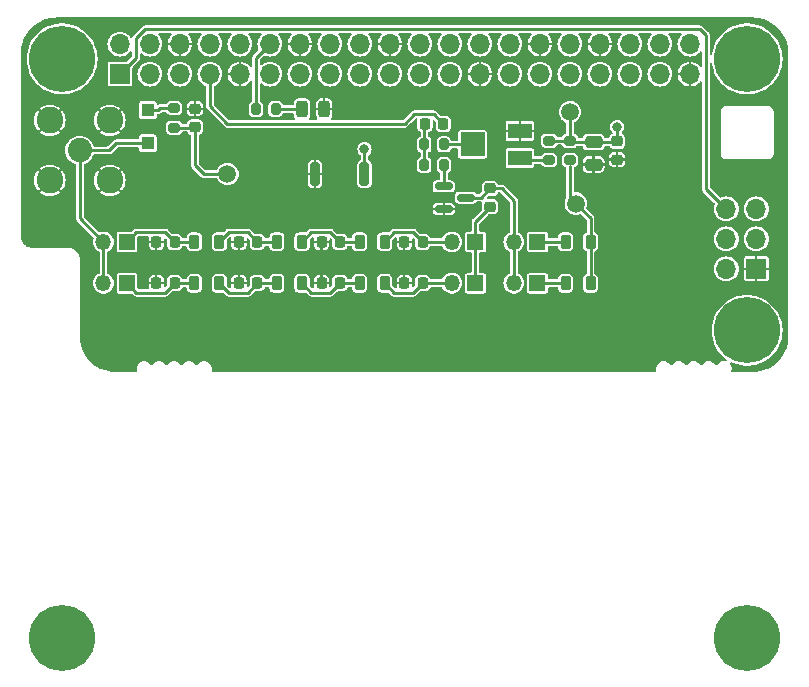
<source format=gbr>
%TF.GenerationSoftware,KiCad,Pcbnew,7.0.9*%
%TF.CreationDate,2024-05-30T14:00:04-07:00*%
%TF.ProjectId,WSPRzero,57535052-7a65-4726-9f2e-6b696361645f,rev?*%
%TF.SameCoordinates,Original*%
%TF.FileFunction,Copper,L1,Top*%
%TF.FilePolarity,Positive*%
%FSLAX46Y46*%
G04 Gerber Fmt 4.6, Leading zero omitted, Abs format (unit mm)*
G04 Created by KiCad (PCBNEW 7.0.9) date 2024-05-30 14:00:04*
%MOMM*%
%LPD*%
G01*
G04 APERTURE LIST*
G04 Aperture macros list*
%AMRoundRect*
0 Rectangle with rounded corners*
0 $1 Rounding radius*
0 $2 $3 $4 $5 $6 $7 $8 $9 X,Y pos of 4 corners*
0 Add a 4 corners polygon primitive as box body*
4,1,4,$2,$3,$4,$5,$6,$7,$8,$9,$2,$3,0*
0 Add four circle primitives for the rounded corners*
1,1,$1+$1,$2,$3*
1,1,$1+$1,$4,$5*
1,1,$1+$1,$6,$7*
1,1,$1+$1,$8,$9*
0 Add four rect primitives between the rounded corners*
20,1,$1+$1,$2,$3,$4,$5,0*
20,1,$1+$1,$4,$5,$6,$7,0*
20,1,$1+$1,$6,$7,$8,$9,0*
20,1,$1+$1,$8,$9,$2,$3,0*%
G04 Aperture macros list end*
%TA.AperFunction,SMDPad,CuDef*%
%ADD10RoundRect,0.200000X0.200000X0.800000X-0.200000X0.800000X-0.200000X-0.800000X0.200000X-0.800000X0*%
%TD*%
%TA.AperFunction,ComponentPad*%
%ADD11C,5.600000*%
%TD*%
%TA.AperFunction,SMDPad,CuDef*%
%ADD12RoundRect,0.218750X0.218750X0.381250X-0.218750X0.381250X-0.218750X-0.381250X0.218750X-0.381250X0*%
%TD*%
%TA.AperFunction,SMDPad,CuDef*%
%ADD13RoundRect,0.200000X0.275000X-0.200000X0.275000X0.200000X-0.275000X0.200000X-0.275000X-0.200000X0*%
%TD*%
%TA.AperFunction,ComponentPad*%
%ADD14R,1.350000X1.350000*%
%TD*%
%TA.AperFunction,ComponentPad*%
%ADD15O,1.350000X1.350000*%
%TD*%
%TA.AperFunction,SMDPad,CuDef*%
%ADD16RoundRect,0.225000X-0.250000X0.225000X-0.250000X-0.225000X0.250000X-0.225000X0.250000X0.225000X0*%
%TD*%
%TA.AperFunction,SMDPad,CuDef*%
%ADD17RoundRect,0.225000X0.225000X0.250000X-0.225000X0.250000X-0.225000X-0.250000X0.225000X-0.250000X0*%
%TD*%
%TA.AperFunction,SMDPad,CuDef*%
%ADD18RoundRect,0.200000X-0.200000X-0.275000X0.200000X-0.275000X0.200000X0.275000X-0.200000X0.275000X0*%
%TD*%
%TA.AperFunction,SMDPad,CuDef*%
%ADD19C,1.500000*%
%TD*%
%TA.AperFunction,ComponentPad*%
%ADD20C,2.050000*%
%TD*%
%TA.AperFunction,ComponentPad*%
%ADD21C,2.250000*%
%TD*%
%TA.AperFunction,SMDPad,CuDef*%
%ADD22RoundRect,0.200000X-0.275000X0.200000X-0.275000X-0.200000X0.275000X-0.200000X0.275000X0.200000X0*%
%TD*%
%TA.AperFunction,SMDPad,CuDef*%
%ADD23RoundRect,0.225000X0.250000X-0.225000X0.250000X0.225000X-0.250000X0.225000X-0.250000X-0.225000X0*%
%TD*%
%TA.AperFunction,SMDPad,CuDef*%
%ADD24RoundRect,0.150000X-0.587500X-0.150000X0.587500X-0.150000X0.587500X0.150000X-0.587500X0.150000X0*%
%TD*%
%TA.AperFunction,SMDPad,CuDef*%
%ADD25R,1.100000X1.100000*%
%TD*%
%TA.AperFunction,SMDPad,CuDef*%
%ADD26R,2.000000X1.300000*%
%TD*%
%TA.AperFunction,SMDPad,CuDef*%
%ADD27R,2.000000X2.000000*%
%TD*%
%TA.AperFunction,SMDPad,CuDef*%
%ADD28RoundRect,0.243750X0.243750X0.456250X-0.243750X0.456250X-0.243750X-0.456250X0.243750X-0.456250X0*%
%TD*%
%TA.AperFunction,SMDPad,CuDef*%
%ADD29RoundRect,0.200000X0.200000X0.275000X-0.200000X0.275000X-0.200000X-0.275000X0.200000X-0.275000X0*%
%TD*%
%TA.AperFunction,ComponentPad*%
%ADD30R,1.700000X1.700000*%
%TD*%
%TA.AperFunction,ComponentPad*%
%ADD31O,1.700000X1.700000*%
%TD*%
%TA.AperFunction,SMDPad,CuDef*%
%ADD32RoundRect,0.250000X-0.475000X0.250000X-0.475000X-0.250000X0.475000X-0.250000X0.475000X0.250000X0*%
%TD*%
%TA.AperFunction,ViaPad*%
%ADD33C,0.800000*%
%TD*%
%TA.AperFunction,Conductor*%
%ADD34C,0.250000*%
%TD*%
G04 APERTURE END LIST*
D10*
%TO.P,SW1,1,A*%
%TO.N,Net-(J2-Pin_35)*%
X79100000Y-63250000D03*
%TO.P,SW1,2,B*%
%TO.N,GND*%
X74900000Y-63250000D03*
%TD*%
D11*
%TO.P,H3,1*%
%TO.N,N/C*%
X111500000Y-76500000D03*
%TD*%
D12*
%TO.P,L12,1*%
%TO.N,Net-(C15-Pad1)*%
X73812500Y-72500000D03*
%TO.P,L12,2*%
%TO.N,Net-(C16-Pad1)*%
X71687500Y-72500000D03*
%TD*%
D13*
%TO.P,R2,1*%
%TO.N,Net-(R2-Pad1)*%
X94750000Y-62075000D03*
%TO.P,R2,2*%
%TO.N,VCC*%
X94750000Y-60425000D03*
%TD*%
D14*
%TO.P,J4,1,Pin_1*%
%TO.N,Net-(J4-Pin_1)*%
X93750000Y-69000000D03*
D15*
%TO.P,J4,2,Pin_2*%
%TO.N,Net-(J1-Pin_2)*%
X91750000Y-69000000D03*
%TD*%
D16*
%TO.P,C1,1*%
%TO.N,VCC*%
X100500000Y-60475000D03*
%TO.P,C1,2*%
%TO.N,GND*%
X100500000Y-62025000D03*
%TD*%
D12*
%TO.P,L16,1*%
%TO.N,Net-(C20-Pad1)*%
X66812500Y-69000000D03*
%TO.P,L16,2*%
%TO.N,Net-(J9-Pin_1)*%
X64687500Y-69000000D03*
%TD*%
D16*
%TO.P,C7,1*%
%TO.N,Net-(J1-Pin_2)*%
X89750000Y-64475000D03*
%TO.P,C7,2*%
%TO.N,Net-(J5-Pin_1)*%
X89750000Y-66025000D03*
%TD*%
D14*
%TO.P,J9,1,Pin_1*%
%TO.N,Net-(J9-Pin_1)*%
X59000000Y-69000000D03*
D15*
%TO.P,J9,2,Pin_2*%
%TO.N,Net-(D1-A)*%
X57000000Y-69000000D03*
%TD*%
D17*
%TO.P,C14,1*%
%TO.N,Net-(J5-Pin_2)*%
X84025000Y-72500000D03*
%TO.P,C14,2*%
%TO.N,GND*%
X82475000Y-72500000D03*
%TD*%
D18*
%TO.P,R6,1*%
%TO.N,Net-(C8-Pad2)*%
X84175000Y-62500000D03*
%TO.P,R6,2*%
%TO.N,Net-(Q1-G)*%
X85825000Y-62500000D03*
%TD*%
D14*
%TO.P,J1,1,Pin_1*%
%TO.N,Net-(J1-Pin_1)*%
X93750000Y-72500000D03*
D15*
%TO.P,J1,2,Pin_2*%
%TO.N,Net-(J1-Pin_2)*%
X91750000Y-72500000D03*
%TD*%
D14*
%TO.P,J7,1,Pin_1*%
%TO.N,Net-(J5-Pin_1)*%
X88500000Y-69000000D03*
D15*
%TO.P,J7,2,Pin_2*%
%TO.N,Net-(J7-Pin_2)*%
X86500000Y-69000000D03*
%TD*%
D12*
%TO.P,L14,1*%
%TO.N,Net-(J7-Pin_2)*%
X80812500Y-69000000D03*
%TO.P,L14,2*%
%TO.N,Net-(C19-Pad1)*%
X78687500Y-69000000D03*
%TD*%
D17*
%TO.P,C20,1*%
%TO.N,Net-(C20-Pad1)*%
X70025000Y-69000000D03*
%TO.P,C20,2*%
%TO.N,GND*%
X68475000Y-69000000D03*
%TD*%
D19*
%TO.P,TP1,1,1*%
%TO.N,Net-(L2-Pad1)*%
X97000000Y-65750000D03*
%TD*%
D20*
%TO.P,J3,1,Pin_1*%
%TO.N,Net-(D1-A)*%
X55000000Y-61250000D03*
D21*
%TO.P,J3,2,Pin_2*%
%TO.N,GND*%
X57540000Y-58710000D03*
X52460000Y-58710000D03*
X57540000Y-63790000D03*
X52460000Y-63790000D03*
%TD*%
D11*
%TO.P,H2,1*%
%TO.N,N/C*%
X111500000Y-53500000D03*
%TD*%
D22*
%TO.P,R1,1*%
%TO.N,VCC*%
X96500000Y-60425000D03*
%TO.P,R1,2*%
%TO.N,Net-(L2-Pad1)*%
X96500000Y-62075000D03*
%TD*%
D11*
%TO.P,H1,1*%
%TO.N,N/C*%
X53500000Y-53500000D03*
%TD*%
D19*
%TO.P,TP2,1,1*%
%TO.N,VCC*%
X96500000Y-58000000D03*
%TD*%
D23*
%TO.P,C13,1*%
%TO.N,Net-(C13-Pad1)*%
X64750000Y-59275000D03*
%TO.P,C13,2*%
%TO.N,GND*%
X64750000Y-57725000D03*
%TD*%
D24*
%TO.P,Q1,1,G*%
%TO.N,Net-(Q1-G)*%
X85812500Y-64300000D03*
%TO.P,Q1,2,S*%
%TO.N,GND*%
X85812500Y-66200000D03*
%TO.P,Q1,3,D*%
%TO.N,Net-(J1-Pin_2)*%
X87687500Y-65250000D03*
%TD*%
D12*
%TO.P,L11,1*%
%TO.N,Net-(J5-Pin_2)*%
X80812500Y-72500000D03*
%TO.P,L11,2*%
%TO.N,Net-(C15-Pad1)*%
X78687500Y-72500000D03*
%TD*%
D11*
%TO.P,H5,1*%
%TO.N,N/C*%
X53500000Y-102500000D03*
%TD*%
D12*
%TO.P,L13,1*%
%TO.N,Net-(C16-Pad1)*%
X66812500Y-72500000D03*
%TO.P,L13,2*%
%TO.N,Net-(J8-Pin_1)*%
X64687500Y-72500000D03*
%TD*%
D11*
%TO.P,H4,1*%
%TO.N,N/C*%
X111500000Y-102500000D03*
%TD*%
D25*
%TO.P,D1,1,K*%
%TO.N,Net-(D1-K)*%
X60750000Y-57850000D03*
%TO.P,D1,2,A*%
%TO.N,Net-(D1-A)*%
X60750000Y-60650000D03*
%TD*%
D17*
%TO.P,C8,1*%
%TO.N,Net-(J2-Pin_7)*%
X85775000Y-59000000D03*
%TO.P,C8,2*%
%TO.N,Net-(C8-Pad2)*%
X84225000Y-59000000D03*
%TD*%
D22*
%TO.P,R7,1*%
%TO.N,Net-(D1-K)*%
X63000000Y-57675000D03*
%TO.P,R7,2*%
%TO.N,Net-(C13-Pad1)*%
X63000000Y-59325000D03*
%TD*%
D26*
%TO.P,R3,1,1*%
%TO.N,Net-(R2-Pad1)*%
X92250000Y-61900000D03*
D27*
%TO.P,R3,2,2*%
%TO.N,Net-(R3-Pad2)*%
X88250000Y-60750000D03*
D26*
%TO.P,R3,3,3*%
%TO.N,GND*%
X92250000Y-59600000D03*
%TD*%
D14*
%TO.P,J5,1,Pin_1*%
%TO.N,Net-(J5-Pin_1)*%
X88500000Y-72500000D03*
D15*
%TO.P,J5,2,Pin_2*%
%TO.N,Net-(J5-Pin_2)*%
X86500000Y-72500000D03*
%TD*%
D19*
%TO.P,TP3,1,1*%
%TO.N,Net-(C13-Pad1)*%
X67500000Y-63250000D03*
%TD*%
D17*
%TO.P,C21,1*%
%TO.N,Net-(J9-Pin_1)*%
X63025000Y-68999999D03*
%TO.P,C21,2*%
%TO.N,GND*%
X61475000Y-68999999D03*
%TD*%
D28*
%TO.P,LED1,1,K*%
%TO.N,GND*%
X75687500Y-57750000D03*
%TO.P,LED1,2,A*%
%TO.N,Net-(LED1-A)*%
X73812500Y-57750000D03*
%TD*%
D29*
%TO.P,R5,1*%
%TO.N,Net-(R3-Pad2)*%
X85825000Y-60750000D03*
%TO.P,R5,2*%
%TO.N,Net-(C8-Pad2)*%
X84175000Y-60750000D03*
%TD*%
D12*
%TO.P,L2,1*%
%TO.N,Net-(L2-Pad1)*%
X98250000Y-72500000D03*
%TO.P,L2,2*%
%TO.N,Net-(J1-Pin_1)*%
X96125000Y-72500000D03*
%TD*%
D29*
%TO.P,R4,1*%
%TO.N,Net-(LED1-A)*%
X71575000Y-57750000D03*
%TO.P,R4,2*%
%TO.N,Net-(J2-Pin_12)*%
X69925000Y-57750000D03*
%TD*%
D17*
%TO.P,C17,1*%
%TO.N,Net-(J8-Pin_1)*%
X63025000Y-72500000D03*
%TO.P,C17,2*%
%TO.N,GND*%
X61475000Y-72500000D03*
%TD*%
D30*
%TO.P,J6,1,Pin_1*%
%TO.N,GND*%
X112275000Y-71275000D03*
D31*
%TO.P,J6,2,Pin_2*%
%TO.N,/SCL*%
X109735000Y-71275000D03*
%TO.P,J6,3,Pin_3*%
%TO.N,VCC*%
X112275000Y-68735000D03*
%TO.P,J6,4,Pin_4*%
%TO.N,/SDA*%
X109735000Y-68735000D03*
%TO.P,J6,5,Pin_5*%
%TO.N,VCC*%
X112275000Y-66195000D03*
%TO.P,J6,6,Pin_6*%
%TO.N,/3.3V*%
X109735000Y-66195000D03*
%TD*%
D32*
%TO.P,C2,1*%
%TO.N,VCC*%
X98500000Y-60550000D03*
%TO.P,C2,2*%
%TO.N,GND*%
X98500000Y-62450000D03*
%TD*%
D17*
%TO.P,C18,1*%
%TO.N,Net-(J7-Pin_2)*%
X84025000Y-69000000D03*
%TO.P,C18,2*%
%TO.N,GND*%
X82475000Y-69000000D03*
%TD*%
D12*
%TO.P,L3,1*%
%TO.N,Net-(L2-Pad1)*%
X98250000Y-69000000D03*
%TO.P,L3,2*%
%TO.N,Net-(J4-Pin_1)*%
X96125000Y-69000000D03*
%TD*%
%TO.P,L15,1*%
%TO.N,Net-(C19-Pad1)*%
X73812500Y-69000000D03*
%TO.P,L15,2*%
%TO.N,Net-(C20-Pad1)*%
X71687500Y-69000000D03*
%TD*%
D14*
%TO.P,J8,1,Pin_1*%
%TO.N,Net-(J8-Pin_1)*%
X59000000Y-72500000D03*
D15*
%TO.P,J8,2,Pin_2*%
%TO.N,Net-(D1-A)*%
X57000000Y-72500000D03*
%TD*%
D17*
%TO.P,C19,1*%
%TO.N,Net-(C19-Pad1)*%
X77025000Y-68999999D03*
%TO.P,C19,2*%
%TO.N,GND*%
X75475000Y-68999999D03*
%TD*%
%TO.P,C15,1*%
%TO.N,Net-(C15-Pad1)*%
X77025000Y-72500000D03*
%TO.P,C15,2*%
%TO.N,GND*%
X75475000Y-72500000D03*
%TD*%
%TO.P,C16,1*%
%TO.N,Net-(C16-Pad1)*%
X70025000Y-72500000D03*
%TO.P,C16,2*%
%TO.N,GND*%
X68475000Y-72500000D03*
%TD*%
D30*
%TO.P,J2,1,Pin_1*%
%TO.N,/3.3V*%
X58400000Y-54790000D03*
D31*
%TO.P,J2,2,Pin_2*%
%TO.N,VCC*%
X58400000Y-52250000D03*
%TO.P,J2,3,Pin_3*%
%TO.N,/SDA*%
X60940000Y-54790000D03*
%TO.P,J2,4,Pin_4*%
%TO.N,VCC*%
X60940000Y-52250000D03*
%TO.P,J2,5,Pin_5*%
%TO.N,/SCL*%
X63480000Y-54790000D03*
%TO.P,J2,6,Pin_6*%
%TO.N,GND*%
X63480000Y-52250000D03*
%TO.P,J2,7,Pin_7*%
%TO.N,Net-(J2-Pin_7)*%
X66020000Y-54790000D03*
%TO.P,J2,8,Pin_8*%
%TO.N,unconnected-(J2-Pin_8-Pad8)*%
X66020000Y-52250000D03*
%TO.P,J2,9,Pin_9*%
%TO.N,GND*%
X68560000Y-54790000D03*
%TO.P,J2,10,Pin_10*%
%TO.N,unconnected-(J2-Pin_10-Pad10)*%
X68560000Y-52250000D03*
%TO.P,J2,11,Pin_11*%
%TO.N,unconnected-(J2-Pin_11-Pad11)*%
X71100000Y-54790000D03*
%TO.P,J2,12,Pin_12*%
%TO.N,Net-(J2-Pin_12)*%
X71100000Y-52250000D03*
%TO.P,J2,13,Pin_13*%
%TO.N,unconnected-(J2-Pin_13-Pad13)*%
X73640000Y-54790000D03*
%TO.P,J2,14,Pin_14*%
%TO.N,GND*%
X73640000Y-52250000D03*
%TO.P,J2,15,Pin_15*%
%TO.N,unconnected-(J2-Pin_15-Pad15)*%
X76180000Y-54790000D03*
%TO.P,J2,16,Pin_16*%
%TO.N,unconnected-(J2-Pin_16-Pad16)*%
X76180000Y-52250000D03*
%TO.P,J2,17,Pin_17*%
%TO.N,unconnected-(J2-Pin_17-Pad17)*%
X78720000Y-54790000D03*
%TO.P,J2,18,Pin_18*%
%TO.N,unconnected-(J2-Pin_18-Pad18)*%
X78720000Y-52250000D03*
%TO.P,J2,19,Pin_19*%
%TO.N,unconnected-(J2-Pin_19-Pad19)*%
X81260000Y-54790000D03*
%TO.P,J2,20,Pin_20*%
%TO.N,GND*%
X81260000Y-52250000D03*
%TO.P,J2,21,Pin_21*%
%TO.N,unconnected-(J2-Pin_21-Pad21)*%
X83800000Y-54790000D03*
%TO.P,J2,22,Pin_22*%
%TO.N,unconnected-(J2-Pin_22-Pad22)*%
X83800000Y-52250000D03*
%TO.P,J2,23,Pin_23*%
%TO.N,unconnected-(J2-Pin_23-Pad23)*%
X86340000Y-54790000D03*
%TO.P,J2,24,Pin_24*%
%TO.N,unconnected-(J2-Pin_24-Pad24)*%
X86340000Y-52250000D03*
%TO.P,J2,25,Pin_25*%
%TO.N,GND*%
X88880000Y-54790000D03*
%TO.P,J2,26,Pin_26*%
%TO.N,unconnected-(J2-Pin_26-Pad26)*%
X88880000Y-52250000D03*
%TO.P,J2,27,Pin_27*%
%TO.N,unconnected-(J2-Pin_27-Pad27)*%
X91420000Y-54790000D03*
%TO.P,J2,28,Pin_28*%
%TO.N,unconnected-(J2-Pin_28-Pad28)*%
X91420000Y-52250000D03*
%TO.P,J2,29,Pin_29*%
%TO.N,unconnected-(J2-Pin_29-Pad29)*%
X93960000Y-54790000D03*
%TO.P,J2,30,Pin_30*%
%TO.N,GND*%
X93960000Y-52250000D03*
%TO.P,J2,31,Pin_31*%
%TO.N,unconnected-(J2-Pin_31-Pad31)*%
X96500000Y-54790000D03*
%TO.P,J2,32,Pin_32*%
%TO.N,unconnected-(J2-Pin_32-Pad32)*%
X96500000Y-52250000D03*
%TO.P,J2,33,Pin_33*%
%TO.N,unconnected-(J2-Pin_33-Pad33)*%
X99040000Y-54790000D03*
%TO.P,J2,34,Pin_34*%
%TO.N,GND*%
X99040000Y-52250000D03*
%TO.P,J2,35,Pin_35*%
%TO.N,Net-(J2-Pin_35)*%
X101580000Y-54790000D03*
%TO.P,J2,36,Pin_36*%
%TO.N,unconnected-(J2-Pin_36-Pad36)*%
X101580000Y-52250000D03*
%TO.P,J2,37,Pin_37*%
%TO.N,unconnected-(J2-Pin_37-Pad37)*%
X104120000Y-54790000D03*
%TO.P,J2,38,Pin_38*%
%TO.N,unconnected-(J2-Pin_38-Pad38)*%
X104120000Y-52250000D03*
%TO.P,J2,39,Pin_39*%
%TO.N,GND*%
X106660000Y-54790000D03*
%TO.P,J2,40,Pin_40*%
%TO.N,unconnected-(J2-Pin_40-Pad40)*%
X106660000Y-52250000D03*
%TD*%
D33*
%TO.N,Net-(J2-Pin_35)*%
X79100000Y-61150000D03*
%TO.N,VCC*%
X100500000Y-59250000D03*
%TD*%
D34*
%TO.N,Net-(C13-Pad1)*%
X65500000Y-63250000D02*
X67500000Y-63250000D01*
X64750000Y-62500000D02*
X65500000Y-63250000D01*
X64750000Y-59275000D02*
X64750000Y-62500000D01*
%TO.N,Net-(J2-Pin_35)*%
X79100000Y-63250000D02*
X79100000Y-61150000D01*
%TO.N,VCC*%
X100425000Y-60550000D02*
X100500000Y-60475000D01*
X96625000Y-60550000D02*
X96500000Y-60425000D01*
X94750000Y-60425000D02*
X96500000Y-60425000D01*
X100500000Y-60475000D02*
X100500000Y-59250000D01*
X96500000Y-60425000D02*
X96500000Y-57750000D01*
X98500000Y-60550001D02*
X100425000Y-60550000D01*
X98500000Y-60550001D02*
X96625000Y-60550000D01*
%TO.N,Net-(J1-Pin_2)*%
X89750000Y-64475000D02*
X90725000Y-64475000D01*
X90725000Y-64475000D02*
X91750000Y-65500000D01*
X91750000Y-69000000D02*
X91750000Y-72500000D01*
X88975000Y-65250000D02*
X89750000Y-64475000D01*
X91750000Y-69000000D02*
X91750000Y-65500000D01*
X87687500Y-65250000D02*
X88975000Y-65250000D01*
%TO.N,Net-(C8-Pad2)*%
X84175000Y-59050000D02*
X84225000Y-59000000D01*
X84175000Y-60750000D02*
X84175000Y-59050000D01*
X84175000Y-62500000D02*
X84175000Y-60750000D01*
%TO.N,Net-(J4-Pin_1)*%
X93750000Y-69000000D02*
X96125000Y-69000000D01*
%TO.N,Net-(J2-Pin_7)*%
X84975480Y-58200480D02*
X85775000Y-59000000D01*
X67500000Y-59000000D02*
X82500000Y-59000000D01*
X66020000Y-54790000D02*
X66020000Y-57520000D01*
X83299520Y-58200480D02*
X84975480Y-58200480D01*
X82500000Y-59000000D02*
X83299520Y-58200480D01*
X66020000Y-57520000D02*
X67500000Y-59000000D01*
%TO.N,Net-(J5-Pin_1)*%
X88500000Y-69000000D02*
X88500000Y-67275000D01*
X88500000Y-67275000D02*
X89750000Y-66025000D01*
X88500000Y-69000000D02*
X88500000Y-72500000D01*
%TO.N,Net-(D1-K)*%
X61650000Y-57850000D02*
X61825000Y-57675000D01*
X61825000Y-57675000D02*
X63000000Y-57675000D01*
X60750000Y-57850000D02*
X61650000Y-57850000D01*
%TO.N,Net-(D1-A)*%
X55000000Y-61250000D02*
X55000000Y-67000000D01*
X57500000Y-61250000D02*
X55000000Y-61250000D01*
X55000000Y-67000000D02*
X57000000Y-69000000D01*
X60750000Y-60650000D02*
X58100000Y-60650000D01*
X57000000Y-72500000D02*
X57000000Y-69000000D01*
X58100000Y-60650000D02*
X57500000Y-61250000D01*
%TO.N,Net-(J1-Pin_1)*%
X93750000Y-72500000D02*
X96125000Y-72500000D01*
%TO.N,Net-(J2-Pin_12)*%
X69925000Y-53425000D02*
X69925000Y-57750000D01*
X71100000Y-52250000D02*
X69925000Y-53425000D01*
%TO.N,Net-(C13-Pad1)*%
X63000000Y-59325000D02*
X64700000Y-59325000D01*
X64700000Y-59325000D02*
X64750000Y-59275000D01*
%TO.N,Net-(C15-Pad1)*%
X76225000Y-73300000D02*
X77025000Y-72500000D01*
X77025000Y-72500000D02*
X78687500Y-72500000D01*
X73812500Y-72500000D02*
X74612500Y-73300000D01*
X74612500Y-73300000D02*
X76225000Y-73300000D01*
%TO.N,Net-(C16-Pad1)*%
X69225000Y-73300000D02*
X70025000Y-72500000D01*
X66812500Y-72500000D02*
X67612500Y-73300000D01*
X67612500Y-73300000D02*
X69225000Y-73300000D01*
X70025000Y-72500000D02*
X71687500Y-72500000D01*
%TO.N,Net-(C19-Pad1)*%
X74612501Y-68199999D02*
X73812500Y-69000000D01*
X77025001Y-69000000D02*
X77025000Y-68999999D01*
X77025000Y-68999999D02*
X76225000Y-68199999D01*
X76225000Y-68199999D02*
X74612501Y-68199999D01*
X78687500Y-69000000D02*
X77025001Y-69000000D01*
%TO.N,Net-(C20-Pad1)*%
X70025000Y-69000000D02*
X69225000Y-68200000D01*
X71687500Y-69000000D02*
X70025000Y-69000000D01*
X69225000Y-68200000D02*
X67612500Y-68200000D01*
X67612500Y-68200000D02*
X66812500Y-69000000D01*
%TO.N,Net-(R2-Pad1)*%
X94750000Y-62075000D02*
X92425000Y-62075000D01*
X92425000Y-62075000D02*
X92250000Y-61900000D01*
%TO.N,Net-(R3-Pad2)*%
X88250000Y-60750000D02*
X85825000Y-60750000D01*
%TO.N,Net-(L2-Pad1)*%
X98250000Y-72500000D02*
X98250000Y-69000000D01*
X96500000Y-65250000D02*
X97000000Y-65750000D01*
X96500000Y-62575000D02*
X96500000Y-65250000D01*
X98250000Y-69000000D02*
X98250000Y-67000000D01*
X98250000Y-67000000D02*
X97000000Y-65750000D01*
%TO.N,Net-(LED1-A)*%
X71575000Y-57750000D02*
X73812499Y-57750000D01*
%TO.N,Net-(Q1-G)*%
X85812500Y-64300000D02*
X85812500Y-62512500D01*
X85812500Y-62512500D02*
X85825000Y-62500000D01*
%TO.N,Net-(J5-Pin_2)*%
X83225000Y-73300000D02*
X84025000Y-72500000D01*
X80812500Y-72500000D02*
X81612500Y-73300000D01*
X81612500Y-73300000D02*
X83225000Y-73300000D01*
X84025000Y-72500000D02*
X86500000Y-72500000D01*
%TO.N,Net-(J8-Pin_1)*%
X62225000Y-73300000D02*
X63025000Y-72500000D01*
X59000000Y-72500000D02*
X59800000Y-73300000D01*
X63025000Y-72500000D02*
X64687500Y-72500000D01*
X59800000Y-73300000D02*
X62225000Y-73300000D01*
%TO.N,Net-(J7-Pin_2)*%
X83225000Y-68200000D02*
X81612500Y-68200000D01*
X81612500Y-68200000D02*
X80812500Y-69000000D01*
X84025000Y-69000000D02*
X83225000Y-68200000D01*
X86500000Y-69000000D02*
X84025000Y-69000000D01*
%TO.N,Net-(J9-Pin_1)*%
X59800001Y-68199999D02*
X59000000Y-69000000D01*
X62225000Y-68199999D02*
X59800001Y-68199999D01*
X63025001Y-69000000D02*
X63025000Y-68999999D01*
X64687500Y-69000000D02*
X63025001Y-69000000D01*
X63025000Y-68999999D02*
X62225000Y-68199999D01*
%TO.N,/3.3V*%
X108000000Y-64500000D02*
X109725000Y-66225000D01*
X59750000Y-53440000D02*
X59750000Y-51778299D01*
X60528299Y-51000000D02*
X107500000Y-51000000D01*
X107500000Y-51000000D02*
X108000000Y-51500000D01*
X59750000Y-51778299D02*
X60528299Y-51000000D01*
X58400000Y-54790000D02*
X59750000Y-53440000D01*
X108000000Y-51500000D02*
X108000000Y-64500000D01*
%TD*%
%TA.AperFunction,Conductor*%
%TO.N,GND*%
G36*
X112001293Y-50000567D02*
G01*
X112133628Y-50007503D01*
X112317654Y-50017838D01*
X112322597Y-50018367D01*
X112475647Y-50042608D01*
X112638763Y-50070322D01*
X112643252Y-50071303D01*
X112796693Y-50112418D01*
X112926782Y-50149896D01*
X112952235Y-50157229D01*
X112956265Y-50158579D01*
X113106183Y-50216127D01*
X113254469Y-50277549D01*
X113257981Y-50279169D01*
X113343741Y-50322866D01*
X113401922Y-50352511D01*
X113541864Y-50429854D01*
X113544839Y-50431638D01*
X113680858Y-50519970D01*
X113680872Y-50519979D01*
X113811071Y-50612361D01*
X113813578Y-50614263D01*
X113938985Y-50715814D01*
X113940802Y-50717359D01*
X114057568Y-50821707D01*
X114058967Y-50822958D01*
X114060985Y-50824866D01*
X114175132Y-50939013D01*
X114177040Y-50941031D01*
X114282625Y-51059180D01*
X114284184Y-51061013D01*
X114385735Y-51186420D01*
X114387637Y-51188927D01*
X114480020Y-51319127D01*
X114483798Y-51324945D01*
X114551680Y-51429474D01*
X114568340Y-51455127D01*
X114570150Y-51458144D01*
X114647488Y-51598077D01*
X114720825Y-51742008D01*
X114722453Y-51745539D01*
X114783877Y-51893829D01*
X114841416Y-52043726D01*
X114842769Y-52047763D01*
X114887579Y-52203297D01*
X114928693Y-52356739D01*
X114929680Y-52361261D01*
X114957394Y-52524369D01*
X114981629Y-52677388D01*
X114982161Y-52682359D01*
X114992509Y-52866616D01*
X114993895Y-52893052D01*
X114999293Y-52996059D01*
X114999432Y-52998699D01*
X114999500Y-53001291D01*
X114999500Y-76998708D01*
X114999432Y-77001300D01*
X114992509Y-77133383D01*
X114982161Y-77317639D01*
X114981629Y-77322609D01*
X114957394Y-77475630D01*
X114929680Y-77638737D01*
X114928693Y-77643259D01*
X114887579Y-77796702D01*
X114842769Y-77952235D01*
X114841416Y-77956272D01*
X114783877Y-78106170D01*
X114722453Y-78254459D01*
X114720825Y-78257990D01*
X114647488Y-78401922D01*
X114570150Y-78541855D01*
X114568340Y-78544871D01*
X114480020Y-78680872D01*
X114387637Y-78811071D01*
X114385735Y-78813579D01*
X114284184Y-78938985D01*
X114282625Y-78940818D01*
X114177040Y-79058967D01*
X114175132Y-79060985D01*
X114060985Y-79175132D01*
X114058967Y-79177040D01*
X113940818Y-79282625D01*
X113938985Y-79284184D01*
X113813579Y-79385735D01*
X113811071Y-79387637D01*
X113680872Y-79480020D01*
X113544871Y-79568340D01*
X113541855Y-79570150D01*
X113401922Y-79647488D01*
X113257990Y-79720825D01*
X113254459Y-79722453D01*
X113106170Y-79783877D01*
X112956272Y-79841416D01*
X112952235Y-79842769D01*
X112796702Y-79887579D01*
X112643259Y-79928693D01*
X112638737Y-79929680D01*
X112475630Y-79957394D01*
X112322609Y-79981629D01*
X112317639Y-79982161D01*
X112133383Y-79992509D01*
X112036388Y-79997592D01*
X112001293Y-79999432D01*
X111998709Y-79999500D01*
X110500500Y-79999500D01*
X110500000Y-79999500D01*
X110412468Y-79999500D01*
X110412467Y-79999500D01*
X110408901Y-79999812D01*
X110404587Y-80000000D01*
X110267034Y-80000000D01*
X110208843Y-79981093D01*
X110172879Y-79931593D01*
X110169788Y-79882449D01*
X110188038Y-79786777D01*
X110188039Y-79786771D01*
X110177819Y-79624333D01*
X110177819Y-79624330D01*
X110127522Y-79469533D01*
X110127520Y-79469530D01*
X110127520Y-79469529D01*
X110038691Y-79329557D01*
X110023474Y-79270294D01*
X110045998Y-79213405D01*
X110097659Y-79180620D01*
X110158723Y-79184462D01*
X110166699Y-79188035D01*
X110309549Y-79259777D01*
X110637989Y-79379319D01*
X110637992Y-79379319D01*
X110637993Y-79379320D01*
X110978075Y-79459921D01*
X110978080Y-79459921D01*
X110978086Y-79459923D01*
X111325241Y-79500500D01*
X111325244Y-79500500D01*
X111674756Y-79500500D01*
X111674759Y-79500500D01*
X112021914Y-79459923D01*
X112021920Y-79459921D01*
X112021924Y-79459921D01*
X112326914Y-79387637D01*
X112362011Y-79379319D01*
X112690451Y-79259777D01*
X113002793Y-79102913D01*
X113294811Y-78910849D01*
X113562558Y-78686183D01*
X113802412Y-78431953D01*
X114011130Y-78151596D01*
X114185889Y-77848904D01*
X114324326Y-77527971D01*
X114424569Y-77193136D01*
X114485262Y-76848927D01*
X114505585Y-76500000D01*
X114485262Y-76151073D01*
X114424569Y-75806864D01*
X114324326Y-75472029D01*
X114185889Y-75151096D01*
X114011130Y-74848404D01*
X113802412Y-74568047D01*
X113562558Y-74313817D01*
X113294811Y-74089151D01*
X113200157Y-74026896D01*
X113002794Y-73897087D01*
X112690453Y-73740224D01*
X112690452Y-73740223D01*
X112690451Y-73740223D01*
X112375768Y-73625688D01*
X112362006Y-73620679D01*
X112021924Y-73540078D01*
X111909089Y-73526889D01*
X111674759Y-73499500D01*
X111325241Y-73499500D01*
X111161969Y-73518584D01*
X110978075Y-73540078D01*
X110637993Y-73620679D01*
X110441191Y-73692309D01*
X110309549Y-73740223D01*
X110309548Y-73740223D01*
X110309546Y-73740224D01*
X109997205Y-73897087D01*
X109705190Y-74089150D01*
X109437443Y-74313815D01*
X109197591Y-74568043D01*
X108988871Y-74848402D01*
X108988869Y-74848405D01*
X108814111Y-75151095D01*
X108814108Y-75151102D01*
X108675674Y-75472027D01*
X108675672Y-75472034D01*
X108575430Y-75806865D01*
X108575430Y-75806866D01*
X108514738Y-76151070D01*
X108494415Y-76500000D01*
X108514738Y-76848929D01*
X108575430Y-77193133D01*
X108575430Y-77193134D01*
X108675672Y-77527965D01*
X108675674Y-77527972D01*
X108716938Y-77623632D01*
X108814111Y-77848904D01*
X108988870Y-78151596D01*
X109197588Y-78431953D01*
X109437442Y-78686183D01*
X109705189Y-78910849D01*
X109739051Y-78933120D01*
X109777278Y-78980893D01*
X109780125Y-79042012D01*
X109746503Y-79093132D01*
X109689255Y-79114726D01*
X109660028Y-79111723D01*
X109621382Y-79101800D01*
X109621381Y-79101800D01*
X109499472Y-79101800D01*
X109499471Y-79101800D01*
X109378524Y-79117078D01*
X109227188Y-79176997D01*
X109227180Y-79177001D01*
X109095511Y-79272664D01*
X108991758Y-79398079D01*
X108988423Y-79403336D01*
X108987290Y-79402617D01*
X108950077Y-79442237D01*
X108889974Y-79453695D01*
X108834615Y-79427637D01*
X108818804Y-79408523D01*
X108812175Y-79398077D01*
X108770310Y-79332108D01*
X108770307Y-79332105D01*
X108651662Y-79220689D01*
X108509029Y-79142277D01*
X108351382Y-79101800D01*
X108351381Y-79101800D01*
X108229472Y-79101800D01*
X108229471Y-79101800D01*
X108108524Y-79117078D01*
X107957188Y-79176997D01*
X107957180Y-79177001D01*
X107825511Y-79272664D01*
X107721758Y-79398079D01*
X107718423Y-79403336D01*
X107717290Y-79402617D01*
X107680077Y-79442237D01*
X107619974Y-79453695D01*
X107564615Y-79427637D01*
X107548804Y-79408523D01*
X107542175Y-79398077D01*
X107500310Y-79332108D01*
X107500307Y-79332105D01*
X107381662Y-79220689D01*
X107239029Y-79142277D01*
X107081382Y-79101800D01*
X107081381Y-79101800D01*
X106959472Y-79101800D01*
X106959471Y-79101800D01*
X106838524Y-79117078D01*
X106687188Y-79176997D01*
X106687180Y-79177001D01*
X106555511Y-79272664D01*
X106451758Y-79398079D01*
X106448423Y-79403336D01*
X106447290Y-79402617D01*
X106410077Y-79442237D01*
X106349974Y-79453695D01*
X106294615Y-79427637D01*
X106278804Y-79408523D01*
X106272175Y-79398077D01*
X106230310Y-79332108D01*
X106230307Y-79332105D01*
X106111662Y-79220689D01*
X105969029Y-79142277D01*
X105811382Y-79101800D01*
X105811381Y-79101800D01*
X105689472Y-79101800D01*
X105689471Y-79101800D01*
X105568524Y-79117078D01*
X105417188Y-79176997D01*
X105417180Y-79177001D01*
X105285511Y-79272664D01*
X105181758Y-79398079D01*
X105178423Y-79403336D01*
X105177290Y-79402617D01*
X105140077Y-79442237D01*
X105079974Y-79453695D01*
X105024615Y-79427637D01*
X105008804Y-79408523D01*
X105002175Y-79398077D01*
X104960310Y-79332108D01*
X104960307Y-79332105D01*
X104841662Y-79220689D01*
X104699029Y-79142277D01*
X104541382Y-79101800D01*
X104541381Y-79101800D01*
X104419472Y-79101800D01*
X104419471Y-79101800D01*
X104298524Y-79117078D01*
X104147188Y-79176997D01*
X104147180Y-79177001D01*
X104015511Y-79272664D01*
X103911760Y-79398077D01*
X103842459Y-79545349D01*
X103811961Y-79705222D01*
X103811960Y-79705227D01*
X103822180Y-79867669D01*
X103823071Y-79870409D01*
X103823070Y-79872335D01*
X103823347Y-79873782D01*
X103823070Y-79873834D01*
X103823070Y-79931594D01*
X103787106Y-79981093D01*
X103728916Y-80000000D01*
X103595401Y-80000000D01*
X103591087Y-79999812D01*
X103587531Y-79999501D01*
X103500098Y-79999501D01*
X66500501Y-79999501D01*
X66500001Y-79999501D01*
X66412469Y-79999501D01*
X66412468Y-79999501D01*
X66408913Y-79999812D01*
X66404599Y-80000000D01*
X66267034Y-80000000D01*
X66208843Y-79981093D01*
X66172879Y-79931593D01*
X66169788Y-79882449D01*
X66188038Y-79786777D01*
X66188039Y-79786771D01*
X66177819Y-79624333D01*
X66177819Y-79624330D01*
X66127522Y-79469533D01*
X66040310Y-79332108D01*
X66040309Y-79332107D01*
X66040308Y-79332105D01*
X65921662Y-79220689D01*
X65779029Y-79142277D01*
X65621382Y-79101800D01*
X65621381Y-79101800D01*
X65499472Y-79101800D01*
X65499471Y-79101800D01*
X65378524Y-79117078D01*
X65227188Y-79176997D01*
X65227180Y-79177001D01*
X65095511Y-79272664D01*
X64991758Y-79398079D01*
X64988423Y-79403336D01*
X64987290Y-79402617D01*
X64950077Y-79442237D01*
X64889974Y-79453695D01*
X64834615Y-79427637D01*
X64818804Y-79408523D01*
X64812175Y-79398077D01*
X64770310Y-79332108D01*
X64770307Y-79332105D01*
X64651662Y-79220689D01*
X64509029Y-79142277D01*
X64351382Y-79101800D01*
X64351381Y-79101800D01*
X64229472Y-79101800D01*
X64229471Y-79101800D01*
X64108524Y-79117078D01*
X63957188Y-79176997D01*
X63957180Y-79177001D01*
X63825511Y-79272664D01*
X63721758Y-79398079D01*
X63718423Y-79403336D01*
X63717290Y-79402617D01*
X63680077Y-79442237D01*
X63619974Y-79453695D01*
X63564615Y-79427637D01*
X63548804Y-79408523D01*
X63542175Y-79398077D01*
X63500310Y-79332108D01*
X63500307Y-79332105D01*
X63381662Y-79220689D01*
X63239029Y-79142277D01*
X63081382Y-79101800D01*
X63081381Y-79101800D01*
X62959472Y-79101800D01*
X62959471Y-79101800D01*
X62838524Y-79117078D01*
X62687188Y-79176997D01*
X62687180Y-79177001D01*
X62555511Y-79272664D01*
X62451758Y-79398079D01*
X62448423Y-79403336D01*
X62447290Y-79402617D01*
X62410077Y-79442237D01*
X62349974Y-79453695D01*
X62294615Y-79427637D01*
X62278804Y-79408523D01*
X62272175Y-79398077D01*
X62230310Y-79332108D01*
X62230307Y-79332105D01*
X62111662Y-79220689D01*
X61969029Y-79142277D01*
X61811382Y-79101800D01*
X61811381Y-79101800D01*
X61689472Y-79101800D01*
X61689471Y-79101800D01*
X61568524Y-79117078D01*
X61417188Y-79176997D01*
X61417180Y-79177001D01*
X61285511Y-79272664D01*
X61181758Y-79398079D01*
X61178423Y-79403336D01*
X61177290Y-79402617D01*
X61140077Y-79442237D01*
X61079974Y-79453695D01*
X61024615Y-79427637D01*
X61008804Y-79408523D01*
X61002175Y-79398077D01*
X60960310Y-79332108D01*
X60960307Y-79332105D01*
X60841662Y-79220689D01*
X60699029Y-79142277D01*
X60541382Y-79101800D01*
X60541381Y-79101800D01*
X60419472Y-79101800D01*
X60419471Y-79101800D01*
X60298524Y-79117078D01*
X60147188Y-79176997D01*
X60147180Y-79177001D01*
X60015511Y-79272664D01*
X59911760Y-79398077D01*
X59842459Y-79545349D01*
X59811961Y-79705222D01*
X59811960Y-79705227D01*
X59822180Y-79867669D01*
X59823071Y-79870409D01*
X59823070Y-79872335D01*
X59823347Y-79873782D01*
X59823070Y-79873834D01*
X59823070Y-79931594D01*
X59787106Y-79981093D01*
X59728916Y-80000000D01*
X59595401Y-80000000D01*
X59591087Y-79999812D01*
X59587531Y-79999501D01*
X59587530Y-79999501D01*
X58001290Y-79999501D01*
X57998705Y-79999433D01*
X57953328Y-79997055D01*
X57866613Y-79992510D01*
X57682358Y-79982162D01*
X57677387Y-79981630D01*
X57524368Y-79957395D01*
X57361260Y-79929681D01*
X57356738Y-79928694D01*
X57203296Y-79887580D01*
X57047758Y-79842769D01*
X57043720Y-79841415D01*
X56893812Y-79783871D01*
X56745547Y-79722457D01*
X56742016Y-79720829D01*
X56598087Y-79647494D01*
X56458132Y-79570144D01*
X56455116Y-79568334D01*
X56319137Y-79480028D01*
X56188916Y-79387631D01*
X56186409Y-79385729D01*
X56061022Y-79284194D01*
X56059200Y-79282645D01*
X55941029Y-79177040D01*
X55939012Y-79175133D01*
X55824865Y-79060986D01*
X55822957Y-79058968D01*
X55807804Y-79042012D01*
X55717348Y-78940792D01*
X55715804Y-78938976D01*
X55614269Y-78813589D01*
X55612367Y-78811082D01*
X55519971Y-78680862D01*
X55431664Y-78544882D01*
X55429854Y-78541865D01*
X55429848Y-78541855D01*
X55421050Y-78525935D01*
X55352505Y-78401912D01*
X55279169Y-78257982D01*
X55277545Y-78254459D01*
X55216132Y-78106197D01*
X55158580Y-77956270D01*
X55157229Y-77952240D01*
X55112419Y-77796703D01*
X55107314Y-77777652D01*
X55071302Y-77643253D01*
X55070321Y-77638764D01*
X55042600Y-77475607D01*
X55018366Y-77322598D01*
X55017837Y-77317655D01*
X55007489Y-77133383D01*
X55000566Y-77001295D01*
X55000499Y-76998710D01*
X55000500Y-70499901D01*
X55000500Y-70412468D01*
X55000499Y-70412463D01*
X54980628Y-70299768D01*
X54970101Y-70240062D01*
X54910225Y-70075555D01*
X54822692Y-69923945D01*
X54710163Y-69789837D01*
X54576055Y-69677308D01*
X54464126Y-69612685D01*
X54424447Y-69589776D01*
X54424441Y-69589773D01*
X54259948Y-69529902D01*
X54259940Y-69529900D01*
X54259938Y-69529899D01*
X54225456Y-69523819D01*
X54087536Y-69499500D01*
X54087532Y-69499500D01*
X54000099Y-69499500D01*
X51002162Y-69499500D01*
X50997845Y-69499311D01*
X50954554Y-69495523D01*
X50826201Y-69482881D01*
X50810284Y-69479985D01*
X50763909Y-69467560D01*
X50741669Y-69461601D01*
X50701271Y-69449347D01*
X50646739Y-69432804D01*
X50633639Y-69427791D01*
X50564308Y-69395462D01*
X50561893Y-69394255D01*
X50477009Y-69348883D01*
X50471946Y-69345773D01*
X50404777Y-69298740D01*
X50401765Y-69296455D01*
X50328723Y-69236512D01*
X50325121Y-69233247D01*
X50266751Y-69174877D01*
X50263486Y-69171275D01*
X50203543Y-69098233D01*
X50201258Y-69095221D01*
X50154225Y-69028052D01*
X50151115Y-69022989D01*
X50138827Y-69000000D01*
X50105733Y-68938085D01*
X50104536Y-68935690D01*
X50072207Y-68866359D01*
X50067194Y-68853259D01*
X50038400Y-68758339D01*
X50020012Y-68689710D01*
X50017118Y-68673804D01*
X50004482Y-68545519D01*
X50000687Y-68502140D01*
X50000500Y-68497840D01*
X50000500Y-63790004D01*
X51129939Y-63790004D01*
X51150144Y-64020955D01*
X51210151Y-64244907D01*
X51308132Y-64455029D01*
X51441110Y-64644942D01*
X51452373Y-64656205D01*
X51792016Y-64316561D01*
X51872009Y-64410735D01*
X51933751Y-64457670D01*
X51593795Y-64797627D01*
X51605057Y-64808889D01*
X51794970Y-64941867D01*
X52005092Y-65039848D01*
X52229044Y-65099855D01*
X52459996Y-65120061D01*
X52460004Y-65120061D01*
X52690955Y-65099855D01*
X52914907Y-65039848D01*
X53125029Y-64941867D01*
X53314942Y-64808889D01*
X53326205Y-64797627D01*
X52988634Y-64460056D01*
X53111658Y-64343523D01*
X53129148Y-64317726D01*
X53467627Y-64656205D01*
X53478889Y-64644942D01*
X53611867Y-64455029D01*
X53709848Y-64244907D01*
X53769855Y-64020955D01*
X53790061Y-63790004D01*
X53790061Y-63789995D01*
X53769855Y-63559044D01*
X53709847Y-63335087D01*
X53611872Y-63124980D01*
X53611868Y-63124972D01*
X53478889Y-62935057D01*
X53467627Y-62923795D01*
X53127983Y-63263438D01*
X53047991Y-63169265D01*
X52986248Y-63122329D01*
X53326205Y-62782373D01*
X53314942Y-62771110D01*
X53125029Y-62638132D01*
X52914907Y-62540151D01*
X52690955Y-62480144D01*
X52460004Y-62459939D01*
X52459996Y-62459939D01*
X52229044Y-62480144D01*
X52005087Y-62540152D01*
X51794980Y-62638127D01*
X51794972Y-62638131D01*
X51605057Y-62771110D01*
X51593795Y-62782373D01*
X51931365Y-63119943D01*
X51808342Y-63236477D01*
X51790851Y-63262273D01*
X51452373Y-62923795D01*
X51441110Y-62935057D01*
X51308131Y-63124972D01*
X51308127Y-63124980D01*
X51210152Y-63335087D01*
X51150144Y-63559044D01*
X51129939Y-63789995D01*
X51129939Y-63790004D01*
X50000500Y-63790004D01*
X50000500Y-61250003D01*
X53769819Y-61250003D01*
X53788506Y-61463611D01*
X53788507Y-61463618D01*
X53788508Y-61463619D01*
X53844008Y-61670747D01*
X53930461Y-61856146D01*
X53934632Y-61865091D01*
X53934632Y-61865092D01*
X54057623Y-62040740D01*
X54057627Y-62040745D01*
X54209255Y-62192373D01*
X54209258Y-62192375D01*
X54209259Y-62192376D01*
X54384907Y-62315367D01*
X54384908Y-62315367D01*
X54384909Y-62315368D01*
X54579253Y-62405992D01*
X54601122Y-62411851D01*
X54652436Y-62445173D01*
X54674364Y-62502294D01*
X54674500Y-62507478D01*
X54674500Y-66983625D01*
X54674312Y-66987927D01*
X54670736Y-67028807D01*
X54676030Y-67048567D01*
X54681354Y-67068436D01*
X54682289Y-67072652D01*
X54689411Y-67113045D01*
X54690164Y-67114348D01*
X54700054Y-67138224D01*
X54700443Y-67139679D01*
X54700446Y-67139684D01*
X54716035Y-67161948D01*
X54723971Y-67173281D01*
X54726292Y-67176924D01*
X54746806Y-67212455D01*
X54778224Y-67238818D01*
X54781410Y-67241737D01*
X56149412Y-68609738D01*
X56177189Y-68664255D01*
X56173563Y-68710334D01*
X56138915Y-68816968D01*
X56125886Y-68940934D01*
X56119678Y-69000000D01*
X56138058Y-69174877D01*
X56138916Y-69183034D01*
X56195784Y-69358054D01*
X56195790Y-69358068D01*
X56267003Y-69481410D01*
X56287805Y-69517440D01*
X56410950Y-69654207D01*
X56559839Y-69762381D01*
X56615768Y-69787282D01*
X56661236Y-69828221D01*
X56674500Y-69877722D01*
X56674500Y-71622276D01*
X56655593Y-71680467D01*
X56615768Y-71712717D01*
X56559843Y-71737617D01*
X56559842Y-71737617D01*
X56410948Y-71845794D01*
X56287803Y-71982562D01*
X56287803Y-71982563D01*
X56195790Y-72141931D01*
X56195784Y-72141945D01*
X56138916Y-72316965D01*
X56138915Y-72316969D01*
X56138915Y-72316971D01*
X56119678Y-72500000D01*
X56138352Y-72677674D01*
X56138916Y-72683034D01*
X56195784Y-72858054D01*
X56195790Y-72858068D01*
X56252097Y-72955593D01*
X56287805Y-73017440D01*
X56410950Y-73154207D01*
X56559839Y-73262381D01*
X56559843Y-73262383D01*
X56559845Y-73262384D01*
X56610530Y-73284950D01*
X56727966Y-73337236D01*
X56907981Y-73375500D01*
X56907983Y-73375500D01*
X57092017Y-73375500D01*
X57092019Y-73375500D01*
X57272034Y-73337236D01*
X57440161Y-73262381D01*
X57533253Y-73194746D01*
X58124500Y-73194746D01*
X58124501Y-73194758D01*
X58136132Y-73253227D01*
X58136134Y-73253233D01*
X58171306Y-73305870D01*
X58180448Y-73319552D01*
X58246769Y-73363867D01*
X58291231Y-73372711D01*
X58305241Y-73375498D01*
X58305246Y-73375498D01*
X58305252Y-73375500D01*
X59374166Y-73375500D01*
X59432357Y-73394407D01*
X59444170Y-73404496D01*
X59558257Y-73518584D01*
X59561175Y-73521769D01*
X59576539Y-73540078D01*
X59587545Y-73553194D01*
X59623073Y-73573706D01*
X59626712Y-73576025D01*
X59660311Y-73599551D01*
X59660313Y-73599552D01*
X59660316Y-73599554D01*
X59661767Y-73599942D01*
X59685659Y-73609840D01*
X59686186Y-73610143D01*
X59686955Y-73610588D01*
X59727351Y-73617710D01*
X59731548Y-73618640D01*
X59771193Y-73629264D01*
X59812077Y-73625687D01*
X59816377Y-73625500D01*
X62208626Y-73625500D01*
X62212926Y-73625687D01*
X62253807Y-73629264D01*
X62293452Y-73618640D01*
X62297650Y-73617710D01*
X62338045Y-73610588D01*
X62338047Y-73610587D01*
X62339345Y-73609838D01*
X62363236Y-73599942D01*
X62363464Y-73599880D01*
X62364684Y-73599554D01*
X62398303Y-73576012D01*
X62401911Y-73573714D01*
X62437455Y-73553194D01*
X62463832Y-73521757D01*
X62466732Y-73518592D01*
X62780830Y-73204496D01*
X62835346Y-73176719D01*
X62850833Y-73175500D01*
X63283490Y-73175500D01*
X63304885Y-73172111D01*
X63383126Y-73159719D01*
X63503220Y-73098528D01*
X63598528Y-73003220D01*
X63659719Y-72883126D01*
X63659719Y-72883124D01*
X63661538Y-72879555D01*
X63704803Y-72836290D01*
X63749748Y-72825500D01*
X63951001Y-72825500D01*
X64009192Y-72844407D01*
X64045156Y-72893907D01*
X64048447Y-72910474D01*
X64048891Y-72910404D01*
X64065049Y-73012419D01*
X64065050Y-73012423D01*
X64108923Y-73098528D01*
X64125342Y-73130751D01*
X64219249Y-73224658D01*
X64337580Y-73284951D01*
X64404130Y-73295491D01*
X64435751Y-73300500D01*
X64435754Y-73300500D01*
X64939249Y-73300500D01*
X64967803Y-73295976D01*
X65037420Y-73284951D01*
X65155751Y-73224658D01*
X65249658Y-73130751D01*
X65309951Y-73012420D01*
X65325500Y-72914248D01*
X66174500Y-72914248D01*
X66190049Y-73012419D01*
X66190050Y-73012423D01*
X66233923Y-73098528D01*
X66250342Y-73130751D01*
X66344249Y-73224658D01*
X66462580Y-73284951D01*
X66529130Y-73295491D01*
X66560751Y-73300500D01*
X66560754Y-73300500D01*
X67064245Y-73300500D01*
X67064246Y-73300500D01*
X67090759Y-73296300D01*
X67151189Y-73305870D01*
X67176251Y-73324077D01*
X67370757Y-73518584D01*
X67373675Y-73521769D01*
X67389039Y-73540078D01*
X67400045Y-73553194D01*
X67435573Y-73573706D01*
X67439212Y-73576025D01*
X67472811Y-73599551D01*
X67472813Y-73599552D01*
X67472816Y-73599554D01*
X67474267Y-73599942D01*
X67498159Y-73609840D01*
X67498686Y-73610143D01*
X67499455Y-73610588D01*
X67539851Y-73617710D01*
X67544048Y-73618640D01*
X67583693Y-73629264D01*
X67624577Y-73625687D01*
X67628877Y-73625500D01*
X69208626Y-73625500D01*
X69212926Y-73625687D01*
X69253807Y-73629264D01*
X69293452Y-73618640D01*
X69297650Y-73617710D01*
X69338045Y-73610588D01*
X69338047Y-73610587D01*
X69339345Y-73609838D01*
X69363236Y-73599942D01*
X69363464Y-73599880D01*
X69364684Y-73599554D01*
X69398303Y-73576012D01*
X69401911Y-73573714D01*
X69437455Y-73553194D01*
X69463832Y-73521757D01*
X69466732Y-73518592D01*
X69780830Y-73204496D01*
X69835346Y-73176719D01*
X69850833Y-73175500D01*
X70283490Y-73175500D01*
X70304885Y-73172111D01*
X70383126Y-73159719D01*
X70503220Y-73098528D01*
X70598528Y-73003220D01*
X70659719Y-72883126D01*
X70659719Y-72883124D01*
X70661538Y-72879555D01*
X70704803Y-72836290D01*
X70749748Y-72825500D01*
X70951001Y-72825500D01*
X71009192Y-72844407D01*
X71045156Y-72893907D01*
X71048447Y-72910474D01*
X71048891Y-72910404D01*
X71065049Y-73012419D01*
X71065050Y-73012423D01*
X71108923Y-73098528D01*
X71125342Y-73130751D01*
X71219249Y-73224658D01*
X71337580Y-73284951D01*
X71404130Y-73295491D01*
X71435751Y-73300500D01*
X71435754Y-73300500D01*
X71939249Y-73300500D01*
X71967803Y-73295976D01*
X72037420Y-73284951D01*
X72155751Y-73224658D01*
X72249658Y-73130751D01*
X72309951Y-73012420D01*
X72325500Y-72914248D01*
X73174500Y-72914248D01*
X73190049Y-73012419D01*
X73190050Y-73012423D01*
X73233923Y-73098528D01*
X73250342Y-73130751D01*
X73344249Y-73224658D01*
X73462580Y-73284951D01*
X73529130Y-73295491D01*
X73560751Y-73300500D01*
X73560754Y-73300500D01*
X74064245Y-73300500D01*
X74064246Y-73300500D01*
X74090759Y-73296300D01*
X74151189Y-73305870D01*
X74176251Y-73324077D01*
X74370757Y-73518584D01*
X74373675Y-73521769D01*
X74389039Y-73540078D01*
X74400045Y-73553194D01*
X74435573Y-73573706D01*
X74439212Y-73576025D01*
X74472811Y-73599551D01*
X74472813Y-73599552D01*
X74472816Y-73599554D01*
X74474267Y-73599942D01*
X74498159Y-73609840D01*
X74498686Y-73610143D01*
X74499455Y-73610588D01*
X74539851Y-73617710D01*
X74544048Y-73618640D01*
X74583693Y-73629264D01*
X74624577Y-73625687D01*
X74628877Y-73625500D01*
X76208626Y-73625500D01*
X76212926Y-73625687D01*
X76253807Y-73629264D01*
X76293452Y-73618640D01*
X76297650Y-73617710D01*
X76338045Y-73610588D01*
X76338047Y-73610587D01*
X76339345Y-73609838D01*
X76363236Y-73599942D01*
X76363464Y-73599880D01*
X76364684Y-73599554D01*
X76398303Y-73576012D01*
X76401911Y-73573714D01*
X76437455Y-73553194D01*
X76463832Y-73521757D01*
X76466732Y-73518592D01*
X76780830Y-73204496D01*
X76835346Y-73176719D01*
X76850833Y-73175500D01*
X77283490Y-73175500D01*
X77304885Y-73172111D01*
X77383126Y-73159719D01*
X77503220Y-73098528D01*
X77598528Y-73003220D01*
X77659719Y-72883126D01*
X77659719Y-72883124D01*
X77661538Y-72879555D01*
X77704803Y-72836290D01*
X77749748Y-72825500D01*
X77951001Y-72825500D01*
X78009192Y-72844407D01*
X78045156Y-72893907D01*
X78048447Y-72910474D01*
X78048891Y-72910404D01*
X78065049Y-73012419D01*
X78065050Y-73012423D01*
X78108923Y-73098528D01*
X78125342Y-73130751D01*
X78219249Y-73224658D01*
X78337580Y-73284951D01*
X78404130Y-73295491D01*
X78435751Y-73300500D01*
X78435754Y-73300500D01*
X78939249Y-73300500D01*
X78967803Y-73295976D01*
X79037420Y-73284951D01*
X79155751Y-73224658D01*
X79249658Y-73130751D01*
X79309951Y-73012420D01*
X79325500Y-72914248D01*
X80174500Y-72914248D01*
X80190049Y-73012419D01*
X80190050Y-73012423D01*
X80233923Y-73098528D01*
X80250342Y-73130751D01*
X80344249Y-73224658D01*
X80462580Y-73284951D01*
X80529130Y-73295491D01*
X80560751Y-73300500D01*
X80560754Y-73300500D01*
X81064245Y-73300500D01*
X81064246Y-73300500D01*
X81090759Y-73296300D01*
X81151189Y-73305870D01*
X81176251Y-73324077D01*
X81370757Y-73518584D01*
X81373675Y-73521769D01*
X81389039Y-73540078D01*
X81400045Y-73553194D01*
X81435573Y-73573706D01*
X81439212Y-73576025D01*
X81472811Y-73599551D01*
X81472813Y-73599552D01*
X81472816Y-73599554D01*
X81474267Y-73599942D01*
X81498159Y-73609840D01*
X81498686Y-73610143D01*
X81499455Y-73610588D01*
X81539851Y-73617710D01*
X81544048Y-73618640D01*
X81583693Y-73629264D01*
X81624577Y-73625687D01*
X81628877Y-73625500D01*
X83208626Y-73625500D01*
X83212926Y-73625687D01*
X83253807Y-73629264D01*
X83293452Y-73618640D01*
X83297650Y-73617710D01*
X83338045Y-73610588D01*
X83338047Y-73610587D01*
X83339345Y-73609838D01*
X83363236Y-73599942D01*
X83363464Y-73599880D01*
X83364684Y-73599554D01*
X83398303Y-73576012D01*
X83401911Y-73573714D01*
X83437455Y-73553194D01*
X83463832Y-73521757D01*
X83466732Y-73518592D01*
X83780830Y-73204496D01*
X83835346Y-73176719D01*
X83850833Y-73175500D01*
X84283490Y-73175500D01*
X84304885Y-73172111D01*
X84383126Y-73159719D01*
X84503220Y-73098528D01*
X84598528Y-73003220D01*
X84659719Y-72883126D01*
X84659719Y-72883124D01*
X84661538Y-72879555D01*
X84704803Y-72836290D01*
X84749748Y-72825500D01*
X85619830Y-72825500D01*
X85678021Y-72844407D01*
X85705566Y-72874999D01*
X85752097Y-72955593D01*
X85787805Y-73017440D01*
X85910950Y-73154207D01*
X86059839Y-73262381D01*
X86059843Y-73262383D01*
X86059845Y-73262384D01*
X86110530Y-73284950D01*
X86227966Y-73337236D01*
X86407981Y-73375500D01*
X86407983Y-73375500D01*
X86592017Y-73375500D01*
X86592019Y-73375500D01*
X86772034Y-73337236D01*
X86940161Y-73262381D01*
X87089050Y-73154207D01*
X87212195Y-73017440D01*
X87304214Y-72858059D01*
X87361085Y-72683029D01*
X87380322Y-72500000D01*
X87361085Y-72316971D01*
X87304214Y-72141941D01*
X87304211Y-72141936D01*
X87304209Y-72141931D01*
X87234625Y-72021410D01*
X87212195Y-71982560D01*
X87089050Y-71845793D01*
X86940161Y-71737619D01*
X86940157Y-71737617D01*
X86940154Y-71737615D01*
X86772036Y-71662765D01*
X86772034Y-71662764D01*
X86772031Y-71662763D01*
X86772030Y-71662763D01*
X86725135Y-71652795D01*
X86592019Y-71624500D01*
X86407981Y-71624500D01*
X86310797Y-71645157D01*
X86227969Y-71662763D01*
X86227963Y-71662765D01*
X86059845Y-71737615D01*
X86059842Y-71737617D01*
X85910948Y-71845794D01*
X85787804Y-71982561D01*
X85705566Y-72125001D01*
X85660096Y-72165941D01*
X85619830Y-72174500D01*
X84749748Y-72174500D01*
X84691557Y-72155593D01*
X84661538Y-72120445D01*
X84659719Y-72116875D01*
X84659719Y-72116874D01*
X84598528Y-71996780D01*
X84503220Y-71901472D01*
X84503217Y-71901470D01*
X84383132Y-71840283D01*
X84383127Y-71840281D01*
X84383126Y-71840281D01*
X84349913Y-71835020D01*
X84283490Y-71824500D01*
X84283488Y-71824500D01*
X83766512Y-71824500D01*
X83766510Y-71824500D01*
X83666874Y-71840281D01*
X83666867Y-71840283D01*
X83546782Y-71901470D01*
X83451470Y-71996782D01*
X83390283Y-72116867D01*
X83390281Y-72116874D01*
X83374500Y-72216510D01*
X83374500Y-72649166D01*
X83355593Y-72707357D01*
X83345504Y-72719170D01*
X83294004Y-72770670D01*
X83239487Y-72798447D01*
X83179055Y-72788876D01*
X83135790Y-72745611D01*
X83125000Y-72700666D01*
X83125000Y-72600001D01*
X83124999Y-72600000D01*
X81825002Y-72600000D01*
X81825001Y-72600001D01*
X81825001Y-72783450D01*
X81827908Y-72801809D01*
X81818334Y-72862240D01*
X81775068Y-72905503D01*
X81714635Y-72915073D01*
X81660122Y-72887296D01*
X81479496Y-72706670D01*
X81451719Y-72652153D01*
X81450500Y-72636666D01*
X81450500Y-72399999D01*
X81825000Y-72399999D01*
X81825001Y-72400000D01*
X82374999Y-72400000D01*
X82375000Y-72399999D01*
X82575000Y-72399999D01*
X82575001Y-72400000D01*
X83124998Y-72400000D01*
X83124999Y-72399999D01*
X83124999Y-72216546D01*
X83109239Y-72117034D01*
X83109237Y-72117030D01*
X83048118Y-71997078D01*
X82952921Y-71901881D01*
X82832969Y-71840762D01*
X82832970Y-71840762D01*
X82733454Y-71825000D01*
X82575001Y-71825000D01*
X82575000Y-71825001D01*
X82575000Y-72399999D01*
X82375000Y-72399999D01*
X82375000Y-71825001D01*
X82374999Y-71825000D01*
X82216547Y-71825000D01*
X82216546Y-71825001D01*
X82117034Y-71840760D01*
X82117030Y-71840762D01*
X81997078Y-71901881D01*
X81901881Y-71997078D01*
X81840762Y-72117030D01*
X81825000Y-72216546D01*
X81825000Y-72399999D01*
X81450500Y-72399999D01*
X81450500Y-72085751D01*
X81445491Y-72054130D01*
X81434951Y-71987580D01*
X81374658Y-71869249D01*
X81280751Y-71775342D01*
X81224668Y-71746766D01*
X81162423Y-71715050D01*
X81162420Y-71715049D01*
X81137876Y-71711161D01*
X81064249Y-71699500D01*
X81064246Y-71699500D01*
X80560754Y-71699500D01*
X80560751Y-71699500D01*
X80462580Y-71715049D01*
X80462576Y-71715050D01*
X80344250Y-71775341D01*
X80250341Y-71869250D01*
X80190050Y-71987576D01*
X80190049Y-71987580D01*
X80174500Y-72085751D01*
X80174500Y-72914248D01*
X79325500Y-72914248D01*
X79325500Y-72914246D01*
X79325500Y-72085754D01*
X79309951Y-71987580D01*
X79249658Y-71869249D01*
X79155751Y-71775342D01*
X79099668Y-71746766D01*
X79037423Y-71715050D01*
X79037420Y-71715049D01*
X79012876Y-71711161D01*
X78939249Y-71699500D01*
X78939246Y-71699500D01*
X78435754Y-71699500D01*
X78435751Y-71699500D01*
X78337580Y-71715049D01*
X78337576Y-71715050D01*
X78219250Y-71775341D01*
X78125341Y-71869250D01*
X78065050Y-71987576D01*
X78065049Y-71987580D01*
X78048891Y-72089596D01*
X78047177Y-72089324D01*
X78026303Y-72139770D01*
X77974145Y-72171757D01*
X77951001Y-72174500D01*
X77749748Y-72174500D01*
X77691557Y-72155593D01*
X77661538Y-72120445D01*
X77659719Y-72116875D01*
X77659719Y-72116874D01*
X77598528Y-71996780D01*
X77503220Y-71901472D01*
X77503217Y-71901470D01*
X77383132Y-71840283D01*
X77383127Y-71840281D01*
X77383126Y-71840281D01*
X77349913Y-71835020D01*
X77283490Y-71824500D01*
X77283488Y-71824500D01*
X76766512Y-71824500D01*
X76766510Y-71824500D01*
X76666874Y-71840281D01*
X76666867Y-71840283D01*
X76546782Y-71901470D01*
X76451470Y-71996782D01*
X76390283Y-72116867D01*
X76390281Y-72116874D01*
X76374500Y-72216510D01*
X76374500Y-72649166D01*
X76355593Y-72707357D01*
X76345504Y-72719170D01*
X76294004Y-72770670D01*
X76239487Y-72798447D01*
X76179055Y-72788876D01*
X76135790Y-72745611D01*
X76125000Y-72700666D01*
X76125000Y-72600001D01*
X76124999Y-72600000D01*
X74825002Y-72600000D01*
X74825001Y-72600001D01*
X74825001Y-72783450D01*
X74827908Y-72801809D01*
X74818334Y-72862240D01*
X74775068Y-72905503D01*
X74714635Y-72915073D01*
X74660122Y-72887296D01*
X74479496Y-72706670D01*
X74451719Y-72652153D01*
X74450500Y-72636666D01*
X74450500Y-72399999D01*
X74825000Y-72399999D01*
X74825001Y-72400000D01*
X75374999Y-72400000D01*
X75375000Y-72399999D01*
X75575000Y-72399999D01*
X75575001Y-72400000D01*
X76124998Y-72400000D01*
X76124999Y-72399999D01*
X76124999Y-72216546D01*
X76109239Y-72117034D01*
X76109237Y-72117030D01*
X76048118Y-71997078D01*
X75952921Y-71901881D01*
X75832969Y-71840762D01*
X75832970Y-71840762D01*
X75733454Y-71825000D01*
X75575001Y-71825000D01*
X75575000Y-71825001D01*
X75575000Y-72399999D01*
X75375000Y-72399999D01*
X75375000Y-71825001D01*
X75374999Y-71825000D01*
X75216547Y-71825000D01*
X75216546Y-71825001D01*
X75117034Y-71840760D01*
X75117030Y-71840762D01*
X74997078Y-71901881D01*
X74901881Y-71997078D01*
X74840762Y-72117030D01*
X74825000Y-72216546D01*
X74825000Y-72399999D01*
X74450500Y-72399999D01*
X74450500Y-72085751D01*
X74445491Y-72054130D01*
X74434951Y-71987580D01*
X74374658Y-71869249D01*
X74280751Y-71775342D01*
X74224668Y-71746766D01*
X74162423Y-71715050D01*
X74162420Y-71715049D01*
X74137876Y-71711161D01*
X74064249Y-71699500D01*
X74064246Y-71699500D01*
X73560754Y-71699500D01*
X73560751Y-71699500D01*
X73462580Y-71715049D01*
X73462576Y-71715050D01*
X73344250Y-71775341D01*
X73250341Y-71869250D01*
X73190050Y-71987576D01*
X73190049Y-71987580D01*
X73174500Y-72085751D01*
X73174500Y-72914248D01*
X72325500Y-72914248D01*
X72325500Y-72914246D01*
X72325500Y-72085754D01*
X72309951Y-71987580D01*
X72249658Y-71869249D01*
X72155751Y-71775342D01*
X72099668Y-71746766D01*
X72037423Y-71715050D01*
X72037420Y-71715049D01*
X72012876Y-71711161D01*
X71939249Y-71699500D01*
X71939246Y-71699500D01*
X71435754Y-71699500D01*
X71435751Y-71699500D01*
X71337580Y-71715049D01*
X71337576Y-71715050D01*
X71219250Y-71775341D01*
X71125341Y-71869250D01*
X71065050Y-71987576D01*
X71065049Y-71987580D01*
X71048891Y-72089596D01*
X71047177Y-72089324D01*
X71026303Y-72139770D01*
X70974145Y-72171757D01*
X70951001Y-72174500D01*
X70749748Y-72174500D01*
X70691557Y-72155593D01*
X70661538Y-72120445D01*
X70659719Y-72116875D01*
X70659719Y-72116874D01*
X70598528Y-71996780D01*
X70503220Y-71901472D01*
X70503217Y-71901470D01*
X70383132Y-71840283D01*
X70383127Y-71840281D01*
X70383126Y-71840281D01*
X70349913Y-71835020D01*
X70283490Y-71824500D01*
X70283488Y-71824500D01*
X69766512Y-71824500D01*
X69766510Y-71824500D01*
X69666874Y-71840281D01*
X69666867Y-71840283D01*
X69546782Y-71901470D01*
X69451470Y-71996782D01*
X69390283Y-72116867D01*
X69390281Y-72116874D01*
X69374500Y-72216510D01*
X69374500Y-72649166D01*
X69355593Y-72707357D01*
X69345504Y-72719170D01*
X69294004Y-72770670D01*
X69239487Y-72798447D01*
X69179055Y-72788876D01*
X69135790Y-72745611D01*
X69125000Y-72700666D01*
X69125000Y-72600001D01*
X69124999Y-72600000D01*
X67825002Y-72600000D01*
X67825001Y-72600001D01*
X67825001Y-72783450D01*
X67827908Y-72801809D01*
X67818334Y-72862240D01*
X67775068Y-72905503D01*
X67714635Y-72915073D01*
X67660122Y-72887296D01*
X67479496Y-72706670D01*
X67451719Y-72652153D01*
X67450500Y-72636666D01*
X67450500Y-72399999D01*
X67825000Y-72399999D01*
X67825001Y-72400000D01*
X68374999Y-72400000D01*
X68375000Y-72399999D01*
X68575000Y-72399999D01*
X68575001Y-72400000D01*
X69124998Y-72400000D01*
X69124999Y-72399999D01*
X69124999Y-72216546D01*
X69109239Y-72117034D01*
X69109237Y-72117030D01*
X69048118Y-71997078D01*
X68952921Y-71901881D01*
X68832969Y-71840762D01*
X68832970Y-71840762D01*
X68733454Y-71825000D01*
X68575001Y-71825000D01*
X68575000Y-71825001D01*
X68575000Y-72399999D01*
X68375000Y-72399999D01*
X68375000Y-71825001D01*
X68374999Y-71825000D01*
X68216547Y-71825000D01*
X68216546Y-71825001D01*
X68117034Y-71840760D01*
X68117030Y-71840762D01*
X67997078Y-71901881D01*
X67901881Y-71997078D01*
X67840762Y-72117030D01*
X67825000Y-72216546D01*
X67825000Y-72399999D01*
X67450500Y-72399999D01*
X67450500Y-72085751D01*
X67445491Y-72054130D01*
X67434951Y-71987580D01*
X67374658Y-71869249D01*
X67280751Y-71775342D01*
X67224668Y-71746766D01*
X67162423Y-71715050D01*
X67162420Y-71715049D01*
X67137876Y-71711161D01*
X67064249Y-71699500D01*
X67064246Y-71699500D01*
X66560754Y-71699500D01*
X66560751Y-71699500D01*
X66462580Y-71715049D01*
X66462576Y-71715050D01*
X66344250Y-71775341D01*
X66250341Y-71869250D01*
X66190050Y-71987576D01*
X66190049Y-71987580D01*
X66174500Y-72085751D01*
X66174500Y-72914248D01*
X65325500Y-72914248D01*
X65325500Y-72914246D01*
X65325500Y-72085754D01*
X65309951Y-71987580D01*
X65249658Y-71869249D01*
X65155751Y-71775342D01*
X65099668Y-71746766D01*
X65037423Y-71715050D01*
X65037420Y-71715049D01*
X65012876Y-71711161D01*
X64939249Y-71699500D01*
X64939246Y-71699500D01*
X64435754Y-71699500D01*
X64435751Y-71699500D01*
X64337580Y-71715049D01*
X64337576Y-71715050D01*
X64219250Y-71775341D01*
X64125341Y-71869250D01*
X64065050Y-71987576D01*
X64065049Y-71987580D01*
X64048891Y-72089596D01*
X64047177Y-72089324D01*
X64026303Y-72139770D01*
X63974145Y-72171757D01*
X63951001Y-72174500D01*
X63749748Y-72174500D01*
X63691557Y-72155593D01*
X63661538Y-72120445D01*
X63659719Y-72116875D01*
X63659719Y-72116874D01*
X63598528Y-71996780D01*
X63503220Y-71901472D01*
X63503217Y-71901470D01*
X63383132Y-71840283D01*
X63383127Y-71840281D01*
X63383126Y-71840281D01*
X63349913Y-71835020D01*
X63283490Y-71824500D01*
X63283488Y-71824500D01*
X62766512Y-71824500D01*
X62766510Y-71824500D01*
X62666874Y-71840281D01*
X62666867Y-71840283D01*
X62546782Y-71901470D01*
X62451470Y-71996782D01*
X62390283Y-72116867D01*
X62390281Y-72116874D01*
X62374500Y-72216510D01*
X62374500Y-72649166D01*
X62355593Y-72707357D01*
X62345504Y-72719170D01*
X62294004Y-72770670D01*
X62239487Y-72798447D01*
X62179055Y-72788876D01*
X62135790Y-72745611D01*
X62125000Y-72700666D01*
X62125000Y-72600001D01*
X62124999Y-72600000D01*
X60825002Y-72600000D01*
X60825001Y-72600001D01*
X60825001Y-72783453D01*
X60825000Y-72783453D01*
X60837126Y-72860014D01*
X60827554Y-72920446D01*
X60784289Y-72963710D01*
X60739345Y-72974500D01*
X59975834Y-72974500D01*
X59917643Y-72955593D01*
X59905830Y-72945504D01*
X59904496Y-72944170D01*
X59876719Y-72889653D01*
X59875500Y-72874166D01*
X59875500Y-72399999D01*
X60825000Y-72399999D01*
X60825001Y-72400000D01*
X61374999Y-72400000D01*
X61375000Y-72399999D01*
X61575000Y-72399999D01*
X61575001Y-72400000D01*
X62124998Y-72400000D01*
X62124999Y-72399999D01*
X62124999Y-72216546D01*
X62109239Y-72117034D01*
X62109237Y-72117030D01*
X62048118Y-71997078D01*
X61952921Y-71901881D01*
X61832969Y-71840762D01*
X61832970Y-71840762D01*
X61733454Y-71825000D01*
X61575001Y-71825000D01*
X61575000Y-71825001D01*
X61575000Y-72399999D01*
X61375000Y-72399999D01*
X61375000Y-71825001D01*
X61374999Y-71825000D01*
X61216547Y-71825000D01*
X61216546Y-71825001D01*
X61117034Y-71840760D01*
X61117030Y-71840762D01*
X60997078Y-71901881D01*
X60901881Y-71997078D01*
X60840762Y-72117030D01*
X60825000Y-72216546D01*
X60825000Y-72399999D01*
X59875500Y-72399999D01*
X59875500Y-71805253D01*
X59875498Y-71805241D01*
X59872711Y-71791231D01*
X59863867Y-71746769D01*
X59819552Y-71680448D01*
X59819548Y-71680445D01*
X59753233Y-71636134D01*
X59753231Y-71636133D01*
X59753228Y-71636132D01*
X59753227Y-71636132D01*
X59694758Y-71624501D01*
X59694748Y-71624500D01*
X58305252Y-71624500D01*
X58305251Y-71624500D01*
X58305241Y-71624501D01*
X58246772Y-71636132D01*
X58246766Y-71636134D01*
X58180451Y-71680445D01*
X58180445Y-71680451D01*
X58136134Y-71746766D01*
X58136132Y-71746772D01*
X58124501Y-71805241D01*
X58124500Y-71805253D01*
X58124500Y-73194746D01*
X57533253Y-73194746D01*
X57589050Y-73154207D01*
X57712195Y-73017440D01*
X57804214Y-72858059D01*
X57861085Y-72683029D01*
X57880322Y-72500000D01*
X57861085Y-72316971D01*
X57804214Y-72141941D01*
X57804211Y-72141936D01*
X57804209Y-72141931D01*
X57734625Y-72021410D01*
X57712195Y-71982560D01*
X57589050Y-71845793D01*
X57440161Y-71737619D01*
X57440157Y-71737617D01*
X57384232Y-71712717D01*
X57338763Y-71671775D01*
X57325500Y-71622276D01*
X57325500Y-69877722D01*
X57344407Y-69819531D01*
X57384230Y-69787282D01*
X57440161Y-69762381D01*
X57533253Y-69694746D01*
X58124500Y-69694746D01*
X58124501Y-69694758D01*
X58136132Y-69753227D01*
X58136134Y-69753233D01*
X58176147Y-69813115D01*
X58180448Y-69819552D01*
X58246769Y-69863867D01*
X58291231Y-69872711D01*
X58305241Y-69875498D01*
X58305246Y-69875498D01*
X58305252Y-69875500D01*
X58305253Y-69875500D01*
X59694747Y-69875500D01*
X59694748Y-69875500D01*
X59753231Y-69863867D01*
X59819552Y-69819552D01*
X59863867Y-69753231D01*
X59875500Y-69694748D01*
X59875500Y-69283452D01*
X60825000Y-69283452D01*
X60840760Y-69382964D01*
X60840762Y-69382968D01*
X60901881Y-69502920D01*
X60997078Y-69598117D01*
X61117030Y-69659236D01*
X61117029Y-69659236D01*
X61216545Y-69674998D01*
X61375000Y-69674998D01*
X61375000Y-69674997D01*
X61575000Y-69674997D01*
X61575001Y-69674998D01*
X61733453Y-69674998D01*
X61832965Y-69659238D01*
X61832969Y-69659236D01*
X61952921Y-69598117D01*
X62048118Y-69502920D01*
X62109237Y-69382968D01*
X62125000Y-69283452D01*
X62125000Y-69100000D01*
X62124999Y-69099999D01*
X61575001Y-69099999D01*
X61575000Y-69100000D01*
X61575000Y-69674997D01*
X61375000Y-69674997D01*
X61375000Y-69100000D01*
X61374999Y-69099999D01*
X60825002Y-69099999D01*
X60825001Y-69100000D01*
X60825001Y-69283452D01*
X60825000Y-69283452D01*
X59875500Y-69283452D01*
X59875500Y-68625833D01*
X59894407Y-68567642D01*
X59904523Y-68555803D01*
X59905858Y-68554469D01*
X59960385Y-68526712D01*
X59975835Y-68525499D01*
X60739345Y-68525499D01*
X60797536Y-68544406D01*
X60833500Y-68593906D01*
X60837126Y-68639986D01*
X60825000Y-68716545D01*
X60825000Y-68899998D01*
X60825001Y-68899999D01*
X62124998Y-68899999D01*
X62124999Y-68899998D01*
X62124999Y-68799332D01*
X62143906Y-68741141D01*
X62193406Y-68705177D01*
X62254592Y-68705177D01*
X62294003Y-68729328D01*
X62345504Y-68780829D01*
X62373281Y-68835346D01*
X62374500Y-68850833D01*
X62374500Y-69283487D01*
X62389715Y-69379554D01*
X62390281Y-69383124D01*
X62390283Y-69383131D01*
X62451320Y-69502921D01*
X62451472Y-69503219D01*
X62546780Y-69598527D01*
X62546782Y-69598528D01*
X62666867Y-69659715D01*
X62666869Y-69659715D01*
X62666874Y-69659718D01*
X62742541Y-69671702D01*
X62766510Y-69675499D01*
X62766512Y-69675499D01*
X63283490Y-69675499D01*
X63304885Y-69672110D01*
X63383126Y-69659718D01*
X63503220Y-69598527D01*
X63598528Y-69503219D01*
X63654048Y-69394255D01*
X63661539Y-69379554D01*
X63704803Y-69336290D01*
X63749748Y-69325500D01*
X63951001Y-69325500D01*
X64009192Y-69344407D01*
X64045156Y-69393907D01*
X64048447Y-69410474D01*
X64048891Y-69410404D01*
X64049500Y-69414246D01*
X64063591Y-69503217D01*
X64065049Y-69512419D01*
X64065050Y-69512423D01*
X64108923Y-69598527D01*
X64125342Y-69630751D01*
X64219249Y-69724658D01*
X64337580Y-69784951D01*
X64404130Y-69795491D01*
X64435751Y-69800500D01*
X64435754Y-69800500D01*
X64939249Y-69800500D01*
X64967803Y-69795976D01*
X65037420Y-69784951D01*
X65155751Y-69724658D01*
X65249658Y-69630751D01*
X65309951Y-69512420D01*
X65325500Y-69414246D01*
X66174500Y-69414246D01*
X66188591Y-69503217D01*
X66190049Y-69512419D01*
X66190050Y-69512423D01*
X66233923Y-69598527D01*
X66250342Y-69630751D01*
X66344249Y-69724658D01*
X66462580Y-69784951D01*
X66529130Y-69795491D01*
X66560751Y-69800500D01*
X66560754Y-69800500D01*
X67064249Y-69800500D01*
X67092803Y-69795976D01*
X67162420Y-69784951D01*
X67280751Y-69724658D01*
X67374658Y-69630751D01*
X67434951Y-69512420D01*
X67450500Y-69414246D01*
X67450500Y-69283453D01*
X67825000Y-69283453D01*
X67840760Y-69382965D01*
X67840762Y-69382969D01*
X67901881Y-69502921D01*
X67997078Y-69598118D01*
X68117030Y-69659237D01*
X68117029Y-69659237D01*
X68216545Y-69674999D01*
X68375000Y-69674999D01*
X68375000Y-69674998D01*
X68575000Y-69674998D01*
X68575001Y-69674999D01*
X68733453Y-69674999D01*
X68832965Y-69659239D01*
X68832969Y-69659237D01*
X68952921Y-69598118D01*
X69048118Y-69502921D01*
X69109237Y-69382969D01*
X69125000Y-69283453D01*
X69125000Y-69100001D01*
X69124999Y-69100000D01*
X68575001Y-69100000D01*
X68575000Y-69100001D01*
X68575000Y-69674998D01*
X68375000Y-69674998D01*
X68375000Y-69100001D01*
X68374999Y-69100000D01*
X67825002Y-69100000D01*
X67825001Y-69100001D01*
X67825001Y-69283453D01*
X67825000Y-69283453D01*
X67450500Y-69283453D01*
X67450500Y-68863333D01*
X67469407Y-68805143D01*
X67479496Y-68793331D01*
X67660121Y-68612705D01*
X67714638Y-68584927D01*
X67775070Y-68594498D01*
X67818335Y-68637763D01*
X67827906Y-68698193D01*
X67825000Y-68716542D01*
X67825000Y-68899999D01*
X67825001Y-68900000D01*
X69124998Y-68900000D01*
X69124999Y-68899999D01*
X69124999Y-68799333D01*
X69143906Y-68741142D01*
X69193406Y-68705178D01*
X69254592Y-68705178D01*
X69294003Y-68729329D01*
X69345504Y-68780830D01*
X69373281Y-68835347D01*
X69374500Y-68850833D01*
X69374500Y-69283488D01*
X69389715Y-69379555D01*
X69390281Y-69383125D01*
X69390283Y-69383132D01*
X69451470Y-69503217D01*
X69451472Y-69503220D01*
X69546780Y-69598528D01*
X69546782Y-69598529D01*
X69666867Y-69659716D01*
X69666869Y-69659716D01*
X69666874Y-69659719D01*
X69742541Y-69671703D01*
X69766510Y-69675500D01*
X69766512Y-69675500D01*
X70283490Y-69675500D01*
X70304885Y-69672111D01*
X70383126Y-69659719D01*
X70503220Y-69598528D01*
X70598528Y-69503220D01*
X70659719Y-69383126D01*
X70659719Y-69383124D01*
X70661538Y-69379555D01*
X70704803Y-69336290D01*
X70749748Y-69325500D01*
X70951001Y-69325500D01*
X71009192Y-69344407D01*
X71045156Y-69393907D01*
X71048447Y-69410474D01*
X71048891Y-69410404D01*
X71049500Y-69414246D01*
X71063591Y-69503217D01*
X71065049Y-69512419D01*
X71065050Y-69512423D01*
X71108923Y-69598527D01*
X71125342Y-69630751D01*
X71219249Y-69724658D01*
X71337580Y-69784951D01*
X71404130Y-69795491D01*
X71435751Y-69800500D01*
X71435754Y-69800500D01*
X71939249Y-69800500D01*
X71967803Y-69795976D01*
X72037420Y-69784951D01*
X72155751Y-69724658D01*
X72249658Y-69630751D01*
X72309951Y-69512420D01*
X72325500Y-69414246D01*
X73174500Y-69414246D01*
X73188591Y-69503217D01*
X73190049Y-69512419D01*
X73190050Y-69512423D01*
X73233923Y-69598527D01*
X73250342Y-69630751D01*
X73344249Y-69724658D01*
X73462580Y-69784951D01*
X73529130Y-69795491D01*
X73560751Y-69800500D01*
X73560754Y-69800500D01*
X74064249Y-69800500D01*
X74092803Y-69795976D01*
X74162420Y-69784951D01*
X74280751Y-69724658D01*
X74374658Y-69630751D01*
X74434951Y-69512420D01*
X74450500Y-69414246D01*
X74450500Y-69283452D01*
X74825000Y-69283452D01*
X74840760Y-69382964D01*
X74840762Y-69382968D01*
X74901881Y-69502920D01*
X74997078Y-69598117D01*
X75117030Y-69659236D01*
X75117029Y-69659236D01*
X75216545Y-69674998D01*
X75375000Y-69674998D01*
X75375000Y-69674997D01*
X75575000Y-69674997D01*
X75575001Y-69674998D01*
X75733453Y-69674998D01*
X75832965Y-69659238D01*
X75832969Y-69659236D01*
X75952921Y-69598117D01*
X76048118Y-69502920D01*
X76109237Y-69382968D01*
X76125000Y-69283452D01*
X76125000Y-69100000D01*
X76124999Y-69099999D01*
X75575001Y-69099999D01*
X75575000Y-69100000D01*
X75575000Y-69674997D01*
X75375000Y-69674997D01*
X75375000Y-69100000D01*
X75374999Y-69099999D01*
X74825002Y-69099999D01*
X74825001Y-69100000D01*
X74825001Y-69283452D01*
X74825000Y-69283452D01*
X74450500Y-69283452D01*
X74450500Y-68863333D01*
X74469407Y-68805142D01*
X74479489Y-68793336D01*
X74660124Y-68612702D01*
X74714638Y-68584927D01*
X74775070Y-68594498D01*
X74818335Y-68637763D01*
X74827906Y-68698194D01*
X74825000Y-68716543D01*
X74825000Y-68899998D01*
X74825001Y-68899999D01*
X76124998Y-68899999D01*
X76124999Y-68899998D01*
X76124999Y-68799332D01*
X76143906Y-68741141D01*
X76193406Y-68705177D01*
X76254592Y-68705177D01*
X76294003Y-68729328D01*
X76345504Y-68780829D01*
X76373281Y-68835346D01*
X76374500Y-68850833D01*
X76374500Y-69283487D01*
X76389715Y-69379554D01*
X76390281Y-69383124D01*
X76390283Y-69383131D01*
X76451320Y-69502921D01*
X76451472Y-69503219D01*
X76546780Y-69598527D01*
X76546782Y-69598528D01*
X76666867Y-69659715D01*
X76666869Y-69659715D01*
X76666874Y-69659718D01*
X76742541Y-69671702D01*
X76766510Y-69675499D01*
X76766512Y-69675499D01*
X77283490Y-69675499D01*
X77304885Y-69672110D01*
X77383126Y-69659718D01*
X77503220Y-69598527D01*
X77598528Y-69503219D01*
X77654048Y-69394255D01*
X77661539Y-69379554D01*
X77704803Y-69336290D01*
X77749748Y-69325500D01*
X77951001Y-69325500D01*
X78009192Y-69344407D01*
X78045156Y-69393907D01*
X78048447Y-69410474D01*
X78048891Y-69410404D01*
X78049500Y-69414246D01*
X78063591Y-69503217D01*
X78065049Y-69512419D01*
X78065050Y-69512423D01*
X78108923Y-69598527D01*
X78125342Y-69630751D01*
X78219249Y-69724658D01*
X78337580Y-69784951D01*
X78404130Y-69795491D01*
X78435751Y-69800500D01*
X78435754Y-69800500D01*
X78939249Y-69800500D01*
X78967803Y-69795976D01*
X79037420Y-69784951D01*
X79155751Y-69724658D01*
X79249658Y-69630751D01*
X79309951Y-69512420D01*
X79325500Y-69414246D01*
X80174500Y-69414246D01*
X80188591Y-69503217D01*
X80190049Y-69512419D01*
X80190050Y-69512423D01*
X80233923Y-69598527D01*
X80250342Y-69630751D01*
X80344249Y-69724658D01*
X80462580Y-69784951D01*
X80529130Y-69795491D01*
X80560751Y-69800500D01*
X80560754Y-69800500D01*
X81064249Y-69800500D01*
X81092803Y-69795976D01*
X81162420Y-69784951D01*
X81280751Y-69724658D01*
X81374658Y-69630751D01*
X81434951Y-69512420D01*
X81450500Y-69414246D01*
X81450500Y-69283453D01*
X81825000Y-69283453D01*
X81840760Y-69382965D01*
X81840762Y-69382969D01*
X81901881Y-69502921D01*
X81997078Y-69598118D01*
X82117030Y-69659237D01*
X82117029Y-69659237D01*
X82216545Y-69674999D01*
X82375000Y-69674999D01*
X82375000Y-69674998D01*
X82575000Y-69674998D01*
X82575001Y-69674999D01*
X82733453Y-69674999D01*
X82832965Y-69659239D01*
X82832969Y-69659237D01*
X82952921Y-69598118D01*
X83048118Y-69502921D01*
X83109237Y-69382969D01*
X83125000Y-69283453D01*
X83125000Y-69100001D01*
X83124999Y-69100000D01*
X82575001Y-69100000D01*
X82575000Y-69100001D01*
X82575000Y-69674998D01*
X82375000Y-69674998D01*
X82375000Y-69100001D01*
X82374999Y-69100000D01*
X81825002Y-69100000D01*
X81825001Y-69100001D01*
X81825001Y-69283453D01*
X81825000Y-69283453D01*
X81450500Y-69283453D01*
X81450500Y-68863333D01*
X81469407Y-68805143D01*
X81479496Y-68793331D01*
X81660121Y-68612705D01*
X81714638Y-68584927D01*
X81775070Y-68594498D01*
X81818335Y-68637763D01*
X81827906Y-68698193D01*
X81825000Y-68716542D01*
X81825000Y-68899999D01*
X81825001Y-68900000D01*
X83124998Y-68900000D01*
X83124999Y-68899999D01*
X83124999Y-68799333D01*
X83143906Y-68741142D01*
X83193406Y-68705178D01*
X83254592Y-68705178D01*
X83294003Y-68729329D01*
X83345504Y-68780830D01*
X83373281Y-68835347D01*
X83374500Y-68850833D01*
X83374500Y-69283488D01*
X83389715Y-69379555D01*
X83390281Y-69383125D01*
X83390283Y-69383132D01*
X83451470Y-69503217D01*
X83451472Y-69503220D01*
X83546780Y-69598528D01*
X83546782Y-69598529D01*
X83666867Y-69659716D01*
X83666869Y-69659716D01*
X83666874Y-69659719D01*
X83742541Y-69671703D01*
X83766510Y-69675500D01*
X83766512Y-69675500D01*
X84283490Y-69675500D01*
X84304885Y-69672111D01*
X84383126Y-69659719D01*
X84503220Y-69598528D01*
X84598528Y-69503220D01*
X84659719Y-69383126D01*
X84659719Y-69383124D01*
X84661538Y-69379555D01*
X84704803Y-69336290D01*
X84749748Y-69325500D01*
X85619830Y-69325500D01*
X85678021Y-69344407D01*
X85705566Y-69374999D01*
X85728227Y-69414248D01*
X85787805Y-69517440D01*
X85910950Y-69654207D01*
X86059839Y-69762381D01*
X86059843Y-69762383D01*
X86059845Y-69762384D01*
X86110530Y-69784950D01*
X86227966Y-69837236D01*
X86407981Y-69875500D01*
X86407983Y-69875500D01*
X86592017Y-69875500D01*
X86592019Y-69875500D01*
X86772034Y-69837236D01*
X86940161Y-69762381D01*
X87089050Y-69654207D01*
X87212195Y-69517440D01*
X87304214Y-69358059D01*
X87361085Y-69183029D01*
X87380322Y-69000000D01*
X87361085Y-68816971D01*
X87304214Y-68641941D01*
X87304211Y-68641936D01*
X87304209Y-68641931D01*
X87247902Y-68544406D01*
X87212195Y-68482560D01*
X87089050Y-68345793D01*
X86940161Y-68237619D01*
X86940157Y-68237617D01*
X86940154Y-68237615D01*
X86772036Y-68162765D01*
X86772034Y-68162764D01*
X86772031Y-68162763D01*
X86772030Y-68162763D01*
X86697683Y-68146960D01*
X86592019Y-68124500D01*
X86407981Y-68124500D01*
X86310797Y-68145157D01*
X86227969Y-68162763D01*
X86227963Y-68162765D01*
X86059845Y-68237615D01*
X86059842Y-68237617D01*
X85910948Y-68345794D01*
X85787804Y-68482561D01*
X85705566Y-68625001D01*
X85660096Y-68665941D01*
X85619830Y-68674500D01*
X84749748Y-68674500D01*
X84691557Y-68655593D01*
X84661538Y-68620445D01*
X84659719Y-68616875D01*
X84659719Y-68616874D01*
X84598528Y-68496780D01*
X84503220Y-68401472D01*
X84503217Y-68401470D01*
X84383132Y-68340283D01*
X84383127Y-68340281D01*
X84383126Y-68340281D01*
X84349913Y-68335020D01*
X84283490Y-68324500D01*
X84283488Y-68324500D01*
X83850834Y-68324500D01*
X83792643Y-68305593D01*
X83780830Y-68295504D01*
X83466741Y-67981414D01*
X83463822Y-67978229D01*
X83437456Y-67946806D01*
X83414818Y-67933736D01*
X83401918Y-67926288D01*
X83398283Y-67923972D01*
X83364684Y-67900446D01*
X83364679Y-67900443D01*
X83363224Y-67900054D01*
X83339348Y-67890164D01*
X83338045Y-67889411D01*
X83297652Y-67882289D01*
X83293436Y-67881354D01*
X83267149Y-67874311D01*
X83253807Y-67870736D01*
X83253806Y-67870736D01*
X83249381Y-67871123D01*
X83212926Y-67874312D01*
X83208626Y-67874500D01*
X81628874Y-67874500D01*
X81624573Y-67874312D01*
X81583693Y-67870736D01*
X81583687Y-67870736D01*
X81544064Y-67881353D01*
X81539849Y-67882287D01*
X81499460Y-67889410D01*
X81499448Y-67889414D01*
X81498140Y-67890170D01*
X81474286Y-67900051D01*
X81472824Y-67900442D01*
X81472816Y-67900446D01*
X81439216Y-67923972D01*
X81435580Y-67926288D01*
X81427375Y-67931025D01*
X81400045Y-67946805D01*
X81373681Y-67978224D01*
X81370763Y-67981408D01*
X81176251Y-68175921D01*
X81121734Y-68203698D01*
X81090763Y-68203699D01*
X81064246Y-68199500D01*
X80560754Y-68199500D01*
X80560751Y-68199500D01*
X80462580Y-68215049D01*
X80462576Y-68215050D01*
X80344250Y-68275341D01*
X80250341Y-68369250D01*
X80190050Y-68487576D01*
X80190049Y-68487580D01*
X80177369Y-68567642D01*
X80174500Y-68585754D01*
X80174500Y-69414246D01*
X79325500Y-69414246D01*
X79325500Y-68585754D01*
X79322631Y-68567642D01*
X79316522Y-68529070D01*
X79309951Y-68487580D01*
X79249658Y-68369249D01*
X79155751Y-68275342D01*
X79099668Y-68246766D01*
X79037423Y-68215050D01*
X79037420Y-68215049D01*
X79012876Y-68211161D01*
X78939249Y-68199500D01*
X78939246Y-68199500D01*
X78435754Y-68199500D01*
X78435751Y-68199500D01*
X78337580Y-68215049D01*
X78337576Y-68215050D01*
X78219250Y-68275341D01*
X78125341Y-68369250D01*
X78065050Y-68487576D01*
X78065049Y-68487580D01*
X78048891Y-68589596D01*
X78047177Y-68589324D01*
X78026303Y-68639770D01*
X77974145Y-68671757D01*
X77951001Y-68674500D01*
X77749749Y-68674500D01*
X77691558Y-68655593D01*
X77661540Y-68620446D01*
X77628602Y-68555803D01*
X77598528Y-68496779D01*
X77503220Y-68401471D01*
X77503217Y-68401469D01*
X77383132Y-68340282D01*
X77383127Y-68340280D01*
X77383126Y-68340280D01*
X77349913Y-68335019D01*
X77283490Y-68324499D01*
X77283488Y-68324499D01*
X76850834Y-68324499D01*
X76792643Y-68305592D01*
X76780830Y-68295503D01*
X76466741Y-67981413D01*
X76463822Y-67978228D01*
X76437456Y-67946805D01*
X76401926Y-67926292D01*
X76401918Y-67926287D01*
X76398288Y-67923974D01*
X76364684Y-67900445D01*
X76364679Y-67900442D01*
X76363224Y-67900053D01*
X76339348Y-67890163D01*
X76338045Y-67889410D01*
X76297652Y-67882288D01*
X76293436Y-67881353D01*
X76273567Y-67876029D01*
X76253807Y-67870735D01*
X76253806Y-67870735D01*
X76249381Y-67871122D01*
X76212926Y-67874311D01*
X76208626Y-67874499D01*
X74628867Y-67874499D01*
X74624566Y-67874311D01*
X74588227Y-67871132D01*
X74583695Y-67870736D01*
X74583690Y-67870736D01*
X74544071Y-67881352D01*
X74539855Y-67882287D01*
X74499457Y-67889410D01*
X74499449Y-67889413D01*
X74498141Y-67890169D01*
X74474287Y-67900050D01*
X74472825Y-67900441D01*
X74472815Y-67900446D01*
X74439217Y-67923970D01*
X74435576Y-67926289D01*
X74400046Y-67946803D01*
X74373687Y-67978217D01*
X74370769Y-67981402D01*
X74176250Y-68175921D01*
X74121733Y-68203698D01*
X74090761Y-68203699D01*
X74071601Y-68200664D01*
X74064246Y-68199500D01*
X73560754Y-68199500D01*
X73560751Y-68199500D01*
X73462580Y-68215049D01*
X73462576Y-68215050D01*
X73344250Y-68275341D01*
X73250341Y-68369250D01*
X73190050Y-68487576D01*
X73190049Y-68487580D01*
X73177369Y-68567642D01*
X73174500Y-68585754D01*
X73174500Y-69414246D01*
X72325500Y-69414246D01*
X72325500Y-68585754D01*
X72322631Y-68567642D01*
X72316522Y-68529070D01*
X72309951Y-68487580D01*
X72249658Y-68369249D01*
X72155751Y-68275342D01*
X72099668Y-68246766D01*
X72037423Y-68215050D01*
X72037420Y-68215049D01*
X72012876Y-68211161D01*
X71939249Y-68199500D01*
X71939246Y-68199500D01*
X71435754Y-68199500D01*
X71435751Y-68199500D01*
X71337580Y-68215049D01*
X71337576Y-68215050D01*
X71219250Y-68275341D01*
X71125341Y-68369250D01*
X71065050Y-68487576D01*
X71065049Y-68487580D01*
X71048891Y-68589596D01*
X71047177Y-68589324D01*
X71026303Y-68639770D01*
X70974145Y-68671757D01*
X70951001Y-68674500D01*
X70749748Y-68674500D01*
X70691557Y-68655593D01*
X70661538Y-68620445D01*
X70659719Y-68616875D01*
X70659719Y-68616874D01*
X70598528Y-68496780D01*
X70503220Y-68401472D01*
X70503217Y-68401470D01*
X70383132Y-68340283D01*
X70383127Y-68340281D01*
X70383126Y-68340281D01*
X70349913Y-68335020D01*
X70283490Y-68324500D01*
X70283488Y-68324500D01*
X69850834Y-68324500D01*
X69792643Y-68305593D01*
X69780830Y-68295504D01*
X69466741Y-67981414D01*
X69463822Y-67978229D01*
X69437456Y-67946806D01*
X69414818Y-67933736D01*
X69401918Y-67926288D01*
X69398283Y-67923972D01*
X69364684Y-67900446D01*
X69364679Y-67900443D01*
X69363224Y-67900054D01*
X69339348Y-67890164D01*
X69338045Y-67889411D01*
X69297652Y-67882289D01*
X69293436Y-67881354D01*
X69267149Y-67874311D01*
X69253807Y-67870736D01*
X69253806Y-67870736D01*
X69249381Y-67871123D01*
X69212926Y-67874312D01*
X69208626Y-67874500D01*
X67628874Y-67874500D01*
X67624573Y-67874312D01*
X67583693Y-67870736D01*
X67583687Y-67870736D01*
X67544064Y-67881353D01*
X67539849Y-67882287D01*
X67499460Y-67889410D01*
X67499448Y-67889414D01*
X67498140Y-67890170D01*
X67474286Y-67900051D01*
X67472824Y-67900442D01*
X67472816Y-67900446D01*
X67439216Y-67923972D01*
X67435580Y-67926288D01*
X67427375Y-67931025D01*
X67400045Y-67946805D01*
X67373681Y-67978224D01*
X67370763Y-67981408D01*
X67176251Y-68175921D01*
X67121734Y-68203698D01*
X67090763Y-68203699D01*
X67064246Y-68199500D01*
X66560754Y-68199500D01*
X66560751Y-68199500D01*
X66462580Y-68215049D01*
X66462576Y-68215050D01*
X66344250Y-68275341D01*
X66250341Y-68369250D01*
X66190050Y-68487576D01*
X66190049Y-68487580D01*
X66177369Y-68567642D01*
X66174500Y-68585754D01*
X66174500Y-69414246D01*
X65325500Y-69414246D01*
X65325500Y-68585754D01*
X65322631Y-68567642D01*
X65316522Y-68529070D01*
X65309951Y-68487580D01*
X65249658Y-68369249D01*
X65155751Y-68275342D01*
X65099668Y-68246766D01*
X65037423Y-68215050D01*
X65037420Y-68215049D01*
X65012876Y-68211161D01*
X64939249Y-68199500D01*
X64939246Y-68199500D01*
X64435754Y-68199500D01*
X64435751Y-68199500D01*
X64337580Y-68215049D01*
X64337576Y-68215050D01*
X64219250Y-68275341D01*
X64125341Y-68369250D01*
X64065050Y-68487576D01*
X64065049Y-68487580D01*
X64048891Y-68589596D01*
X64047177Y-68589324D01*
X64026303Y-68639770D01*
X63974145Y-68671757D01*
X63951001Y-68674500D01*
X63749749Y-68674500D01*
X63691558Y-68655593D01*
X63661540Y-68620446D01*
X63628602Y-68555803D01*
X63598528Y-68496779D01*
X63503220Y-68401471D01*
X63503217Y-68401469D01*
X63383132Y-68340282D01*
X63383127Y-68340280D01*
X63383126Y-68340280D01*
X63349913Y-68335019D01*
X63283490Y-68324499D01*
X63283488Y-68324499D01*
X62850834Y-68324499D01*
X62792643Y-68305592D01*
X62780830Y-68295503D01*
X62466741Y-67981413D01*
X62463822Y-67978228D01*
X62437456Y-67946805D01*
X62401926Y-67926292D01*
X62401918Y-67926287D01*
X62398288Y-67923974D01*
X62364684Y-67900445D01*
X62364679Y-67900442D01*
X62363224Y-67900053D01*
X62339348Y-67890163D01*
X62338045Y-67889410D01*
X62297652Y-67882288D01*
X62293436Y-67881353D01*
X62273567Y-67876029D01*
X62253807Y-67870735D01*
X62253806Y-67870735D01*
X62249381Y-67871122D01*
X62212926Y-67874311D01*
X62208626Y-67874499D01*
X59816367Y-67874499D01*
X59812066Y-67874311D01*
X59775727Y-67871132D01*
X59771195Y-67870736D01*
X59771190Y-67870736D01*
X59731571Y-67881352D01*
X59727355Y-67882287D01*
X59686957Y-67889410D01*
X59686949Y-67889413D01*
X59685641Y-67890169D01*
X59661787Y-67900050D01*
X59660325Y-67900441D01*
X59660315Y-67900446D01*
X59626717Y-67923970D01*
X59623076Y-67926289D01*
X59587546Y-67946803D01*
X59561181Y-67978224D01*
X59558263Y-67981408D01*
X59444170Y-68095503D01*
X59389654Y-68123281D01*
X59374166Y-68124500D01*
X58305252Y-68124500D01*
X58305251Y-68124500D01*
X58305241Y-68124501D01*
X58246772Y-68136132D01*
X58246766Y-68136134D01*
X58180451Y-68180445D01*
X58180445Y-68180451D01*
X58136134Y-68246766D01*
X58136132Y-68246772D01*
X58124501Y-68305241D01*
X58124500Y-68305253D01*
X58124500Y-69694746D01*
X57533253Y-69694746D01*
X57589050Y-69654207D01*
X57712195Y-69517440D01*
X57804214Y-69358059D01*
X57861085Y-69183029D01*
X57880322Y-69000000D01*
X57861085Y-68816971D01*
X57804214Y-68641941D01*
X57804211Y-68641936D01*
X57804209Y-68641931D01*
X57747902Y-68544406D01*
X57712195Y-68482560D01*
X57589050Y-68345793D01*
X57440161Y-68237619D01*
X57440157Y-68237617D01*
X57440154Y-68237615D01*
X57272036Y-68162765D01*
X57272034Y-68162764D01*
X57272031Y-68162763D01*
X57272030Y-68162763D01*
X57197683Y-68146960D01*
X57092019Y-68124500D01*
X56907981Y-68124500D01*
X56835975Y-68139805D01*
X56727963Y-68162764D01*
X56717551Y-68167400D01*
X56656700Y-68173791D01*
X56607286Y-68146960D01*
X55354496Y-66894170D01*
X55326719Y-66839653D01*
X55325500Y-66824166D01*
X55325500Y-66383216D01*
X84875001Y-66383216D01*
X84884912Y-66451250D01*
X84936214Y-66556188D01*
X85018812Y-66638786D01*
X85123751Y-66690087D01*
X85191784Y-66699999D01*
X85712498Y-66699999D01*
X85712500Y-66699998D01*
X85912500Y-66699998D01*
X85912501Y-66699999D01*
X86433213Y-66699999D01*
X86433216Y-66699998D01*
X86501250Y-66690087D01*
X86606188Y-66638785D01*
X86688786Y-66556187D01*
X86740087Y-66451248D01*
X86750000Y-66383215D01*
X86750000Y-66300001D01*
X86749999Y-66300000D01*
X85912501Y-66300000D01*
X85912500Y-66300001D01*
X85912500Y-66699998D01*
X85712500Y-66699998D01*
X85712500Y-66300001D01*
X85712499Y-66300000D01*
X84875002Y-66300000D01*
X84875001Y-66300001D01*
X84875001Y-66383216D01*
X55325500Y-66383216D01*
X55325500Y-66099999D01*
X84875000Y-66099999D01*
X84875001Y-66100000D01*
X85712499Y-66100000D01*
X85712500Y-66099999D01*
X85912500Y-66099999D01*
X85912501Y-66100000D01*
X86749998Y-66100000D01*
X86749999Y-66099999D01*
X86749999Y-66016786D01*
X86749998Y-66016783D01*
X86740087Y-65948749D01*
X86688785Y-65843811D01*
X86606187Y-65761213D01*
X86501248Y-65709912D01*
X86433216Y-65700000D01*
X85912501Y-65700000D01*
X85912500Y-65700001D01*
X85912500Y-66099999D01*
X85712500Y-66099999D01*
X85712500Y-65700001D01*
X85712499Y-65700000D01*
X85191786Y-65700000D01*
X85191783Y-65700001D01*
X85123749Y-65709912D01*
X85018811Y-65761214D01*
X84936213Y-65843812D01*
X84884912Y-65948751D01*
X84875000Y-66016784D01*
X84875000Y-66099999D01*
X55325500Y-66099999D01*
X55325500Y-65433260D01*
X86749500Y-65433260D01*
X86754869Y-65470110D01*
X86759427Y-65501395D01*
X86808892Y-65602576D01*
X86810802Y-65606483D01*
X86893517Y-65689198D01*
X86947285Y-65715483D01*
X86998604Y-65740572D01*
X86998605Y-65740572D01*
X86998607Y-65740573D01*
X87066740Y-65750500D01*
X87066743Y-65750500D01*
X88308257Y-65750500D01*
X88308260Y-65750500D01*
X88376393Y-65740573D01*
X88481483Y-65689198D01*
X88564198Y-65606483D01*
X88564198Y-65606480D01*
X88566184Y-65604496D01*
X88620701Y-65576719D01*
X88636188Y-65575500D01*
X88958626Y-65575500D01*
X88962928Y-65575687D01*
X88997024Y-65578670D01*
X89053345Y-65602576D01*
X89084858Y-65655021D01*
X89086177Y-65692779D01*
X89074500Y-65766507D01*
X89074500Y-66199165D01*
X89055593Y-66257356D01*
X89045504Y-66269169D01*
X88281413Y-67033259D01*
X88278228Y-67036176D01*
X88246807Y-67062542D01*
X88246806Y-67062544D01*
X88226292Y-67098075D01*
X88223972Y-67101716D01*
X88200446Y-67135316D01*
X88200442Y-67135324D01*
X88200051Y-67136786D01*
X88190170Y-67160640D01*
X88189414Y-67161948D01*
X88189410Y-67161960D01*
X88182287Y-67202349D01*
X88181353Y-67206564D01*
X88170736Y-67246187D01*
X88170736Y-67246193D01*
X88174312Y-67287072D01*
X88174500Y-67291373D01*
X88174500Y-68025500D01*
X88155593Y-68083691D01*
X88106093Y-68119655D01*
X88075500Y-68124500D01*
X87805252Y-68124500D01*
X87805251Y-68124500D01*
X87805241Y-68124501D01*
X87746772Y-68136132D01*
X87746766Y-68136134D01*
X87680451Y-68180445D01*
X87680445Y-68180451D01*
X87636134Y-68246766D01*
X87636132Y-68246772D01*
X87624501Y-68305241D01*
X87624500Y-68305253D01*
X87624500Y-69694746D01*
X87624501Y-69694758D01*
X87636132Y-69753227D01*
X87636134Y-69753233D01*
X87676147Y-69813115D01*
X87680448Y-69819552D01*
X87746769Y-69863867D01*
X87791231Y-69872711D01*
X87805241Y-69875498D01*
X87805246Y-69875498D01*
X87805252Y-69875500D01*
X88075500Y-69875500D01*
X88133691Y-69894407D01*
X88169655Y-69943907D01*
X88174500Y-69974500D01*
X88174500Y-71525500D01*
X88155593Y-71583691D01*
X88106093Y-71619655D01*
X88075500Y-71624500D01*
X87805252Y-71624500D01*
X87805251Y-71624500D01*
X87805241Y-71624501D01*
X87746772Y-71636132D01*
X87746766Y-71636134D01*
X87680451Y-71680445D01*
X87680445Y-71680451D01*
X87636134Y-71746766D01*
X87636132Y-71746772D01*
X87624501Y-71805241D01*
X87624500Y-71805253D01*
X87624500Y-73194746D01*
X87624501Y-73194758D01*
X87636132Y-73253227D01*
X87636134Y-73253233D01*
X87671306Y-73305870D01*
X87680448Y-73319552D01*
X87746769Y-73363867D01*
X87791231Y-73372711D01*
X87805241Y-73375498D01*
X87805246Y-73375498D01*
X87805252Y-73375500D01*
X87805253Y-73375500D01*
X89194747Y-73375500D01*
X89194748Y-73375500D01*
X89253231Y-73363867D01*
X89319552Y-73319552D01*
X89363867Y-73253231D01*
X89375500Y-73194748D01*
X89375500Y-71805252D01*
X89363867Y-71746769D01*
X89319552Y-71680448D01*
X89319548Y-71680445D01*
X89253233Y-71636134D01*
X89253231Y-71636133D01*
X89253228Y-71636132D01*
X89253227Y-71636132D01*
X89194758Y-71624501D01*
X89194748Y-71624500D01*
X89194747Y-71624500D01*
X88924500Y-71624500D01*
X88866309Y-71605593D01*
X88830345Y-71556093D01*
X88825500Y-71525500D01*
X88825500Y-69974500D01*
X88844407Y-69916309D01*
X88893907Y-69880345D01*
X88924500Y-69875500D01*
X89194747Y-69875500D01*
X89194748Y-69875500D01*
X89253231Y-69863867D01*
X89319552Y-69819552D01*
X89363867Y-69753231D01*
X89375500Y-69694748D01*
X89375500Y-68305252D01*
X89363867Y-68246769D01*
X89319552Y-68180448D01*
X89312777Y-68175921D01*
X89253233Y-68136134D01*
X89253231Y-68136133D01*
X89253228Y-68136132D01*
X89253227Y-68136132D01*
X89194758Y-68124501D01*
X89194748Y-68124500D01*
X89194747Y-68124500D01*
X88924500Y-68124500D01*
X88866309Y-68105593D01*
X88830345Y-68056093D01*
X88825500Y-68025500D01*
X88825500Y-67450834D01*
X88844407Y-67392643D01*
X88854496Y-67380830D01*
X89530830Y-66704496D01*
X89585347Y-66676719D01*
X89600834Y-66675500D01*
X90033490Y-66675500D01*
X90054885Y-66672111D01*
X90133126Y-66659719D01*
X90253220Y-66598528D01*
X90348528Y-66503220D01*
X90409719Y-66383126D01*
X90425500Y-66283488D01*
X90425500Y-65766512D01*
X90425499Y-65766507D01*
X90421392Y-65740572D01*
X90409719Y-65666874D01*
X90409716Y-65666869D01*
X90409716Y-65666867D01*
X90348529Y-65546782D01*
X90348528Y-65546780D01*
X90253220Y-65451472D01*
X90253217Y-65451470D01*
X90133132Y-65390283D01*
X90133127Y-65390281D01*
X90133126Y-65390281D01*
X90096582Y-65384493D01*
X90033490Y-65374500D01*
X90033488Y-65374500D01*
X89549833Y-65374500D01*
X89491642Y-65355593D01*
X89455678Y-65306093D01*
X89455678Y-65244907D01*
X89479827Y-65205497D01*
X89530830Y-65154495D01*
X89585346Y-65126719D01*
X89600833Y-65125500D01*
X90033490Y-65125500D01*
X90054885Y-65122111D01*
X90133126Y-65109719D01*
X90253220Y-65048528D01*
X90348528Y-64953220D01*
X90392151Y-64867606D01*
X90398801Y-64854555D01*
X90442065Y-64811290D01*
X90487010Y-64800500D01*
X90549166Y-64800500D01*
X90607357Y-64819407D01*
X90619170Y-64829496D01*
X91395504Y-65605830D01*
X91423281Y-65660347D01*
X91424500Y-65675834D01*
X91424500Y-68122276D01*
X91405593Y-68180467D01*
X91365768Y-68212717D01*
X91309843Y-68237617D01*
X91309842Y-68237617D01*
X91160948Y-68345794D01*
X91037803Y-68482562D01*
X91037803Y-68482563D01*
X90945790Y-68641931D01*
X90945784Y-68641945D01*
X90888916Y-68816965D01*
X90888916Y-68816968D01*
X90888915Y-68816971D01*
X90869678Y-69000000D01*
X90888058Y-69174877D01*
X90888916Y-69183034D01*
X90945784Y-69358054D01*
X90945790Y-69358068D01*
X91017003Y-69481410D01*
X91037805Y-69517440D01*
X91160950Y-69654207D01*
X91309839Y-69762381D01*
X91365768Y-69787282D01*
X91411236Y-69828221D01*
X91424500Y-69877722D01*
X91424500Y-71622276D01*
X91405593Y-71680467D01*
X91365768Y-71712717D01*
X91309843Y-71737617D01*
X91309842Y-71737617D01*
X91160948Y-71845794D01*
X91037803Y-71982562D01*
X91037803Y-71982563D01*
X90945790Y-72141931D01*
X90945784Y-72141945D01*
X90888916Y-72316965D01*
X90888915Y-72316969D01*
X90888915Y-72316971D01*
X90869678Y-72500000D01*
X90888352Y-72677674D01*
X90888916Y-72683034D01*
X90945784Y-72858054D01*
X90945790Y-72858068D01*
X91002097Y-72955593D01*
X91037805Y-73017440D01*
X91160950Y-73154207D01*
X91309839Y-73262381D01*
X91309843Y-73262383D01*
X91309845Y-73262384D01*
X91360530Y-73284950D01*
X91477966Y-73337236D01*
X91657981Y-73375500D01*
X91657983Y-73375500D01*
X91842017Y-73375500D01*
X91842019Y-73375500D01*
X92022034Y-73337236D01*
X92190161Y-73262381D01*
X92283253Y-73194746D01*
X92874500Y-73194746D01*
X92874501Y-73194758D01*
X92886132Y-73253227D01*
X92886134Y-73253233D01*
X92921306Y-73305870D01*
X92930448Y-73319552D01*
X92996769Y-73363867D01*
X93041231Y-73372711D01*
X93055241Y-73375498D01*
X93055246Y-73375498D01*
X93055252Y-73375500D01*
X93055253Y-73375500D01*
X94444747Y-73375500D01*
X94444748Y-73375500D01*
X94503231Y-73363867D01*
X94569552Y-73319552D01*
X94613867Y-73253231D01*
X94625500Y-73194748D01*
X94625500Y-72924500D01*
X94644407Y-72866309D01*
X94693907Y-72830345D01*
X94724500Y-72825500D01*
X95388501Y-72825500D01*
X95446692Y-72844407D01*
X95482656Y-72893907D01*
X95485947Y-72910474D01*
X95486391Y-72910404D01*
X95502549Y-73012419D01*
X95502550Y-73012423D01*
X95546423Y-73098528D01*
X95562842Y-73130751D01*
X95656749Y-73224658D01*
X95775080Y-73284951D01*
X95841630Y-73295491D01*
X95873251Y-73300500D01*
X95873254Y-73300500D01*
X96376749Y-73300500D01*
X96405303Y-73295976D01*
X96474920Y-73284951D01*
X96593251Y-73224658D01*
X96687158Y-73130751D01*
X96747451Y-73012420D01*
X96763000Y-72914246D01*
X96763000Y-72085754D01*
X96747451Y-71987580D01*
X96687158Y-71869249D01*
X96593251Y-71775342D01*
X96537168Y-71746766D01*
X96474923Y-71715050D01*
X96474920Y-71715049D01*
X96450376Y-71711161D01*
X96376749Y-71699500D01*
X96376746Y-71699500D01*
X95873254Y-71699500D01*
X95873251Y-71699500D01*
X95775080Y-71715049D01*
X95775076Y-71715050D01*
X95656750Y-71775341D01*
X95562841Y-71869250D01*
X95502550Y-71987576D01*
X95502549Y-71987580D01*
X95486391Y-72089596D01*
X95484677Y-72089324D01*
X95463803Y-72139770D01*
X95411645Y-72171757D01*
X95388501Y-72174500D01*
X94724500Y-72174500D01*
X94666309Y-72155593D01*
X94630345Y-72106093D01*
X94625500Y-72075500D01*
X94625500Y-71805253D01*
X94625498Y-71805241D01*
X94622711Y-71791231D01*
X94613867Y-71746769D01*
X94569552Y-71680448D01*
X94569548Y-71680445D01*
X94503233Y-71636134D01*
X94503231Y-71636133D01*
X94503228Y-71636132D01*
X94503227Y-71636132D01*
X94444758Y-71624501D01*
X94444748Y-71624500D01*
X93055252Y-71624500D01*
X93055251Y-71624500D01*
X93055241Y-71624501D01*
X92996772Y-71636132D01*
X92996766Y-71636134D01*
X92930451Y-71680445D01*
X92930445Y-71680451D01*
X92886134Y-71746766D01*
X92886132Y-71746772D01*
X92874501Y-71805241D01*
X92874500Y-71805253D01*
X92874500Y-73194746D01*
X92283253Y-73194746D01*
X92339050Y-73154207D01*
X92462195Y-73017440D01*
X92554214Y-72858059D01*
X92611085Y-72683029D01*
X92630322Y-72500000D01*
X92611085Y-72316971D01*
X92554214Y-72141941D01*
X92554211Y-72141936D01*
X92554209Y-72141931D01*
X92484625Y-72021410D01*
X92462195Y-71982560D01*
X92339050Y-71845793D01*
X92190161Y-71737619D01*
X92190157Y-71737617D01*
X92134232Y-71712717D01*
X92088763Y-71671775D01*
X92075500Y-71622276D01*
X92075500Y-69877722D01*
X92094407Y-69819531D01*
X92134230Y-69787282D01*
X92190161Y-69762381D01*
X92283253Y-69694746D01*
X92874500Y-69694746D01*
X92874501Y-69694758D01*
X92886132Y-69753227D01*
X92886134Y-69753233D01*
X92926147Y-69813115D01*
X92930448Y-69819552D01*
X92996769Y-69863867D01*
X93041231Y-69872711D01*
X93055241Y-69875498D01*
X93055246Y-69875498D01*
X93055252Y-69875500D01*
X93055253Y-69875500D01*
X94444747Y-69875500D01*
X94444748Y-69875500D01*
X94503231Y-69863867D01*
X94569552Y-69819552D01*
X94613867Y-69753231D01*
X94625500Y-69694748D01*
X94625500Y-69424500D01*
X94644407Y-69366309D01*
X94693907Y-69330345D01*
X94724500Y-69325500D01*
X95388501Y-69325500D01*
X95446692Y-69344407D01*
X95482656Y-69393907D01*
X95485947Y-69410474D01*
X95486391Y-69410404D01*
X95487000Y-69414246D01*
X95501091Y-69503217D01*
X95502549Y-69512419D01*
X95502550Y-69512423D01*
X95546423Y-69598527D01*
X95562842Y-69630751D01*
X95656749Y-69724658D01*
X95775080Y-69784951D01*
X95841630Y-69795491D01*
X95873251Y-69800500D01*
X95873254Y-69800500D01*
X96376749Y-69800500D01*
X96405303Y-69795976D01*
X96474920Y-69784951D01*
X96593251Y-69724658D01*
X96687158Y-69630751D01*
X96747451Y-69512420D01*
X96763000Y-69414246D01*
X96763000Y-68585754D01*
X96760131Y-68567642D01*
X96754022Y-68529070D01*
X96747451Y-68487580D01*
X96687158Y-68369249D01*
X96593251Y-68275342D01*
X96537168Y-68246766D01*
X96474923Y-68215050D01*
X96474920Y-68215049D01*
X96450376Y-68211161D01*
X96376749Y-68199500D01*
X96376746Y-68199500D01*
X95873254Y-68199500D01*
X95873251Y-68199500D01*
X95775080Y-68215049D01*
X95775076Y-68215050D01*
X95656750Y-68275341D01*
X95562841Y-68369250D01*
X95502550Y-68487576D01*
X95502549Y-68487580D01*
X95486391Y-68589596D01*
X95484677Y-68589324D01*
X95463803Y-68639770D01*
X95411645Y-68671757D01*
X95388501Y-68674500D01*
X94724500Y-68674500D01*
X94666309Y-68655593D01*
X94630345Y-68606093D01*
X94625500Y-68575500D01*
X94625500Y-68305253D01*
X94625498Y-68305241D01*
X94622711Y-68291231D01*
X94613867Y-68246769D01*
X94569552Y-68180448D01*
X94562777Y-68175921D01*
X94503233Y-68136134D01*
X94503231Y-68136133D01*
X94503228Y-68136132D01*
X94503227Y-68136132D01*
X94444758Y-68124501D01*
X94444748Y-68124500D01*
X93055252Y-68124500D01*
X93055251Y-68124500D01*
X93055241Y-68124501D01*
X92996772Y-68136132D01*
X92996766Y-68136134D01*
X92930451Y-68180445D01*
X92930445Y-68180451D01*
X92886134Y-68246766D01*
X92886132Y-68246772D01*
X92874501Y-68305241D01*
X92874500Y-68305253D01*
X92874500Y-69694746D01*
X92283253Y-69694746D01*
X92339050Y-69654207D01*
X92462195Y-69517440D01*
X92554214Y-69358059D01*
X92611085Y-69183029D01*
X92630322Y-69000000D01*
X92611085Y-68816971D01*
X92554214Y-68641941D01*
X92554211Y-68641936D01*
X92554209Y-68641931D01*
X92497902Y-68544406D01*
X92462195Y-68482560D01*
X92339050Y-68345793D01*
X92190161Y-68237619D01*
X92190157Y-68237617D01*
X92134232Y-68212717D01*
X92088763Y-68171775D01*
X92075500Y-68122276D01*
X92075500Y-65516373D01*
X92075687Y-65512072D01*
X92079264Y-65471193D01*
X92068640Y-65431548D01*
X92067710Y-65427348D01*
X92060588Y-65386955D01*
X92059840Y-65385659D01*
X92049942Y-65361767D01*
X92049554Y-65360316D01*
X92049552Y-65360313D01*
X92049551Y-65360311D01*
X92026025Y-65326712D01*
X92023703Y-65323068D01*
X92003193Y-65287543D01*
X91977694Y-65266148D01*
X91971765Y-65261173D01*
X91968588Y-65258261D01*
X90966741Y-64256414D01*
X90963822Y-64253229D01*
X90937456Y-64221806D01*
X90908518Y-64205099D01*
X90901918Y-64201288D01*
X90898288Y-64198975D01*
X90864684Y-64175446D01*
X90864679Y-64175443D01*
X90863224Y-64175054D01*
X90839348Y-64165164D01*
X90838045Y-64164411D01*
X90797652Y-64157289D01*
X90793436Y-64156354D01*
X90767153Y-64149312D01*
X90753807Y-64145736D01*
X90753806Y-64145736D01*
X90749381Y-64146123D01*
X90712926Y-64149312D01*
X90708626Y-64149500D01*
X90487010Y-64149500D01*
X90428819Y-64130593D01*
X90398801Y-64095445D01*
X90348529Y-63996782D01*
X90348528Y-63996780D01*
X90253220Y-63901472D01*
X90253217Y-63901470D01*
X90133132Y-63840283D01*
X90133127Y-63840281D01*
X90133126Y-63840281D01*
X90099913Y-63835020D01*
X90033490Y-63824500D01*
X90033488Y-63824500D01*
X89466512Y-63824500D01*
X89466510Y-63824500D01*
X89366874Y-63840281D01*
X89366867Y-63840283D01*
X89246782Y-63901470D01*
X89151470Y-63996782D01*
X89090283Y-64116867D01*
X89090281Y-64116874D01*
X89074500Y-64216510D01*
X89074500Y-64649166D01*
X89055593Y-64707357D01*
X89045504Y-64719170D01*
X88869170Y-64895504D01*
X88814653Y-64923281D01*
X88799166Y-64924500D01*
X88636188Y-64924500D01*
X88577997Y-64905593D01*
X88566184Y-64895504D01*
X88564198Y-64893518D01*
X88564198Y-64893517D01*
X88481483Y-64810802D01*
X88435387Y-64788267D01*
X88376395Y-64759427D01*
X88349139Y-64755456D01*
X88308260Y-64749500D01*
X87066740Y-64749500D01*
X87032673Y-64754463D01*
X86998604Y-64759427D01*
X86893518Y-64810801D01*
X86810801Y-64893518D01*
X86759427Y-64998604D01*
X86759427Y-64998607D01*
X86749500Y-65066740D01*
X86749500Y-65433260D01*
X55325500Y-65433260D01*
X55325500Y-63790004D01*
X56209939Y-63790004D01*
X56230144Y-64020955D01*
X56290151Y-64244907D01*
X56388132Y-64455029D01*
X56521110Y-64644942D01*
X56532373Y-64656205D01*
X56872016Y-64316561D01*
X56952009Y-64410735D01*
X57013751Y-64457670D01*
X56673795Y-64797627D01*
X56685057Y-64808889D01*
X56874970Y-64941867D01*
X57085092Y-65039848D01*
X57309044Y-65099855D01*
X57539996Y-65120061D01*
X57540004Y-65120061D01*
X57770955Y-65099855D01*
X57994907Y-65039848D01*
X58205029Y-64941867D01*
X58394942Y-64808889D01*
X58406205Y-64797627D01*
X58068634Y-64460056D01*
X58191658Y-64343523D01*
X58209148Y-64317726D01*
X58547627Y-64656205D01*
X58558889Y-64644942D01*
X58672100Y-64483260D01*
X84874500Y-64483260D01*
X84880235Y-64522623D01*
X84884427Y-64551395D01*
X84927744Y-64640000D01*
X84935802Y-64656483D01*
X85018517Y-64739198D01*
X85072285Y-64765483D01*
X85123604Y-64790572D01*
X85123605Y-64790572D01*
X85123607Y-64790573D01*
X85191740Y-64800500D01*
X85191743Y-64800500D01*
X86433257Y-64800500D01*
X86433260Y-64800500D01*
X86501393Y-64790573D01*
X86606483Y-64739198D01*
X86689198Y-64656483D01*
X86740573Y-64551393D01*
X86750500Y-64483260D01*
X86750500Y-64116740D01*
X86740573Y-64048607D01*
X86738389Y-64044140D01*
X86689198Y-63943518D01*
X86689198Y-63943517D01*
X86606483Y-63860802D01*
X86606481Y-63860801D01*
X86501395Y-63809427D01*
X86474139Y-63805456D01*
X86433260Y-63799500D01*
X86433257Y-63799500D01*
X86237000Y-63799500D01*
X86178809Y-63780593D01*
X86142845Y-63731093D01*
X86138000Y-63700500D01*
X86138000Y-63227582D01*
X86156907Y-63169391D01*
X86192055Y-63139373D01*
X86220318Y-63124972D01*
X86263342Y-63103050D01*
X86353050Y-63013342D01*
X86410646Y-62900304D01*
X86425500Y-62806519D01*
X86425500Y-62569746D01*
X91049500Y-62569746D01*
X91049501Y-62569758D01*
X91061132Y-62628227D01*
X91061134Y-62628233D01*
X91093669Y-62676924D01*
X91105448Y-62694552D01*
X91171769Y-62738867D01*
X91216231Y-62747711D01*
X91230241Y-62750498D01*
X91230246Y-62750498D01*
X91230252Y-62750500D01*
X91230253Y-62750500D01*
X93269747Y-62750500D01*
X93269748Y-62750500D01*
X93328231Y-62738867D01*
X93394552Y-62694552D01*
X93438867Y-62628231D01*
X93450500Y-62569748D01*
X93450500Y-62499500D01*
X93469407Y-62441309D01*
X93518907Y-62405345D01*
X93549500Y-62400500D01*
X94028787Y-62400500D01*
X94086978Y-62419407D01*
X94116996Y-62454555D01*
X94141320Y-62502294D01*
X94146950Y-62513342D01*
X94236658Y-62603050D01*
X94349696Y-62660646D01*
X94443481Y-62675500D01*
X95056518Y-62675499D01*
X95056520Y-62675499D01*
X95056521Y-62675498D01*
X95103411Y-62668072D01*
X95150299Y-62660647D01*
X95150299Y-62660646D01*
X95150304Y-62660646D01*
X95263342Y-62603050D01*
X95353050Y-62513342D01*
X95410646Y-62400304D01*
X95425500Y-62306520D01*
X95824500Y-62306520D01*
X95824501Y-62306523D01*
X95839352Y-62400299D01*
X95839354Y-62400304D01*
X95896950Y-62513342D01*
X95986658Y-62603050D01*
X96099696Y-62660646D01*
X96099700Y-62660646D01*
X96106085Y-62662721D01*
X96155588Y-62698681D01*
X96174500Y-62756870D01*
X96174500Y-65233626D01*
X96174311Y-65237944D01*
X96171843Y-65266148D01*
X96160531Y-65304183D01*
X96117606Y-65384492D01*
X96117605Y-65384495D01*
X96063252Y-65563671D01*
X96063251Y-65563674D01*
X96044901Y-65749995D01*
X96044901Y-65750004D01*
X96063251Y-65936325D01*
X96063252Y-65936328D01*
X96063253Y-65936331D01*
X96112901Y-66099999D01*
X96117605Y-66115504D01*
X96117606Y-66115506D01*
X96205859Y-66280617D01*
X96205862Y-66280622D01*
X96205864Y-66280625D01*
X96221765Y-66300000D01*
X96324638Y-66425352D01*
X96324647Y-66425361D01*
X96392145Y-66480755D01*
X96469375Y-66544136D01*
X96469380Y-66544138D01*
X96469382Y-66544140D01*
X96571933Y-66598954D01*
X96634499Y-66632396D01*
X96813669Y-66686747D01*
X96813671Y-66686747D01*
X96813674Y-66686748D01*
X96999996Y-66705099D01*
X97000000Y-66705099D01*
X97000004Y-66705099D01*
X97186325Y-66686748D01*
X97186326Y-66686747D01*
X97186331Y-66686747D01*
X97352120Y-66636455D01*
X97413293Y-66637656D01*
X97450862Y-66661188D01*
X97895504Y-67105830D01*
X97923281Y-67160347D01*
X97924500Y-67175834D01*
X97924500Y-68141939D01*
X97905593Y-68200130D01*
X97870446Y-68230148D01*
X97781750Y-68275341D01*
X97687841Y-68369250D01*
X97627550Y-68487576D01*
X97627549Y-68487580D01*
X97614869Y-68567642D01*
X97612000Y-68585754D01*
X97612000Y-69414246D01*
X97626091Y-69503217D01*
X97627549Y-69512419D01*
X97627550Y-69512423D01*
X97671423Y-69598527D01*
X97687842Y-69630751D01*
X97781749Y-69724658D01*
X97870447Y-69769852D01*
X97913710Y-69813115D01*
X97924500Y-69858060D01*
X97924500Y-71641939D01*
X97905593Y-71700130D01*
X97870446Y-71730148D01*
X97781750Y-71775341D01*
X97687841Y-71869250D01*
X97627550Y-71987576D01*
X97627549Y-71987580D01*
X97612000Y-72085751D01*
X97612000Y-72914248D01*
X97627549Y-73012419D01*
X97627550Y-73012423D01*
X97671423Y-73098528D01*
X97687842Y-73130751D01*
X97781749Y-73224658D01*
X97900080Y-73284951D01*
X97966630Y-73295491D01*
X97998251Y-73300500D01*
X97998254Y-73300500D01*
X98501749Y-73300500D01*
X98530303Y-73295976D01*
X98599920Y-73284951D01*
X98718251Y-73224658D01*
X98812158Y-73130751D01*
X98872451Y-73012420D01*
X98888000Y-72914246D01*
X98888000Y-72085754D01*
X98872451Y-71987580D01*
X98812158Y-71869249D01*
X98718251Y-71775342D01*
X98644216Y-71737619D01*
X98629554Y-71730148D01*
X98586290Y-71686883D01*
X98575500Y-71641939D01*
X98575500Y-71275003D01*
X108679417Y-71275003D01*
X108699698Y-71480929D01*
X108699699Y-71480934D01*
X108759768Y-71678954D01*
X108857316Y-71861452D01*
X108968377Y-71996780D01*
X108988590Y-72021410D01*
X108988595Y-72021414D01*
X109148547Y-72152683D01*
X109148548Y-72152683D01*
X109148550Y-72152685D01*
X109331046Y-72250232D01*
X109468997Y-72292078D01*
X109529065Y-72310300D01*
X109529070Y-72310301D01*
X109734997Y-72330583D01*
X109735000Y-72330583D01*
X109735003Y-72330583D01*
X109940929Y-72310301D01*
X109940934Y-72310300D01*
X110138954Y-72250232D01*
X110321450Y-72152685D01*
X110331180Y-72144700D01*
X111225000Y-72144700D01*
X111236603Y-72203036D01*
X111280806Y-72269189D01*
X111280810Y-72269193D01*
X111346963Y-72313396D01*
X111405299Y-72324999D01*
X111405303Y-72325000D01*
X112174999Y-72325000D01*
X112175000Y-72324999D01*
X112175000Y-71765764D01*
X112239237Y-71775000D01*
X112310763Y-71775000D01*
X112375000Y-71765764D01*
X112375000Y-72324999D01*
X112375001Y-72325000D01*
X113144697Y-72325000D01*
X113144700Y-72324999D01*
X113203036Y-72313396D01*
X113269189Y-72269193D01*
X113269193Y-72269189D01*
X113313396Y-72203036D01*
X113324999Y-72144700D01*
X113325000Y-72144697D01*
X113325000Y-71375001D01*
X113324999Y-71375000D01*
X112766746Y-71375000D01*
X112775000Y-71346889D01*
X112775000Y-71203111D01*
X112766746Y-71175000D01*
X113324999Y-71175000D01*
X113325000Y-71174999D01*
X113325000Y-70405302D01*
X113324999Y-70405299D01*
X113313396Y-70346963D01*
X113269193Y-70280810D01*
X113269189Y-70280806D01*
X113203036Y-70236603D01*
X113144700Y-70225000D01*
X112375001Y-70225000D01*
X112375000Y-70225001D01*
X112375000Y-70784235D01*
X112310763Y-70775000D01*
X112239237Y-70775000D01*
X112175000Y-70784235D01*
X112175000Y-70225001D01*
X112174999Y-70225000D01*
X111405299Y-70225000D01*
X111346963Y-70236603D01*
X111280810Y-70280806D01*
X111280806Y-70280810D01*
X111236603Y-70346963D01*
X111225000Y-70405299D01*
X111225000Y-71174999D01*
X111225001Y-71175000D01*
X111783254Y-71175000D01*
X111775000Y-71203111D01*
X111775000Y-71346889D01*
X111783254Y-71375000D01*
X111225001Y-71375000D01*
X111225000Y-71375001D01*
X111225000Y-72144700D01*
X110331180Y-72144700D01*
X110481410Y-72021410D01*
X110612685Y-71861450D01*
X110710232Y-71678954D01*
X110770300Y-71480934D01*
X110770301Y-71480929D01*
X110790583Y-71275003D01*
X110790583Y-71274996D01*
X110770301Y-71069070D01*
X110770300Y-71069065D01*
X110732423Y-70944202D01*
X110710232Y-70871046D01*
X110612685Y-70688550D01*
X110481410Y-70528590D01*
X110446452Y-70499901D01*
X110321452Y-70397316D01*
X110138954Y-70299768D01*
X109940934Y-70239699D01*
X109940929Y-70239698D01*
X109735003Y-70219417D01*
X109734997Y-70219417D01*
X109529070Y-70239698D01*
X109529065Y-70239699D01*
X109331045Y-70299768D01*
X109148547Y-70397316D01*
X108988595Y-70528585D01*
X108988585Y-70528595D01*
X108857316Y-70688547D01*
X108759768Y-70871045D01*
X108699699Y-71069065D01*
X108699698Y-71069070D01*
X108679417Y-71274996D01*
X108679417Y-71275003D01*
X98575500Y-71275003D01*
X98575500Y-69858060D01*
X98594407Y-69799869D01*
X98629551Y-69769852D01*
X98718251Y-69724658D01*
X98812158Y-69630751D01*
X98872451Y-69512420D01*
X98888000Y-69414246D01*
X98888000Y-68735003D01*
X108679417Y-68735003D01*
X108699698Y-68940929D01*
X108699699Y-68940934D01*
X108759768Y-69138954D01*
X108857316Y-69321452D01*
X108988585Y-69481404D01*
X108988590Y-69481410D01*
X108992130Y-69484315D01*
X109148547Y-69612683D01*
X109148548Y-69612683D01*
X109148550Y-69612685D01*
X109331046Y-69710232D01*
X109468997Y-69752078D01*
X109529065Y-69770300D01*
X109529070Y-69770301D01*
X109734997Y-69790583D01*
X109735000Y-69790583D01*
X109735003Y-69790583D01*
X109940929Y-69770301D01*
X109940934Y-69770300D01*
X109942417Y-69769850D01*
X110138954Y-69710232D01*
X110321450Y-69612685D01*
X110481410Y-69481410D01*
X110612685Y-69321450D01*
X110710232Y-69138954D01*
X110770300Y-68940934D01*
X110770301Y-68940929D01*
X110790583Y-68735003D01*
X111219417Y-68735003D01*
X111239698Y-68940929D01*
X111239699Y-68940934D01*
X111299768Y-69138954D01*
X111397316Y-69321452D01*
X111528585Y-69481404D01*
X111528590Y-69481410D01*
X111532130Y-69484315D01*
X111688547Y-69612683D01*
X111688548Y-69612683D01*
X111688550Y-69612685D01*
X111871046Y-69710232D01*
X112008997Y-69752078D01*
X112069065Y-69770300D01*
X112069070Y-69770301D01*
X112274997Y-69790583D01*
X112275000Y-69790583D01*
X112275003Y-69790583D01*
X112480929Y-69770301D01*
X112480934Y-69770300D01*
X112482417Y-69769850D01*
X112678954Y-69710232D01*
X112861450Y-69612685D01*
X113021410Y-69481410D01*
X113152685Y-69321450D01*
X113250232Y-69138954D01*
X113310300Y-68940934D01*
X113310301Y-68940929D01*
X113330583Y-68735003D01*
X113330583Y-68734996D01*
X113310301Y-68529070D01*
X113310300Y-68529065D01*
X113271595Y-68401471D01*
X113250232Y-68331046D01*
X113152685Y-68148550D01*
X113151380Y-68146960D01*
X113021414Y-67988595D01*
X113021410Y-67988590D01*
X113008779Y-67978224D01*
X112861452Y-67857316D01*
X112678954Y-67759768D01*
X112480934Y-67699699D01*
X112480929Y-67699698D01*
X112275003Y-67679417D01*
X112274997Y-67679417D01*
X112069070Y-67699698D01*
X112069065Y-67699699D01*
X111871045Y-67759768D01*
X111688547Y-67857316D01*
X111528595Y-67988585D01*
X111528585Y-67988595D01*
X111397316Y-68148547D01*
X111299768Y-68331045D01*
X111239699Y-68529065D01*
X111239698Y-68529070D01*
X111219417Y-68734996D01*
X111219417Y-68735003D01*
X110790583Y-68735003D01*
X110790583Y-68734996D01*
X110770301Y-68529070D01*
X110770300Y-68529065D01*
X110731595Y-68401471D01*
X110710232Y-68331046D01*
X110612685Y-68148550D01*
X110611380Y-68146960D01*
X110481414Y-67988595D01*
X110481410Y-67988590D01*
X110468779Y-67978224D01*
X110321452Y-67857316D01*
X110138954Y-67759768D01*
X109940934Y-67699699D01*
X109940929Y-67699698D01*
X109735003Y-67679417D01*
X109734997Y-67679417D01*
X109529070Y-67699698D01*
X109529065Y-67699699D01*
X109331045Y-67759768D01*
X109148547Y-67857316D01*
X108988595Y-67988585D01*
X108988585Y-67988595D01*
X108857316Y-68148547D01*
X108759768Y-68331045D01*
X108699699Y-68529065D01*
X108699698Y-68529070D01*
X108679417Y-68734996D01*
X108679417Y-68735003D01*
X98888000Y-68735003D01*
X98888000Y-68585754D01*
X98885131Y-68567642D01*
X98879022Y-68529070D01*
X98872451Y-68487580D01*
X98812158Y-68369249D01*
X98718251Y-68275342D01*
X98644216Y-68237619D01*
X98629554Y-68230148D01*
X98586290Y-68186883D01*
X98575500Y-68141939D01*
X98575500Y-67016373D01*
X98575687Y-67012072D01*
X98579264Y-66971193D01*
X98568640Y-66931548D01*
X98567710Y-66927348D01*
X98560588Y-66886955D01*
X98559840Y-66885659D01*
X98549942Y-66861767D01*
X98549554Y-66860316D01*
X98549552Y-66860313D01*
X98549551Y-66860311D01*
X98526025Y-66826712D01*
X98523703Y-66823068D01*
X98503193Y-66787543D01*
X98482069Y-66769819D01*
X98471765Y-66761173D01*
X98468588Y-66758261D01*
X97911188Y-66200862D01*
X97883411Y-66146345D01*
X97886455Y-66102119D01*
X97887098Y-66100000D01*
X97936747Y-65936331D01*
X97945860Y-65843812D01*
X97955099Y-65750004D01*
X97955099Y-65749995D01*
X97936748Y-65563674D01*
X97936747Y-65563671D01*
X97936747Y-65563669D01*
X97882396Y-65384499D01*
X97882392Y-65384492D01*
X97794140Y-65219382D01*
X97794138Y-65219380D01*
X97794136Y-65219375D01*
X97718095Y-65126719D01*
X97675361Y-65074647D01*
X97675352Y-65074638D01*
X97582704Y-64998604D01*
X97530625Y-64955864D01*
X97530622Y-64955862D01*
X97530617Y-64955859D01*
X97365506Y-64867606D01*
X97365504Y-64867605D01*
X97322484Y-64854555D01*
X97186331Y-64813253D01*
X97186328Y-64813252D01*
X97186325Y-64813251D01*
X97000004Y-64794901D01*
X96999995Y-64794901D01*
X96934202Y-64801380D01*
X96874439Y-64788267D01*
X96833797Y-64742530D01*
X96825500Y-64702857D01*
X96825500Y-62756879D01*
X96826369Y-62754203D01*
X97575001Y-62754203D01*
X97577850Y-62784600D01*
X97577850Y-62784602D01*
X97622654Y-62912647D01*
X97703207Y-63021790D01*
X97703209Y-63021792D01*
X97812352Y-63102345D01*
X97940398Y-63147149D01*
X97970789Y-63149999D01*
X98399998Y-63149999D01*
X98400000Y-63149998D01*
X98600000Y-63149998D01*
X98600001Y-63149999D01*
X99029203Y-63149999D01*
X99059600Y-63147149D01*
X99059602Y-63147149D01*
X99187647Y-63102345D01*
X99296790Y-63021792D01*
X99296792Y-63021790D01*
X99377345Y-62912647D01*
X99422149Y-62784601D01*
X99424999Y-62754211D01*
X99425000Y-62754210D01*
X99425000Y-62550001D01*
X99424999Y-62550000D01*
X98600001Y-62550000D01*
X98600000Y-62550001D01*
X98600000Y-63149998D01*
X98400000Y-63149998D01*
X98400000Y-62550001D01*
X98399999Y-62550000D01*
X97575002Y-62550000D01*
X97575001Y-62550001D01*
X97575001Y-62754203D01*
X96826369Y-62754203D01*
X96844407Y-62698688D01*
X96893906Y-62662725D01*
X96900299Y-62660647D01*
X96900299Y-62660646D01*
X96900304Y-62660646D01*
X97013342Y-62603050D01*
X97103050Y-62513342D01*
X97160646Y-62400304D01*
X97168613Y-62349999D01*
X97575000Y-62349999D01*
X97575001Y-62350000D01*
X98399999Y-62350000D01*
X98400000Y-62349999D01*
X98600000Y-62349999D01*
X98600001Y-62350000D01*
X99424998Y-62350000D01*
X99424999Y-62349999D01*
X99424999Y-62283453D01*
X99825000Y-62283453D01*
X99840760Y-62382965D01*
X99840762Y-62382969D01*
X99901881Y-62502921D01*
X99997078Y-62598118D01*
X100117030Y-62659237D01*
X100117029Y-62659237D01*
X100216545Y-62674999D01*
X100400000Y-62674999D01*
X100400000Y-62674998D01*
X100600000Y-62674998D01*
X100600001Y-62674999D01*
X100783453Y-62674999D01*
X100882965Y-62659239D01*
X100882969Y-62659237D01*
X101002921Y-62598118D01*
X101098118Y-62502921D01*
X101159237Y-62382969D01*
X101175000Y-62283453D01*
X101175000Y-62125001D01*
X101174999Y-62125000D01*
X100600001Y-62125000D01*
X100600000Y-62125001D01*
X100600000Y-62674998D01*
X100400000Y-62674998D01*
X100400000Y-62125001D01*
X100399999Y-62125000D01*
X99825002Y-62125000D01*
X99825001Y-62125001D01*
X99825001Y-62283453D01*
X99825000Y-62283453D01*
X99424999Y-62283453D01*
X99424999Y-62145796D01*
X99422149Y-62115399D01*
X99422149Y-62115397D01*
X99377345Y-61987352D01*
X99331325Y-61924999D01*
X99825000Y-61924999D01*
X99825001Y-61925000D01*
X100399999Y-61925000D01*
X100400000Y-61924999D01*
X100600000Y-61924999D01*
X100600001Y-61925000D01*
X101174998Y-61925000D01*
X101174999Y-61924999D01*
X101174999Y-61766546D01*
X101159239Y-61667034D01*
X101159237Y-61667030D01*
X101098118Y-61547078D01*
X101002921Y-61451881D01*
X100882969Y-61390762D01*
X100882970Y-61390762D01*
X100783454Y-61375000D01*
X100600001Y-61375000D01*
X100600000Y-61375001D01*
X100600000Y-61924999D01*
X100400000Y-61924999D01*
X100400000Y-61375001D01*
X100399999Y-61375000D01*
X100216547Y-61375000D01*
X100216546Y-61375001D01*
X100117034Y-61390760D01*
X100117030Y-61390762D01*
X99997078Y-61451881D01*
X99901881Y-61547078D01*
X99840762Y-61667030D01*
X99825000Y-61766546D01*
X99825000Y-61924999D01*
X99331325Y-61924999D01*
X99296792Y-61878209D01*
X99296790Y-61878207D01*
X99187647Y-61797654D01*
X99059601Y-61752850D01*
X99029211Y-61750000D01*
X98600001Y-61750000D01*
X98600000Y-61750001D01*
X98600000Y-62349999D01*
X98400000Y-62349999D01*
X98400000Y-61750001D01*
X98399999Y-61750000D01*
X97970796Y-61750000D01*
X97940399Y-61752850D01*
X97940397Y-61752850D01*
X97812352Y-61797654D01*
X97703209Y-61878207D01*
X97703207Y-61878209D01*
X97622654Y-61987352D01*
X97577850Y-62115398D01*
X97575000Y-62145788D01*
X97575000Y-62349999D01*
X97168613Y-62349999D01*
X97175500Y-62306519D01*
X97175499Y-61843482D01*
X97165253Y-61778786D01*
X97160647Y-61749700D01*
X97160646Y-61749698D01*
X97160646Y-61749696D01*
X97103050Y-61636658D01*
X97013342Y-61546950D01*
X96900304Y-61489354D01*
X96900305Y-61489354D01*
X96806522Y-61474500D01*
X96193479Y-61474500D01*
X96193476Y-61474501D01*
X96099700Y-61489352D01*
X96099695Y-61489354D01*
X95986659Y-61546949D01*
X95896949Y-61636659D01*
X95839354Y-61749695D01*
X95824500Y-61843477D01*
X95824500Y-62306520D01*
X95425500Y-62306520D01*
X95425500Y-62306519D01*
X95425499Y-61843482D01*
X95415253Y-61778786D01*
X95410647Y-61749700D01*
X95410646Y-61749698D01*
X95410646Y-61749696D01*
X95353050Y-61636658D01*
X95263342Y-61546950D01*
X95150304Y-61489354D01*
X95150305Y-61489354D01*
X95056522Y-61474500D01*
X94443479Y-61474500D01*
X94443476Y-61474501D01*
X94349700Y-61489352D01*
X94349695Y-61489354D01*
X94236659Y-61546949D01*
X94146948Y-61636660D01*
X94116996Y-61695445D01*
X94073732Y-61738710D01*
X94028787Y-61749500D01*
X93549500Y-61749500D01*
X93491309Y-61730593D01*
X93455345Y-61681093D01*
X93450500Y-61650500D01*
X93450500Y-61230253D01*
X93450498Y-61230241D01*
X93439410Y-61174500D01*
X93438867Y-61171769D01*
X93394552Y-61105448D01*
X93378030Y-61094408D01*
X93328233Y-61061134D01*
X93328231Y-61061133D01*
X93328228Y-61061132D01*
X93328227Y-61061132D01*
X93269758Y-61049501D01*
X93269748Y-61049500D01*
X91230252Y-61049500D01*
X91230251Y-61049500D01*
X91230241Y-61049501D01*
X91171772Y-61061132D01*
X91171766Y-61061134D01*
X91105451Y-61105445D01*
X91105445Y-61105451D01*
X91061134Y-61171766D01*
X91061132Y-61171772D01*
X91049501Y-61230241D01*
X91049500Y-61230253D01*
X91049500Y-62569746D01*
X86425500Y-62569746D01*
X86425499Y-62193482D01*
X86414654Y-62125001D01*
X86410647Y-62099700D01*
X86410646Y-62099698D01*
X86410646Y-62099696D01*
X86353050Y-61986658D01*
X86263342Y-61896950D01*
X86150304Y-61839354D01*
X86150305Y-61839354D01*
X86056522Y-61824500D01*
X85593479Y-61824500D01*
X85593476Y-61824501D01*
X85499700Y-61839352D01*
X85499695Y-61839354D01*
X85386659Y-61896949D01*
X85296949Y-61986659D01*
X85239354Y-62099695D01*
X85224500Y-62193477D01*
X85224500Y-62806520D01*
X85224501Y-62806523D01*
X85239352Y-62900299D01*
X85239354Y-62900304D01*
X85296950Y-63013342D01*
X85386658Y-63103050D01*
X85429682Y-63124972D01*
X85432946Y-63126635D01*
X85476210Y-63169900D01*
X85487000Y-63214844D01*
X85487000Y-63700500D01*
X85468093Y-63758691D01*
X85418593Y-63794655D01*
X85388000Y-63799500D01*
X85191740Y-63799500D01*
X85157673Y-63804463D01*
X85123604Y-63809427D01*
X85018518Y-63860801D01*
X84935801Y-63943518D01*
X84884427Y-64048604D01*
X84884427Y-64048607D01*
X84874500Y-64116740D01*
X84874500Y-64483260D01*
X58672100Y-64483260D01*
X58691867Y-64455029D01*
X58789848Y-64244907D01*
X58849855Y-64020955D01*
X58870061Y-63790004D01*
X58870061Y-63789995D01*
X58849855Y-63559044D01*
X58789847Y-63335087D01*
X58691872Y-63124980D01*
X58691868Y-63124972D01*
X58558889Y-62935057D01*
X58547627Y-62923795D01*
X58207983Y-63263438D01*
X58127991Y-63169265D01*
X58066248Y-63122329D01*
X58406205Y-62782373D01*
X58394942Y-62771110D01*
X58205029Y-62638132D01*
X57994907Y-62540151D01*
X57770955Y-62480144D01*
X57540004Y-62459939D01*
X57539996Y-62459939D01*
X57309044Y-62480144D01*
X57085087Y-62540152D01*
X56874980Y-62638127D01*
X56874972Y-62638131D01*
X56685057Y-62771110D01*
X56673795Y-62782373D01*
X57011365Y-63119943D01*
X56888342Y-63236477D01*
X56870851Y-63262273D01*
X56532373Y-62923795D01*
X56521110Y-62935057D01*
X56388131Y-63124972D01*
X56388127Y-63124980D01*
X56290152Y-63335087D01*
X56230144Y-63559044D01*
X56209939Y-63789995D01*
X56209939Y-63790004D01*
X55325500Y-63790004D01*
X55325500Y-62507478D01*
X55344407Y-62449287D01*
X55393907Y-62413323D01*
X55398863Y-62411855D01*
X55420747Y-62405992D01*
X55615091Y-62315368D01*
X55790745Y-62192373D01*
X55942373Y-62040745D01*
X56065368Y-61865091D01*
X56155992Y-61670747D01*
X56159636Y-61657149D01*
X56161853Y-61648876D01*
X56195177Y-61597562D01*
X56252299Y-61575636D01*
X56257479Y-61575500D01*
X57483626Y-61575500D01*
X57487926Y-61575687D01*
X57528807Y-61579264D01*
X57568452Y-61568640D01*
X57572650Y-61567710D01*
X57613045Y-61560588D01*
X57614345Y-61559838D01*
X57638236Y-61549942D01*
X57638464Y-61549880D01*
X57639684Y-61549554D01*
X57673303Y-61526012D01*
X57676911Y-61523714D01*
X57712455Y-61503194D01*
X57738827Y-61471763D01*
X57741726Y-61468598D01*
X57967532Y-61242793D01*
X58205831Y-61004496D01*
X58260347Y-60976719D01*
X58275834Y-60975500D01*
X59900500Y-60975500D01*
X59958691Y-60994407D01*
X59994655Y-61043907D01*
X59999500Y-61074500D01*
X59999500Y-61219746D01*
X59999501Y-61219758D01*
X60011132Y-61278227D01*
X60011134Y-61278233D01*
X60055445Y-61344548D01*
X60055448Y-61344552D01*
X60121769Y-61388867D01*
X60166231Y-61397711D01*
X60180241Y-61400498D01*
X60180246Y-61400498D01*
X60180252Y-61400500D01*
X60180253Y-61400500D01*
X61319747Y-61400500D01*
X61319748Y-61400500D01*
X61378231Y-61388867D01*
X61444552Y-61344552D01*
X61488867Y-61278231D01*
X61500500Y-61219748D01*
X61500500Y-60080252D01*
X61488867Y-60021769D01*
X61444552Y-59955448D01*
X61444548Y-59955445D01*
X61378233Y-59911134D01*
X61378231Y-59911133D01*
X61378228Y-59911132D01*
X61378227Y-59911132D01*
X61319758Y-59899501D01*
X61319748Y-59899500D01*
X60180252Y-59899500D01*
X60180251Y-59899500D01*
X60180241Y-59899501D01*
X60121772Y-59911132D01*
X60121766Y-59911134D01*
X60055451Y-59955445D01*
X60055445Y-59955451D01*
X60011134Y-60021766D01*
X60011132Y-60021772D01*
X59999501Y-60080241D01*
X59999500Y-60080253D01*
X59999500Y-60225500D01*
X59980593Y-60283691D01*
X59931093Y-60319655D01*
X59900500Y-60324500D01*
X58116366Y-60324500D01*
X58112065Y-60324312D01*
X58075726Y-60321133D01*
X58071194Y-60320737D01*
X58071189Y-60320737D01*
X58031570Y-60331353D01*
X58027354Y-60332288D01*
X57986956Y-60339411D01*
X57986948Y-60339414D01*
X57985640Y-60340170D01*
X57961786Y-60350051D01*
X57960324Y-60350442D01*
X57960316Y-60350446D01*
X57926716Y-60373972D01*
X57923080Y-60376288D01*
X57914875Y-60381025D01*
X57887545Y-60396805D01*
X57861181Y-60428224D01*
X57858263Y-60431408D01*
X57394170Y-60895503D01*
X57339653Y-60923281D01*
X57324166Y-60924500D01*
X56257479Y-60924500D01*
X56199288Y-60905593D01*
X56163324Y-60856093D01*
X56161853Y-60851124D01*
X56155993Y-60829256D01*
X56155990Y-60829249D01*
X56065373Y-60634919D01*
X56065369Y-60634912D01*
X56058753Y-60625464D01*
X55942373Y-60459255D01*
X55790745Y-60307627D01*
X55790741Y-60307624D01*
X55790740Y-60307623D01*
X55615092Y-60184632D01*
X55550309Y-60154424D01*
X55420747Y-60094008D01*
X55213619Y-60038508D01*
X55213618Y-60038507D01*
X55213611Y-60038506D01*
X55000003Y-60019819D01*
X54999997Y-60019819D01*
X54786388Y-60038506D01*
X54579249Y-60094009D01*
X54384919Y-60184626D01*
X54384912Y-60184630D01*
X54209259Y-60307623D01*
X54057623Y-60459259D01*
X53934630Y-60634912D01*
X53934626Y-60634919D01*
X53844009Y-60829249D01*
X53788506Y-61036388D01*
X53769819Y-61249996D01*
X53769819Y-61250003D01*
X50000500Y-61250003D01*
X50000500Y-58710004D01*
X51129939Y-58710004D01*
X51150144Y-58940955D01*
X51210151Y-59164907D01*
X51308132Y-59375029D01*
X51441110Y-59564942D01*
X51452373Y-59576205D01*
X51792016Y-59236561D01*
X51872009Y-59330735D01*
X51933751Y-59377670D01*
X51593795Y-59717627D01*
X51605057Y-59728889D01*
X51794970Y-59861867D01*
X52005092Y-59959848D01*
X52229044Y-60019855D01*
X52459996Y-60040061D01*
X52460004Y-60040061D01*
X52690955Y-60019855D01*
X52914907Y-59959848D01*
X53125029Y-59861867D01*
X53314942Y-59728889D01*
X53326205Y-59717627D01*
X52988634Y-59380056D01*
X53111658Y-59263523D01*
X53129148Y-59237726D01*
X53467627Y-59576205D01*
X53478889Y-59564942D01*
X53611867Y-59375029D01*
X53709848Y-59164907D01*
X53769855Y-58940955D01*
X53790061Y-58710004D01*
X56209939Y-58710004D01*
X56230144Y-58940955D01*
X56290151Y-59164907D01*
X56388132Y-59375029D01*
X56521110Y-59564942D01*
X56532373Y-59576205D01*
X56872016Y-59236561D01*
X56952009Y-59330735D01*
X57013751Y-59377670D01*
X56673795Y-59717627D01*
X56685057Y-59728889D01*
X56874970Y-59861867D01*
X57085092Y-59959848D01*
X57309044Y-60019855D01*
X57539996Y-60040061D01*
X57540004Y-60040061D01*
X57770955Y-60019855D01*
X57994907Y-59959848D01*
X58205029Y-59861867D01*
X58394942Y-59728889D01*
X58406205Y-59717627D01*
X58068634Y-59380056D01*
X58191658Y-59263523D01*
X58209148Y-59237726D01*
X58547627Y-59576205D01*
X58558889Y-59564942D01*
X58564786Y-59556520D01*
X62324500Y-59556520D01*
X62324501Y-59556523D01*
X62339352Y-59650299D01*
X62339354Y-59650304D01*
X62396950Y-59763342D01*
X62486658Y-59853050D01*
X62599696Y-59910646D01*
X62693481Y-59925500D01*
X63306518Y-59925499D01*
X63306520Y-59925499D01*
X63306521Y-59925498D01*
X63353411Y-59918072D01*
X63400299Y-59910647D01*
X63400299Y-59910646D01*
X63400304Y-59910646D01*
X63513342Y-59853050D01*
X63603050Y-59763342D01*
X63633004Y-59704555D01*
X63676268Y-59661290D01*
X63721213Y-59650500D01*
X64038466Y-59650500D01*
X64096657Y-59669407D01*
X64126676Y-59704555D01*
X64146961Y-59744368D01*
X64151472Y-59753220D01*
X64246780Y-59848528D01*
X64366874Y-59909719D01*
X64366878Y-59909719D01*
X64370445Y-59911537D01*
X64413709Y-59954802D01*
X64424500Y-59999747D01*
X64424500Y-62483625D01*
X64424312Y-62487927D01*
X64422089Y-62513340D01*
X64420736Y-62528806D01*
X64431354Y-62568436D01*
X64432289Y-62572652D01*
X64439411Y-62613045D01*
X64440164Y-62614348D01*
X64450054Y-62638224D01*
X64450443Y-62639679D01*
X64450446Y-62639684D01*
X64473418Y-62672492D01*
X64473971Y-62673281D01*
X64476288Y-62676918D01*
X64496806Y-62712455D01*
X64528224Y-62738818D01*
X64531410Y-62741737D01*
X65258268Y-63468596D01*
X65261187Y-63471782D01*
X65287545Y-63503194D01*
X65323074Y-63523707D01*
X65326709Y-63526022D01*
X65360316Y-63549554D01*
X65361767Y-63549942D01*
X65385659Y-63559840D01*
X65386954Y-63560588D01*
X65390766Y-63561260D01*
X65427365Y-63567713D01*
X65431544Y-63568638D01*
X65471193Y-63579263D01*
X65512065Y-63575687D01*
X65516365Y-63575500D01*
X66536885Y-63575500D01*
X66595076Y-63594407D01*
X66624195Y-63627832D01*
X66705859Y-63780617D01*
X66705862Y-63780622D01*
X66705864Y-63780625D01*
X66754823Y-63840281D01*
X66824638Y-63925352D01*
X66824647Y-63925361D01*
X66846772Y-63943518D01*
X66969375Y-64044136D01*
X66969380Y-64044138D01*
X66969382Y-64044140D01*
X67134493Y-64132393D01*
X67134499Y-64132396D01*
X67313669Y-64186747D01*
X67313671Y-64186747D01*
X67313674Y-64186748D01*
X67499996Y-64205099D01*
X67500000Y-64205099D01*
X67500004Y-64205099D01*
X67686325Y-64186748D01*
X67686326Y-64186747D01*
X67686331Y-64186747D01*
X67865501Y-64132396D01*
X67960749Y-64081485D01*
X74300001Y-64081485D01*
X74314833Y-64175141D01*
X74314836Y-64175151D01*
X74372358Y-64288043D01*
X74461956Y-64377641D01*
X74574848Y-64435163D01*
X74574852Y-64435164D01*
X74668515Y-64449999D01*
X74800000Y-64449999D01*
X74800000Y-64449998D01*
X75000000Y-64449998D01*
X75000001Y-64449999D01*
X75131483Y-64449999D01*
X75131485Y-64449998D01*
X75225141Y-64435166D01*
X75225151Y-64435163D01*
X75338043Y-64377641D01*
X75427641Y-64288043D01*
X75485163Y-64175151D01*
X75485164Y-64175147D01*
X75500000Y-64081484D01*
X75500000Y-63350001D01*
X75499999Y-63350000D01*
X75000001Y-63350000D01*
X75000000Y-63350001D01*
X75000000Y-64449998D01*
X74800000Y-64449998D01*
X74800000Y-63350001D01*
X74799999Y-63350000D01*
X74300002Y-63350000D01*
X74300001Y-63350001D01*
X74300001Y-64081485D01*
X67960749Y-64081485D01*
X68030625Y-64044136D01*
X68175357Y-63925357D01*
X68294136Y-63780625D01*
X68382396Y-63615501D01*
X68436747Y-63436331D01*
X68455099Y-63250000D01*
X68455099Y-63249995D01*
X68445250Y-63149999D01*
X74300000Y-63149999D01*
X74300001Y-63150000D01*
X74799999Y-63150000D01*
X74800000Y-63149999D01*
X75000000Y-63149999D01*
X75000001Y-63150000D01*
X75499998Y-63150000D01*
X75499999Y-63149999D01*
X75499999Y-62418516D01*
X75499998Y-62418514D01*
X75485166Y-62324858D01*
X75485163Y-62324848D01*
X75427641Y-62211956D01*
X75338043Y-62122358D01*
X75225151Y-62064836D01*
X75225147Y-62064835D01*
X75131484Y-62050000D01*
X75000001Y-62050000D01*
X75000000Y-62050001D01*
X75000000Y-63149999D01*
X74800000Y-63149999D01*
X74800000Y-62050001D01*
X74799999Y-62050000D01*
X74668517Y-62050000D01*
X74668514Y-62050001D01*
X74574858Y-62064833D01*
X74574848Y-62064836D01*
X74461956Y-62122358D01*
X74372358Y-62211956D01*
X74314836Y-62324848D01*
X74314835Y-62324852D01*
X74300000Y-62418515D01*
X74300000Y-63149999D01*
X68445250Y-63149999D01*
X68436748Y-63063674D01*
X68436747Y-63063671D01*
X68436747Y-63063669D01*
X68382396Y-62884499D01*
X68340715Y-62806518D01*
X68294140Y-62719382D01*
X68294138Y-62719380D01*
X68294136Y-62719375D01*
X68227461Y-62638132D01*
X68175361Y-62574647D01*
X68175352Y-62574638D01*
X68067085Y-62485786D01*
X68030625Y-62455864D01*
X68030622Y-62455862D01*
X68030617Y-62455859D01*
X67865506Y-62367606D01*
X67865504Y-62367605D01*
X67686328Y-62313252D01*
X67686325Y-62313251D01*
X67500004Y-62294901D01*
X67499996Y-62294901D01*
X67313674Y-62313251D01*
X67313671Y-62313252D01*
X67134495Y-62367605D01*
X67134493Y-62367606D01*
X66969382Y-62455859D01*
X66969376Y-62455863D01*
X66824647Y-62574638D01*
X66824638Y-62574647D01*
X66705863Y-62719376D01*
X66705859Y-62719382D01*
X66624195Y-62872168D01*
X66580090Y-62914575D01*
X66536885Y-62924500D01*
X65675835Y-62924500D01*
X65617644Y-62905593D01*
X65605831Y-62895504D01*
X65104496Y-62394169D01*
X65076719Y-62339652D01*
X65075500Y-62324165D01*
X65075500Y-61150000D01*
X78494318Y-61150000D01*
X78514955Y-61306758D01*
X78514957Y-61306766D01*
X78575462Y-61452838D01*
X78575462Y-61452839D01*
X78671713Y-61578276D01*
X78671718Y-61578282D01*
X78714551Y-61611149D01*
X78735767Y-61627428D01*
X78770423Y-61677852D01*
X78774500Y-61705970D01*
X78774500Y-62003786D01*
X78755593Y-62061977D01*
X78720446Y-62091995D01*
X78661660Y-62121948D01*
X78571949Y-62211659D01*
X78514354Y-62324695D01*
X78499500Y-62418478D01*
X78499500Y-64081521D01*
X78499501Y-64081523D01*
X78514352Y-64175299D01*
X78514354Y-64175304D01*
X78571950Y-64288342D01*
X78661658Y-64378050D01*
X78774696Y-64435646D01*
X78868481Y-64450500D01*
X79331518Y-64450499D01*
X79331520Y-64450499D01*
X79331521Y-64450498D01*
X79378411Y-64443072D01*
X79425299Y-64435647D01*
X79425299Y-64435646D01*
X79425304Y-64435646D01*
X79538342Y-64378050D01*
X79628050Y-64288342D01*
X79685646Y-64175304D01*
X79700500Y-64081519D01*
X79700499Y-62418482D01*
X79700499Y-62418481D01*
X79700499Y-62418478D01*
X79700498Y-62418476D01*
X79685647Y-62324700D01*
X79685646Y-62324698D01*
X79685646Y-62324696D01*
X79628050Y-62211658D01*
X79538342Y-62121950D01*
X79538339Y-62121948D01*
X79479554Y-62091995D01*
X79436290Y-62048730D01*
X79425500Y-62003786D01*
X79425500Y-61705970D01*
X79444407Y-61647779D01*
X79464233Y-61627428D01*
X79528282Y-61578282D01*
X79624536Y-61452841D01*
X79685044Y-61306762D01*
X79705682Y-61150000D01*
X79702015Y-61122150D01*
X79695742Y-61074500D01*
X79685044Y-60993238D01*
X79668397Y-60953048D01*
X79624537Y-60847161D01*
X79624537Y-60847160D01*
X79528286Y-60721723D01*
X79528285Y-60721722D01*
X79528282Y-60721718D01*
X79528277Y-60721714D01*
X79528276Y-60721713D01*
X79402838Y-60625462D01*
X79256766Y-60564957D01*
X79256758Y-60564955D01*
X79100001Y-60544318D01*
X79099999Y-60544318D01*
X78943241Y-60564955D01*
X78943233Y-60564957D01*
X78797161Y-60625462D01*
X78797160Y-60625462D01*
X78671723Y-60721713D01*
X78671713Y-60721723D01*
X78575462Y-60847160D01*
X78575462Y-60847161D01*
X78514957Y-60993233D01*
X78514955Y-60993241D01*
X78494318Y-61149999D01*
X78494318Y-61150000D01*
X65075500Y-61150000D01*
X65075500Y-59999747D01*
X65094407Y-59941556D01*
X65129555Y-59911537D01*
X65133121Y-59909719D01*
X65133126Y-59909719D01*
X65253220Y-59848528D01*
X65348528Y-59753220D01*
X65409719Y-59633126D01*
X65425500Y-59533488D01*
X65425500Y-59016512D01*
X65422836Y-58999695D01*
X65418212Y-58970499D01*
X65409719Y-58916874D01*
X65409716Y-58916869D01*
X65409716Y-58916867D01*
X65348529Y-58796782D01*
X65348528Y-58796780D01*
X65253220Y-58701472D01*
X65253217Y-58701470D01*
X65133132Y-58640283D01*
X65133127Y-58640281D01*
X65133126Y-58640281D01*
X65087730Y-58633091D01*
X65033490Y-58624500D01*
X65033488Y-58624500D01*
X64466512Y-58624500D01*
X64466510Y-58624500D01*
X64366874Y-58640281D01*
X64366867Y-58640283D01*
X64246782Y-58701470D01*
X64151470Y-58796782D01*
X64090282Y-58916870D01*
X64087874Y-58924282D01*
X64086432Y-58923813D01*
X64062649Y-58970499D01*
X64008134Y-58998280D01*
X63992641Y-58999500D01*
X63721213Y-58999500D01*
X63663022Y-58980593D01*
X63633004Y-58945445D01*
X63603051Y-58886660D01*
X63603050Y-58886658D01*
X63513342Y-58796950D01*
X63400304Y-58739354D01*
X63400305Y-58739354D01*
X63306522Y-58724500D01*
X62693479Y-58724500D01*
X62693476Y-58724501D01*
X62599700Y-58739352D01*
X62599695Y-58739354D01*
X62486659Y-58796949D01*
X62396949Y-58886659D01*
X62339354Y-58999695D01*
X62324500Y-59093477D01*
X62324500Y-59556520D01*
X58564786Y-59556520D01*
X58691867Y-59375029D01*
X58789848Y-59164907D01*
X58849855Y-58940955D01*
X58870061Y-58710004D01*
X58870061Y-58709995D01*
X58849855Y-58479044D01*
X58833966Y-58419746D01*
X59999500Y-58419746D01*
X59999501Y-58419758D01*
X60011132Y-58478227D01*
X60011134Y-58478233D01*
X60046142Y-58530625D01*
X60055448Y-58544552D01*
X60121769Y-58588867D01*
X60166231Y-58597711D01*
X60180241Y-58600498D01*
X60180246Y-58600498D01*
X60180252Y-58600500D01*
X60180253Y-58600500D01*
X61319747Y-58600500D01*
X61319748Y-58600500D01*
X61378231Y-58588867D01*
X61444552Y-58544552D01*
X61488867Y-58478231D01*
X61500500Y-58419748D01*
X61500500Y-58274500D01*
X61519407Y-58216309D01*
X61568907Y-58180345D01*
X61599500Y-58175500D01*
X61633626Y-58175500D01*
X61637926Y-58175687D01*
X61678807Y-58179264D01*
X61718452Y-58168640D01*
X61722650Y-58167710D01*
X61763045Y-58160588D01*
X61764345Y-58159838D01*
X61788236Y-58149942D01*
X61788464Y-58149880D01*
X61789684Y-58149554D01*
X61823303Y-58126012D01*
X61826911Y-58123714D01*
X61862455Y-58103194D01*
X61888831Y-58071758D01*
X61891731Y-58068593D01*
X61930831Y-58029495D01*
X61985349Y-58001718D01*
X62000833Y-58000500D01*
X62278787Y-58000500D01*
X62336978Y-58019407D01*
X62366996Y-58054555D01*
X62391779Y-58103195D01*
X62396950Y-58113342D01*
X62486658Y-58203050D01*
X62599696Y-58260646D01*
X62693481Y-58275500D01*
X63306518Y-58275499D01*
X63306520Y-58275499D01*
X63306521Y-58275498D01*
X63353411Y-58268072D01*
X63400299Y-58260647D01*
X63400299Y-58260646D01*
X63400304Y-58260646D01*
X63513342Y-58203050D01*
X63603050Y-58113342D01*
X63660646Y-58000304D01*
X63663315Y-57983453D01*
X64075000Y-57983453D01*
X64090760Y-58082965D01*
X64090762Y-58082969D01*
X64151881Y-58202921D01*
X64247078Y-58298118D01*
X64367030Y-58359237D01*
X64367029Y-58359237D01*
X64466545Y-58374999D01*
X64650000Y-58374999D01*
X64650000Y-58374998D01*
X64850000Y-58374998D01*
X64850001Y-58374999D01*
X65033453Y-58374999D01*
X65132965Y-58359239D01*
X65132969Y-58359237D01*
X65252921Y-58298118D01*
X65348118Y-58202921D01*
X65409237Y-58082969D01*
X65425000Y-57983453D01*
X65425000Y-57825001D01*
X65424999Y-57825000D01*
X64850001Y-57825000D01*
X64850000Y-57825001D01*
X64850000Y-58374998D01*
X64650000Y-58374998D01*
X64650000Y-57825001D01*
X64649999Y-57825000D01*
X64075002Y-57825000D01*
X64075001Y-57825001D01*
X64075001Y-57983453D01*
X64075000Y-57983453D01*
X63663315Y-57983453D01*
X63675500Y-57906519D01*
X63675499Y-57624999D01*
X64075000Y-57624999D01*
X64075001Y-57625000D01*
X64649999Y-57625000D01*
X64650000Y-57624999D01*
X64850000Y-57624999D01*
X64850001Y-57625000D01*
X65424998Y-57625000D01*
X65424999Y-57624999D01*
X65424999Y-57466546D01*
X65409239Y-57367034D01*
X65409237Y-57367030D01*
X65348118Y-57247078D01*
X65252921Y-57151881D01*
X65132969Y-57090762D01*
X65132970Y-57090762D01*
X65033454Y-57075000D01*
X64850001Y-57075000D01*
X64850000Y-57075001D01*
X64850000Y-57624999D01*
X64650000Y-57624999D01*
X64650000Y-57075001D01*
X64649999Y-57075000D01*
X64466547Y-57075000D01*
X64466546Y-57075001D01*
X64367034Y-57090760D01*
X64367030Y-57090762D01*
X64247078Y-57151881D01*
X64151881Y-57247078D01*
X64090762Y-57367030D01*
X64075000Y-57466546D01*
X64075000Y-57624999D01*
X63675499Y-57624999D01*
X63675499Y-57443482D01*
X63672066Y-57421806D01*
X63660647Y-57349700D01*
X63660646Y-57349698D01*
X63660646Y-57349696D01*
X63603050Y-57236658D01*
X63513342Y-57146950D01*
X63400304Y-57089354D01*
X63400305Y-57089354D01*
X63306522Y-57074500D01*
X62693479Y-57074500D01*
X62693476Y-57074501D01*
X62599700Y-57089352D01*
X62599695Y-57089354D01*
X62486659Y-57146949D01*
X62396948Y-57236660D01*
X62366996Y-57295445D01*
X62323732Y-57338710D01*
X62278787Y-57349500D01*
X61841363Y-57349500D01*
X61837062Y-57349312D01*
X61796193Y-57345737D01*
X61796189Y-57345737D01*
X61756570Y-57356353D01*
X61752354Y-57357288D01*
X61711956Y-57364411D01*
X61711948Y-57364414D01*
X61710640Y-57365170D01*
X61686786Y-57375051D01*
X61685324Y-57375442D01*
X61685313Y-57375447D01*
X61656281Y-57395775D01*
X61597768Y-57413662D01*
X61539917Y-57393740D01*
X61504825Y-57343618D01*
X61500500Y-57314677D01*
X61500500Y-57280253D01*
X61500498Y-57280241D01*
X61493901Y-57247078D01*
X61488867Y-57221769D01*
X61444552Y-57155448D01*
X61439214Y-57151881D01*
X61378233Y-57111134D01*
X61378231Y-57111133D01*
X61378228Y-57111132D01*
X61378227Y-57111132D01*
X61319758Y-57099501D01*
X61319748Y-57099500D01*
X60180252Y-57099500D01*
X60180251Y-57099500D01*
X60180241Y-57099501D01*
X60121772Y-57111132D01*
X60121766Y-57111134D01*
X60055451Y-57155445D01*
X60055445Y-57155451D01*
X60011134Y-57221766D01*
X60011132Y-57221772D01*
X59999501Y-57280241D01*
X59999500Y-57280253D01*
X59999500Y-58419746D01*
X58833966Y-58419746D01*
X58789847Y-58255087D01*
X58691872Y-58044980D01*
X58691868Y-58044972D01*
X58558889Y-57855057D01*
X58547627Y-57843795D01*
X58207983Y-58183438D01*
X58127991Y-58089265D01*
X58066248Y-58042329D01*
X58406205Y-57702373D01*
X58394942Y-57691110D01*
X58205029Y-57558132D01*
X57994907Y-57460151D01*
X57770955Y-57400144D01*
X57540004Y-57379939D01*
X57539996Y-57379939D01*
X57309044Y-57400144D01*
X57085087Y-57460152D01*
X56874980Y-57558127D01*
X56874972Y-57558131D01*
X56685057Y-57691110D01*
X56673795Y-57702373D01*
X57011365Y-58039943D01*
X56888342Y-58156477D01*
X56870851Y-58182273D01*
X56532373Y-57843795D01*
X56521110Y-57855057D01*
X56388131Y-58044972D01*
X56388127Y-58044980D01*
X56290152Y-58255087D01*
X56230144Y-58479044D01*
X56209939Y-58709995D01*
X56209939Y-58710004D01*
X53790061Y-58710004D01*
X53790061Y-58709995D01*
X53769855Y-58479044D01*
X53709847Y-58255087D01*
X53611872Y-58044980D01*
X53611868Y-58044972D01*
X53478889Y-57855057D01*
X53467627Y-57843795D01*
X53127983Y-58183438D01*
X53047991Y-58089265D01*
X52986248Y-58042329D01*
X53326205Y-57702373D01*
X53314942Y-57691110D01*
X53125029Y-57558132D01*
X52914907Y-57460151D01*
X52690955Y-57400144D01*
X52460004Y-57379939D01*
X52459996Y-57379939D01*
X52229044Y-57400144D01*
X52005087Y-57460152D01*
X51794980Y-57558127D01*
X51794972Y-57558131D01*
X51605057Y-57691110D01*
X51593795Y-57702373D01*
X51931365Y-58039943D01*
X51808342Y-58156477D01*
X51790851Y-58182273D01*
X51452373Y-57843795D01*
X51441110Y-57855057D01*
X51308131Y-58044972D01*
X51308127Y-58044980D01*
X51210152Y-58255087D01*
X51150144Y-58479044D01*
X51129939Y-58709995D01*
X51129939Y-58710004D01*
X50000500Y-58710004D01*
X50000500Y-53500000D01*
X50494415Y-53500000D01*
X50514738Y-53848929D01*
X50575430Y-54193133D01*
X50575430Y-54193134D01*
X50675672Y-54527965D01*
X50675674Y-54527972D01*
X50699913Y-54584163D01*
X50814111Y-54848904D01*
X50988870Y-55151596D01*
X51197588Y-55431953D01*
X51437442Y-55686183D01*
X51705189Y-55910849D01*
X51997207Y-56102913D01*
X52309549Y-56259777D01*
X52637989Y-56379319D01*
X52637992Y-56379319D01*
X52637993Y-56379320D01*
X52978075Y-56459921D01*
X52978080Y-56459921D01*
X52978086Y-56459923D01*
X53325241Y-56500500D01*
X53325244Y-56500500D01*
X53674756Y-56500500D01*
X53674759Y-56500500D01*
X54021914Y-56459923D01*
X54021920Y-56459921D01*
X54021924Y-56459921D01*
X54248645Y-56406187D01*
X54362011Y-56379319D01*
X54690451Y-56259777D01*
X55002793Y-56102913D01*
X55294811Y-55910849D01*
X55562558Y-55686183D01*
X55802412Y-55431953D01*
X56011130Y-55151596D01*
X56185889Y-54848904D01*
X56324326Y-54527971D01*
X56424569Y-54193136D01*
X56485262Y-53848927D01*
X56505585Y-53500000D01*
X56485262Y-53151073D01*
X56424569Y-52806864D01*
X56324326Y-52472029D01*
X56228553Y-52250003D01*
X57344417Y-52250003D01*
X57364698Y-52455929D01*
X57364699Y-52455934D01*
X57424768Y-52653954D01*
X57522316Y-52836452D01*
X57653302Y-52996059D01*
X57653590Y-52996410D01*
X57658574Y-53000500D01*
X57813547Y-53127683D01*
X57813548Y-53127683D01*
X57813550Y-53127685D01*
X57996046Y-53225232D01*
X58133997Y-53267078D01*
X58194065Y-53285300D01*
X58194070Y-53285301D01*
X58399997Y-53305583D01*
X58400000Y-53305583D01*
X58400003Y-53305583D01*
X58605929Y-53285301D01*
X58605934Y-53285300D01*
X58607556Y-53284808D01*
X58803954Y-53225232D01*
X58986450Y-53127685D01*
X59146410Y-52996410D01*
X59248972Y-52871436D01*
X59300503Y-52838450D01*
X59361582Y-52842052D01*
X59408879Y-52880867D01*
X59424500Y-52934242D01*
X59424500Y-53264165D01*
X59405593Y-53322356D01*
X59395504Y-53334169D01*
X59019169Y-53710504D01*
X58964652Y-53738281D01*
X58949165Y-53739500D01*
X57530252Y-53739500D01*
X57530251Y-53739500D01*
X57530241Y-53739501D01*
X57471772Y-53751132D01*
X57471766Y-53751134D01*
X57405451Y-53795445D01*
X57405445Y-53795451D01*
X57361134Y-53861766D01*
X57361132Y-53861772D01*
X57349501Y-53920241D01*
X57349500Y-53920253D01*
X57349500Y-55659746D01*
X57349501Y-55659758D01*
X57361132Y-55718227D01*
X57361134Y-55718233D01*
X57394197Y-55767714D01*
X57405448Y-55784552D01*
X57471769Y-55828867D01*
X57516231Y-55837711D01*
X57530241Y-55840498D01*
X57530246Y-55840498D01*
X57530252Y-55840500D01*
X57530253Y-55840500D01*
X59269747Y-55840500D01*
X59269748Y-55840500D01*
X59328231Y-55828867D01*
X59394552Y-55784552D01*
X59438867Y-55718231D01*
X59450500Y-55659748D01*
X59450500Y-54790003D01*
X59884417Y-54790003D01*
X59904698Y-54995929D01*
X59904699Y-54995934D01*
X59964768Y-55193954D01*
X60062316Y-55376452D01*
X60193302Y-55536059D01*
X60193590Y-55536410D01*
X60193595Y-55536414D01*
X60353547Y-55667683D01*
X60353548Y-55667683D01*
X60353550Y-55667685D01*
X60536046Y-55765232D01*
X60659553Y-55802697D01*
X60734065Y-55825300D01*
X60734070Y-55825301D01*
X60939997Y-55845583D01*
X60940000Y-55845583D01*
X60940003Y-55845583D01*
X61145929Y-55825301D01*
X61145934Y-55825300D01*
X61147556Y-55824808D01*
X61343954Y-55765232D01*
X61526450Y-55667685D01*
X61686410Y-55536410D01*
X61817685Y-55376450D01*
X61915232Y-55193954D01*
X61975300Y-54995934D01*
X61975301Y-54995929D01*
X61995583Y-54790003D01*
X62424417Y-54790003D01*
X62444698Y-54995929D01*
X62444699Y-54995934D01*
X62504768Y-55193954D01*
X62602316Y-55376452D01*
X62733302Y-55536059D01*
X62733590Y-55536410D01*
X62733595Y-55536414D01*
X62893547Y-55667683D01*
X62893548Y-55667683D01*
X62893550Y-55667685D01*
X63076046Y-55765232D01*
X63199553Y-55802697D01*
X63274065Y-55825300D01*
X63274070Y-55825301D01*
X63479997Y-55845583D01*
X63480000Y-55845583D01*
X63480003Y-55845583D01*
X63685929Y-55825301D01*
X63685934Y-55825300D01*
X63687556Y-55824808D01*
X63883954Y-55765232D01*
X64066450Y-55667685D01*
X64226410Y-55536410D01*
X64357685Y-55376450D01*
X64455232Y-55193954D01*
X64515300Y-54995934D01*
X64515301Y-54995929D01*
X64535583Y-54790003D01*
X64964417Y-54790003D01*
X64984698Y-54995929D01*
X64984699Y-54995934D01*
X65044768Y-55193954D01*
X65142316Y-55376452D01*
X65273302Y-55536059D01*
X65273590Y-55536410D01*
X65273595Y-55536414D01*
X65433547Y-55667683D01*
X65433548Y-55667683D01*
X65433550Y-55667685D01*
X65616046Y-55765232D01*
X65624236Y-55767716D01*
X65674431Y-55802697D01*
X65694481Y-55860504D01*
X65694500Y-55862453D01*
X65694500Y-57503625D01*
X65694312Y-57507927D01*
X65692854Y-57524598D01*
X65690736Y-57548806D01*
X65701354Y-57588436D01*
X65702289Y-57592652D01*
X65709411Y-57633045D01*
X65710164Y-57634348D01*
X65720054Y-57658224D01*
X65720443Y-57659679D01*
X65720446Y-57659684D01*
X65742450Y-57691110D01*
X65743971Y-57693281D01*
X65746292Y-57696924D01*
X65766806Y-57732455D01*
X65798224Y-57758818D01*
X65801410Y-57761737D01*
X67258257Y-59218584D01*
X67261175Y-59221769D01*
X67284864Y-59249999D01*
X67287545Y-59253194D01*
X67323073Y-59273706D01*
X67326712Y-59276025D01*
X67360311Y-59299551D01*
X67360313Y-59299552D01*
X67360316Y-59299554D01*
X67361767Y-59299942D01*
X67385659Y-59309840D01*
X67386186Y-59310143D01*
X67386955Y-59310588D01*
X67427351Y-59317710D01*
X67431548Y-59318640D01*
X67471193Y-59329264D01*
X67512073Y-59325687D01*
X67516374Y-59325500D01*
X82483626Y-59325500D01*
X82487926Y-59325687D01*
X82528807Y-59329264D01*
X82568452Y-59318640D01*
X82572650Y-59317710D01*
X82613045Y-59310588D01*
X82613047Y-59310587D01*
X82614345Y-59309838D01*
X82638236Y-59299942D01*
X82638464Y-59299880D01*
X82639684Y-59299554D01*
X82673303Y-59276012D01*
X82676911Y-59273714D01*
X82712455Y-59253194D01*
X82738827Y-59221763D01*
X82741726Y-59218598D01*
X83067118Y-58893206D01*
X83405351Y-58554976D01*
X83459867Y-58527199D01*
X83475354Y-58525980D01*
X83488763Y-58525980D01*
X83546954Y-58544887D01*
X83582918Y-58594387D01*
X83586544Y-58640467D01*
X83574500Y-58716508D01*
X83574500Y-59283489D01*
X83590281Y-59383125D01*
X83590283Y-59383132D01*
X83649831Y-59500000D01*
X83651472Y-59503220D01*
X83746780Y-59598528D01*
X83746782Y-59598529D01*
X83746783Y-59598530D01*
X83760355Y-59605445D01*
X83795444Y-59623323D01*
X83838709Y-59666586D01*
X83849500Y-59711533D01*
X83849500Y-60028786D01*
X83830593Y-60086977D01*
X83795446Y-60116995D01*
X83736660Y-60146948D01*
X83646949Y-60236659D01*
X83589354Y-60349695D01*
X83574500Y-60443477D01*
X83574500Y-61056520D01*
X83574501Y-61056523D01*
X83589352Y-61150299D01*
X83589354Y-61150304D01*
X83646950Y-61263342D01*
X83736658Y-61353050D01*
X83736660Y-61353051D01*
X83795445Y-61383004D01*
X83838710Y-61426268D01*
X83849500Y-61471213D01*
X83849500Y-61778786D01*
X83830593Y-61836977D01*
X83795446Y-61866995D01*
X83736660Y-61896948D01*
X83646949Y-61986659D01*
X83589354Y-62099695D01*
X83574500Y-62193477D01*
X83574500Y-62806520D01*
X83574501Y-62806523D01*
X83589352Y-62900299D01*
X83589354Y-62900304D01*
X83646950Y-63013342D01*
X83736658Y-63103050D01*
X83849696Y-63160646D01*
X83943481Y-63175500D01*
X84406518Y-63175499D01*
X84406520Y-63175499D01*
X84406521Y-63175498D01*
X84453411Y-63168072D01*
X84500299Y-63160647D01*
X84500299Y-63160646D01*
X84500304Y-63160646D01*
X84613342Y-63103050D01*
X84703050Y-63013342D01*
X84760646Y-62900304D01*
X84775500Y-62806519D01*
X84775499Y-62193482D01*
X84764654Y-62125001D01*
X84760647Y-62099700D01*
X84760646Y-62099698D01*
X84760646Y-62099696D01*
X84703050Y-61986658D01*
X84613342Y-61896950D01*
X84613339Y-61896948D01*
X84554554Y-61866995D01*
X84511290Y-61823730D01*
X84500500Y-61778786D01*
X84500500Y-61471213D01*
X84519407Y-61413022D01*
X84554555Y-61383004D01*
X84581910Y-61369065D01*
X84613342Y-61353050D01*
X84703050Y-61263342D01*
X84760646Y-61150304D01*
X84775500Y-61056520D01*
X85224500Y-61056520D01*
X85224501Y-61056523D01*
X85239352Y-61150299D01*
X85239354Y-61150304D01*
X85296950Y-61263342D01*
X85386658Y-61353050D01*
X85499696Y-61410646D01*
X85593481Y-61425500D01*
X86056518Y-61425499D01*
X86056520Y-61425499D01*
X86056521Y-61425498D01*
X86103411Y-61418072D01*
X86150299Y-61410647D01*
X86150299Y-61410646D01*
X86150304Y-61410646D01*
X86263342Y-61353050D01*
X86353050Y-61263342D01*
X86410646Y-61150304D01*
X86410647Y-61150299D01*
X86412724Y-61143908D01*
X86448687Y-61094408D01*
X86506878Y-61075500D01*
X86950500Y-61075500D01*
X87008691Y-61094407D01*
X87044655Y-61143907D01*
X87049500Y-61174500D01*
X87049500Y-61769746D01*
X87049501Y-61769758D01*
X87061132Y-61828227D01*
X87061134Y-61828233D01*
X87105445Y-61894548D01*
X87105448Y-61894552D01*
X87171769Y-61938867D01*
X87216231Y-61947711D01*
X87230241Y-61950498D01*
X87230246Y-61950498D01*
X87230252Y-61950500D01*
X87230253Y-61950500D01*
X89269747Y-61950500D01*
X89269748Y-61950500D01*
X89328231Y-61938867D01*
X89394552Y-61894552D01*
X89438867Y-61828231D01*
X89450500Y-61769748D01*
X89450500Y-60656520D01*
X94074500Y-60656520D01*
X94074501Y-60656523D01*
X94089352Y-60750299D01*
X94089354Y-60750304D01*
X94146950Y-60863342D01*
X94236658Y-60953050D01*
X94349696Y-61010646D01*
X94443481Y-61025500D01*
X95056518Y-61025499D01*
X95056520Y-61025499D01*
X95056521Y-61025498D01*
X95103411Y-61018072D01*
X95150299Y-61010647D01*
X95150299Y-61010646D01*
X95150304Y-61010646D01*
X95263342Y-60953050D01*
X95353050Y-60863342D01*
X95383004Y-60804555D01*
X95426268Y-60761290D01*
X95471213Y-60750500D01*
X95778787Y-60750500D01*
X95836978Y-60769407D01*
X95866996Y-60804555D01*
X95890724Y-60851124D01*
X95896950Y-60863342D01*
X95986658Y-60953050D01*
X96099696Y-61010646D01*
X96193481Y-61025500D01*
X96806518Y-61025499D01*
X96806520Y-61025499D01*
X96806521Y-61025498D01*
X96853411Y-61018072D01*
X96900299Y-61010647D01*
X96900300Y-61010646D01*
X96900304Y-61010646D01*
X97013342Y-60953050D01*
X97043111Y-60923281D01*
X97061895Y-60904497D01*
X97116411Y-60876719D01*
X97131899Y-60875500D01*
X97503891Y-60875500D01*
X97562082Y-60894407D01*
X97597335Y-60941802D01*
X97622207Y-61012883D01*
X97702845Y-61122144D01*
X97702847Y-61122146D01*
X97702850Y-61122150D01*
X97702853Y-61122152D01*
X97702855Y-61122154D01*
X97812116Y-61202792D01*
X97812117Y-61202792D01*
X97812118Y-61202793D01*
X97940301Y-61247646D01*
X97970725Y-61250499D01*
X97970727Y-61250500D01*
X97970734Y-61250500D01*
X99029273Y-61250500D01*
X99029273Y-61250499D01*
X99059699Y-61247646D01*
X99187882Y-61202793D01*
X99297150Y-61122150D01*
X99377793Y-61012882D01*
X99402665Y-60941802D01*
X99439730Y-60893122D01*
X99496109Y-60875500D01*
X99801204Y-60875500D01*
X99859395Y-60894407D01*
X99889413Y-60929554D01*
X99901472Y-60953220D01*
X99996780Y-61048528D01*
X99996782Y-61048529D01*
X100116867Y-61109716D01*
X100116869Y-61109716D01*
X100116874Y-61109719D01*
X100192541Y-61121703D01*
X100216510Y-61125500D01*
X100216512Y-61125500D01*
X100783490Y-61125500D01*
X100804885Y-61122111D01*
X100883126Y-61109719D01*
X101003220Y-61048528D01*
X101098528Y-60953220D01*
X101159719Y-60833126D01*
X101175500Y-60733488D01*
X101175500Y-60216512D01*
X101159719Y-60116874D01*
X101159716Y-60116869D01*
X101159716Y-60116867D01*
X101098529Y-59996782D01*
X101098528Y-59996780D01*
X101003220Y-59901472D01*
X100923191Y-59860695D01*
X100879927Y-59817431D01*
X100870356Y-59756998D01*
X100898134Y-59702482D01*
X100907863Y-59693949D01*
X100928282Y-59678282D01*
X101024536Y-59552841D01*
X101085044Y-59406762D01*
X101105682Y-59250000D01*
X101085044Y-59093238D01*
X101046297Y-58999695D01*
X101024537Y-58947161D01*
X101024537Y-58947160D01*
X100928286Y-58821723D01*
X100928285Y-58821722D01*
X100928282Y-58821718D01*
X100928277Y-58821714D01*
X100928276Y-58821713D01*
X100802838Y-58725462D01*
X100656766Y-58664957D01*
X100656758Y-58664955D01*
X100500001Y-58644318D01*
X100499999Y-58644318D01*
X100343241Y-58664955D01*
X100343233Y-58664957D01*
X100197161Y-58725462D01*
X100197160Y-58725462D01*
X100071723Y-58821713D01*
X100071713Y-58821723D01*
X99975462Y-58947160D01*
X99975462Y-58947161D01*
X99914957Y-59093233D01*
X99914955Y-59093241D01*
X99894318Y-59249999D01*
X99894318Y-59250000D01*
X99914955Y-59406758D01*
X99914957Y-59406766D01*
X99975462Y-59552838D01*
X99975462Y-59552839D01*
X100067515Y-59672805D01*
X100071718Y-59678282D01*
X100071721Y-59678284D01*
X100071723Y-59678286D01*
X100092129Y-59693944D01*
X100126785Y-59744368D01*
X100125184Y-59805533D01*
X100087936Y-59854074D01*
X100076808Y-59860695D01*
X99996781Y-59901471D01*
X99901470Y-59996782D01*
X99840283Y-60116867D01*
X99840281Y-60116874D01*
X99836462Y-60140987D01*
X99808684Y-60195504D01*
X99754168Y-60223281D01*
X99738681Y-60224500D01*
X99496109Y-60224500D01*
X99437918Y-60205593D01*
X99402665Y-60158198D01*
X99388205Y-60116874D01*
X99377793Y-60087118D01*
X99372977Y-60080593D01*
X99297154Y-59977855D01*
X99297152Y-59977853D01*
X99297150Y-59977850D01*
X99297146Y-59977847D01*
X99297144Y-59977845D01*
X99187883Y-59897207D01*
X99059703Y-59852355D01*
X99059694Y-59852353D01*
X99029274Y-59849500D01*
X99029266Y-59849500D01*
X97970734Y-59849500D01*
X97970725Y-59849500D01*
X97940305Y-59852353D01*
X97940296Y-59852355D01*
X97812116Y-59897207D01*
X97702855Y-59977845D01*
X97702845Y-59977855D01*
X97622207Y-60087116D01*
X97597335Y-60158198D01*
X97560270Y-60206878D01*
X97503891Y-60224500D01*
X97264967Y-60224500D01*
X97206776Y-60205593D01*
X97170812Y-60156093D01*
X97167186Y-60140986D01*
X97160647Y-60099699D01*
X97160646Y-60099697D01*
X97160646Y-60099696D01*
X97103050Y-59986658D01*
X97013342Y-59896950D01*
X97011265Y-59895891D01*
X96900306Y-59839354D01*
X96893908Y-59837276D01*
X96844408Y-59801313D01*
X96825500Y-59743122D01*
X96825500Y-58963115D01*
X96844407Y-58904924D01*
X96877832Y-58875805D01*
X96979022Y-58821718D01*
X97030625Y-58794136D01*
X97175357Y-58675357D01*
X97294136Y-58530625D01*
X97382396Y-58365501D01*
X97436747Y-58186331D01*
X97437444Y-58179263D01*
X97455099Y-58000004D01*
X97455099Y-57999995D01*
X97436748Y-57813674D01*
X97436747Y-57813671D01*
X97436747Y-57813669D01*
X97382396Y-57634499D01*
X97369021Y-57609476D01*
X97294140Y-57469382D01*
X97294138Y-57469380D01*
X97294136Y-57469375D01*
X97223817Y-57383691D01*
X97175361Y-57324647D01*
X97175352Y-57324638D01*
X97068150Y-57236660D01*
X97030625Y-57205864D01*
X97030622Y-57205862D01*
X97030617Y-57205859D01*
X96865506Y-57117606D01*
X96865504Y-57117605D01*
X96805820Y-57099500D01*
X96725059Y-57075001D01*
X96686328Y-57063252D01*
X96686325Y-57063251D01*
X96500004Y-57044901D01*
X96499996Y-57044901D01*
X96313674Y-57063251D01*
X96313671Y-57063252D01*
X96134495Y-57117605D01*
X96134493Y-57117606D01*
X95969382Y-57205859D01*
X95969376Y-57205863D01*
X95824647Y-57324638D01*
X95824638Y-57324647D01*
X95705863Y-57469376D01*
X95705859Y-57469382D01*
X95617606Y-57634493D01*
X95617605Y-57634495D01*
X95563252Y-57813671D01*
X95563251Y-57813674D01*
X95544901Y-57999995D01*
X95544901Y-58000004D01*
X95563251Y-58186325D01*
X95563252Y-58186328D01*
X95568325Y-58203050D01*
X95615704Y-58359239D01*
X95617605Y-58365504D01*
X95617606Y-58365506D01*
X95705859Y-58530617D01*
X95705862Y-58530622D01*
X95705864Y-58530625D01*
X95739552Y-58571674D01*
X95824638Y-58675352D01*
X95824647Y-58675361D01*
X95856464Y-58701472D01*
X95969375Y-58794136D01*
X95969380Y-58794138D01*
X95969382Y-58794140D01*
X96122168Y-58875805D01*
X96164575Y-58919910D01*
X96174500Y-58963115D01*
X96174500Y-59743121D01*
X96155593Y-59801312D01*
X96106093Y-59837276D01*
X96106092Y-59837276D01*
X96099693Y-59839354D01*
X95986659Y-59896949D01*
X95896948Y-59986660D01*
X95866996Y-60045445D01*
X95823732Y-60088710D01*
X95778787Y-60099500D01*
X95471213Y-60099500D01*
X95413022Y-60080593D01*
X95383004Y-60045445D01*
X95353051Y-59986660D01*
X95353050Y-59986658D01*
X95263342Y-59896950D01*
X95150304Y-59839354D01*
X95150305Y-59839354D01*
X95056522Y-59824500D01*
X94443479Y-59824500D01*
X94443476Y-59824501D01*
X94349700Y-59839352D01*
X94349695Y-59839354D01*
X94236659Y-59896949D01*
X94146949Y-59986659D01*
X94089354Y-60099695D01*
X94074500Y-60193477D01*
X94074500Y-60656520D01*
X89450500Y-60656520D01*
X89450500Y-60269700D01*
X91050000Y-60269700D01*
X91061603Y-60328036D01*
X91105806Y-60394189D01*
X91105810Y-60394193D01*
X91171963Y-60438396D01*
X91230299Y-60449999D01*
X91230303Y-60450000D01*
X92149999Y-60450000D01*
X92150000Y-60449999D01*
X92350000Y-60449999D01*
X92350001Y-60450000D01*
X93269697Y-60450000D01*
X93269700Y-60449999D01*
X93328036Y-60438396D01*
X93394189Y-60394193D01*
X93394193Y-60394189D01*
X93438396Y-60328036D01*
X93449999Y-60269700D01*
X93450000Y-60269697D01*
X93450000Y-59700001D01*
X93449999Y-59700000D01*
X92350001Y-59700000D01*
X92350000Y-59700001D01*
X92350000Y-60449999D01*
X92150000Y-60449999D01*
X92150000Y-59700001D01*
X92149999Y-59700000D01*
X91050001Y-59700000D01*
X91050000Y-59700001D01*
X91050000Y-60269700D01*
X89450500Y-60269700D01*
X89450500Y-59730252D01*
X89438867Y-59671769D01*
X89394552Y-59605448D01*
X89384199Y-59598530D01*
X89328233Y-59561134D01*
X89328231Y-59561133D01*
X89328228Y-59561132D01*
X89328227Y-59561132D01*
X89269758Y-59549501D01*
X89269748Y-59549500D01*
X87230252Y-59549500D01*
X87230251Y-59549500D01*
X87230241Y-59549501D01*
X87171772Y-59561132D01*
X87171766Y-59561134D01*
X87105451Y-59605445D01*
X87105445Y-59605451D01*
X87061134Y-59671766D01*
X87061132Y-59671772D01*
X87049501Y-59730241D01*
X87049500Y-59730253D01*
X87049500Y-60325500D01*
X87030593Y-60383691D01*
X86981093Y-60419655D01*
X86950500Y-60424500D01*
X86506879Y-60424500D01*
X86448688Y-60405593D01*
X86412724Y-60356093D01*
X86412724Y-60356092D01*
X86410645Y-60349693D01*
X86369884Y-60269697D01*
X86353050Y-60236658D01*
X86263342Y-60146950D01*
X86150304Y-60089354D01*
X86150305Y-60089354D01*
X86056522Y-60074500D01*
X85593479Y-60074500D01*
X85593476Y-60074501D01*
X85499700Y-60089352D01*
X85499695Y-60089354D01*
X85386659Y-60146949D01*
X85296949Y-60236659D01*
X85239354Y-60349695D01*
X85224500Y-60443477D01*
X85224500Y-61056520D01*
X84775500Y-61056520D01*
X84775500Y-61056519D01*
X84775499Y-60443482D01*
X84772493Y-60424500D01*
X84760647Y-60349700D01*
X84760646Y-60349698D01*
X84760646Y-60349696D01*
X84703050Y-60236658D01*
X84613342Y-60146950D01*
X84613339Y-60146948D01*
X84554554Y-60116995D01*
X84511290Y-60073730D01*
X84500500Y-60028786D01*
X84500500Y-59757359D01*
X84519407Y-59699168D01*
X84568907Y-59663204D01*
X84582274Y-59659995D01*
X84583119Y-59659719D01*
X84583126Y-59659719D01*
X84703220Y-59598528D01*
X84798528Y-59503220D01*
X84859719Y-59383126D01*
X84875500Y-59283488D01*
X84875500Y-58799834D01*
X84894407Y-58741643D01*
X84943907Y-58705679D01*
X85005093Y-58705679D01*
X85044504Y-58729830D01*
X85095504Y-58780830D01*
X85123281Y-58835347D01*
X85124500Y-58850834D01*
X85124500Y-59283489D01*
X85140281Y-59383125D01*
X85140283Y-59383132D01*
X85199831Y-59500000D01*
X85201472Y-59503220D01*
X85296780Y-59598528D01*
X85296782Y-59598529D01*
X85416867Y-59659716D01*
X85416869Y-59659716D01*
X85416874Y-59659719D01*
X85492541Y-59671703D01*
X85516510Y-59675500D01*
X85516512Y-59675500D01*
X86033490Y-59675500D01*
X86057064Y-59671766D01*
X86133126Y-59659719D01*
X86253220Y-59598528D01*
X86348528Y-59503220D01*
X86350169Y-59499999D01*
X91050000Y-59499999D01*
X91050001Y-59500000D01*
X92149999Y-59500000D01*
X92150000Y-59499999D01*
X92350000Y-59499999D01*
X92350001Y-59500000D01*
X93449999Y-59500000D01*
X93450000Y-59499999D01*
X93450000Y-58930302D01*
X93449999Y-58930299D01*
X93438396Y-58871963D01*
X93394193Y-58805810D01*
X93394189Y-58805806D01*
X93328036Y-58761603D01*
X93269700Y-58750000D01*
X92350001Y-58750000D01*
X92350000Y-58750001D01*
X92350000Y-59499999D01*
X92150000Y-59499999D01*
X92150000Y-58750001D01*
X92149999Y-58750000D01*
X91230299Y-58750000D01*
X91171963Y-58761603D01*
X91105810Y-58805806D01*
X91105806Y-58805810D01*
X91061603Y-58871963D01*
X91050000Y-58930299D01*
X91050000Y-59499999D01*
X86350169Y-59499999D01*
X86409719Y-59383126D01*
X86425500Y-59283488D01*
X86425500Y-58716512D01*
X86425499Y-58716508D01*
X86418042Y-58669423D01*
X86409719Y-58616874D01*
X86409716Y-58616869D01*
X86409716Y-58616867D01*
X86348529Y-58496782D01*
X86348528Y-58496780D01*
X86253220Y-58401472D01*
X86253217Y-58401470D01*
X86133132Y-58340283D01*
X86133127Y-58340281D01*
X86133126Y-58340281D01*
X86099913Y-58335020D01*
X86033490Y-58324500D01*
X86033488Y-58324500D01*
X85600834Y-58324500D01*
X85542643Y-58305593D01*
X85530830Y-58295504D01*
X85217221Y-57981894D01*
X85214302Y-57978709D01*
X85187936Y-57947286D01*
X85164944Y-57934012D01*
X85152398Y-57926768D01*
X85148763Y-57924452D01*
X85115164Y-57900926D01*
X85115159Y-57900923D01*
X85113704Y-57900534D01*
X85089828Y-57890644D01*
X85088525Y-57889891D01*
X85048132Y-57882769D01*
X85043916Y-57881834D01*
X85017633Y-57874792D01*
X85004287Y-57871216D01*
X85004286Y-57871216D01*
X84999861Y-57871603D01*
X84963406Y-57874792D01*
X84959106Y-57874980D01*
X83315894Y-57874980D01*
X83311593Y-57874792D01*
X83270713Y-57871216D01*
X83270707Y-57871216D01*
X83231084Y-57881833D01*
X83226869Y-57882767D01*
X83186480Y-57889890D01*
X83186468Y-57889894D01*
X83185160Y-57890650D01*
X83161306Y-57900531D01*
X83159844Y-57900922D01*
X83159836Y-57900926D01*
X83126236Y-57924452D01*
X83122600Y-57926768D01*
X83114395Y-57931505D01*
X83087065Y-57947285D01*
X83060701Y-57978704D01*
X83057783Y-57981888D01*
X82394170Y-58645503D01*
X82339653Y-58673281D01*
X82324166Y-58674500D01*
X76333292Y-58674500D01*
X76275101Y-58655593D01*
X76239137Y-58606093D01*
X76239137Y-58544907D01*
X76253636Y-58516713D01*
X76328005Y-58415943D01*
X76328008Y-58415938D01*
X76372186Y-58289684D01*
X76372188Y-58289675D01*
X76374999Y-58259703D01*
X76375000Y-58259702D01*
X76375000Y-57850001D01*
X76374999Y-57850000D01*
X75000002Y-57850000D01*
X75000001Y-57850001D01*
X75000001Y-58259695D01*
X75002811Y-58289678D01*
X75046991Y-58415938D01*
X75046994Y-58415943D01*
X75121364Y-58516713D01*
X75140705Y-58574761D01*
X75122233Y-58633091D01*
X75073003Y-58669423D01*
X75041708Y-58674500D01*
X74458912Y-58674500D01*
X74400721Y-58655593D01*
X74364757Y-58606093D01*
X74364757Y-58544907D01*
X74379256Y-58516713D01*
X74453455Y-58416179D01*
X74497686Y-58289774D01*
X74500499Y-58259772D01*
X74500500Y-58259770D01*
X74500500Y-57649999D01*
X75000000Y-57649999D01*
X75000001Y-57650000D01*
X75587499Y-57650000D01*
X75587500Y-57649999D01*
X75787500Y-57649999D01*
X75787501Y-57650000D01*
X76374998Y-57650000D01*
X76374999Y-57649999D01*
X76374999Y-57240304D01*
X76372188Y-57210321D01*
X76328008Y-57084061D01*
X76328005Y-57084056D01*
X76248575Y-56976430D01*
X76248569Y-56976424D01*
X76140943Y-56896994D01*
X76140938Y-56896991D01*
X76014684Y-56852813D01*
X76014675Y-56852811D01*
X75984703Y-56850000D01*
X75787501Y-56850000D01*
X75787500Y-56850001D01*
X75787500Y-57649999D01*
X75587500Y-57649999D01*
X75587500Y-56850001D01*
X75587499Y-56850000D01*
X75390303Y-56850000D01*
X75360321Y-56852811D01*
X75234061Y-56896991D01*
X75234056Y-56896994D01*
X75126430Y-56976424D01*
X75126424Y-56976430D01*
X75046994Y-57084056D01*
X75046991Y-57084061D01*
X75002813Y-57210315D01*
X75002811Y-57210324D01*
X75000000Y-57240296D01*
X75000000Y-57649999D01*
X74500500Y-57649999D01*
X74500500Y-57240230D01*
X74500499Y-57240226D01*
X74500165Y-57236660D01*
X74497686Y-57210226D01*
X74453455Y-57083821D01*
X74373930Y-56976070D01*
X74266179Y-56896545D01*
X74266176Y-56896544D01*
X74266175Y-56896543D01*
X74139777Y-56852315D01*
X74139776Y-56852314D01*
X74139774Y-56852314D01*
X74139771Y-56852313D01*
X74139768Y-56852313D01*
X74109773Y-56849500D01*
X74109764Y-56849500D01*
X73515236Y-56849500D01*
X73515226Y-56849500D01*
X73485231Y-56852313D01*
X73485222Y-56852315D01*
X73358824Y-56896543D01*
X73251071Y-56976069D01*
X73251069Y-56976071D01*
X73171543Y-57083824D01*
X73127315Y-57210222D01*
X73127313Y-57210231D01*
X73124500Y-57240226D01*
X73124500Y-57325500D01*
X73105593Y-57383691D01*
X73056093Y-57419655D01*
X73025500Y-57424500D01*
X72256879Y-57424500D01*
X72198688Y-57405593D01*
X72162724Y-57356093D01*
X72162724Y-57356092D01*
X72160645Y-57349693D01*
X72108359Y-57247078D01*
X72103050Y-57236658D01*
X72013342Y-57146950D01*
X71900304Y-57089354D01*
X71900305Y-57089354D01*
X71806522Y-57074500D01*
X71343479Y-57074500D01*
X71343476Y-57074501D01*
X71249700Y-57089352D01*
X71249695Y-57089354D01*
X71136659Y-57146949D01*
X71046949Y-57236659D01*
X70989354Y-57349695D01*
X70974500Y-57443477D01*
X70974500Y-58056520D01*
X70974501Y-58056523D01*
X70989352Y-58150299D01*
X70989354Y-58150304D01*
X71046950Y-58263342D01*
X71136658Y-58353050D01*
X71249696Y-58410646D01*
X71343481Y-58425500D01*
X71806518Y-58425499D01*
X71806520Y-58425499D01*
X71806521Y-58425498D01*
X71865367Y-58416179D01*
X71900299Y-58410647D01*
X71900299Y-58410646D01*
X71900304Y-58410646D01*
X72013342Y-58353050D01*
X72103050Y-58263342D01*
X72160646Y-58150304D01*
X72160647Y-58150299D01*
X72162724Y-58143908D01*
X72198687Y-58094408D01*
X72256878Y-58075500D01*
X73025500Y-58075500D01*
X73083691Y-58094407D01*
X73119655Y-58143907D01*
X73124500Y-58174500D01*
X73124500Y-58259773D01*
X73127313Y-58289768D01*
X73127315Y-58289777D01*
X73171543Y-58416175D01*
X73171544Y-58416176D01*
X73171545Y-58416179D01*
X73245743Y-58516713D01*
X73265085Y-58574759D01*
X73246614Y-58633090D01*
X73197385Y-58669423D01*
X73166088Y-58674500D01*
X67675834Y-58674500D01*
X67617643Y-58655593D01*
X67605830Y-58645504D01*
X66374496Y-57414170D01*
X66346719Y-57359653D01*
X66345500Y-57344166D01*
X66345500Y-55862453D01*
X66364407Y-55804262D01*
X66413907Y-55768298D01*
X66415633Y-55767755D01*
X66423954Y-55765232D01*
X66606450Y-55667685D01*
X66766410Y-55536410D01*
X66897685Y-55376450D01*
X66995232Y-55193954D01*
X67055300Y-54995934D01*
X67055301Y-54995929D01*
X67075583Y-54790003D01*
X67075583Y-54789996D01*
X67055301Y-54584070D01*
X67055300Y-54584065D01*
X67017423Y-54459202D01*
X66995232Y-54386046D01*
X66897685Y-54203550D01*
X66885345Y-54188514D01*
X66766414Y-54043595D01*
X66766410Y-54043590D01*
X66707695Y-53995404D01*
X66606452Y-53912316D01*
X66423954Y-53814768D01*
X66225934Y-53754699D01*
X66225929Y-53754698D01*
X66020003Y-53734417D01*
X66019997Y-53734417D01*
X65814070Y-53754698D01*
X65814065Y-53754699D01*
X65616045Y-53814768D01*
X65433547Y-53912316D01*
X65273595Y-54043585D01*
X65273585Y-54043595D01*
X65142316Y-54203547D01*
X65044768Y-54386045D01*
X64984699Y-54584065D01*
X64984698Y-54584070D01*
X64964417Y-54789996D01*
X64964417Y-54790003D01*
X64535583Y-54790003D01*
X64535583Y-54789996D01*
X64515301Y-54584070D01*
X64515300Y-54584065D01*
X64477423Y-54459202D01*
X64455232Y-54386046D01*
X64357685Y-54203550D01*
X64345345Y-54188514D01*
X64226414Y-54043595D01*
X64226410Y-54043590D01*
X64167695Y-53995404D01*
X64066452Y-53912316D01*
X63883954Y-53814768D01*
X63685934Y-53754699D01*
X63685929Y-53754698D01*
X63480003Y-53734417D01*
X63479997Y-53734417D01*
X63274070Y-53754698D01*
X63274065Y-53754699D01*
X63076045Y-53814768D01*
X62893547Y-53912316D01*
X62733595Y-54043585D01*
X62733585Y-54043595D01*
X62602316Y-54203547D01*
X62504768Y-54386045D01*
X62444699Y-54584065D01*
X62444698Y-54584070D01*
X62424417Y-54789996D01*
X62424417Y-54790003D01*
X61995583Y-54790003D01*
X61995583Y-54789996D01*
X61975301Y-54584070D01*
X61975300Y-54584065D01*
X61937423Y-54459202D01*
X61915232Y-54386046D01*
X61817685Y-54203550D01*
X61805345Y-54188514D01*
X61686414Y-54043595D01*
X61686410Y-54043590D01*
X61627695Y-53995404D01*
X61526452Y-53912316D01*
X61343954Y-53814768D01*
X61145934Y-53754699D01*
X61145929Y-53754698D01*
X60940003Y-53734417D01*
X60939997Y-53734417D01*
X60734070Y-53754698D01*
X60734065Y-53754699D01*
X60536045Y-53814768D01*
X60353547Y-53912316D01*
X60193595Y-54043585D01*
X60193585Y-54043595D01*
X60062316Y-54203547D01*
X59964768Y-54386045D01*
X59904699Y-54584065D01*
X59904698Y-54584070D01*
X59884417Y-54789996D01*
X59884417Y-54790003D01*
X59450500Y-54790003D01*
X59450500Y-54240834D01*
X59469407Y-54182643D01*
X59479496Y-54170831D01*
X59968589Y-53681737D01*
X59971766Y-53678824D01*
X60003194Y-53652455D01*
X60023712Y-53616914D01*
X60026017Y-53613296D01*
X60049554Y-53579684D01*
X60049942Y-53578236D01*
X60059838Y-53554345D01*
X60060586Y-53553048D01*
X60060585Y-53553048D01*
X60060588Y-53553045D01*
X60067713Y-53512628D01*
X60068641Y-53508443D01*
X60079263Y-53468807D01*
X60075687Y-53427934D01*
X60075500Y-53423634D01*
X60075500Y-53108813D01*
X60094407Y-53050622D01*
X60143907Y-53014658D01*
X60205093Y-53014658D01*
X60237302Y-53032283D01*
X60309610Y-53091625D01*
X60353547Y-53127683D01*
X60353548Y-53127683D01*
X60353550Y-53127685D01*
X60536046Y-53225232D01*
X60673997Y-53267078D01*
X60734065Y-53285300D01*
X60734070Y-53285301D01*
X60939997Y-53305583D01*
X60940000Y-53305583D01*
X60940003Y-53305583D01*
X61145929Y-53285301D01*
X61145934Y-53285300D01*
X61147556Y-53284808D01*
X61343954Y-53225232D01*
X61526450Y-53127685D01*
X61686410Y-52996410D01*
X61817685Y-52836450D01*
X61915232Y-52653954D01*
X61975300Y-52455934D01*
X61975301Y-52455929D01*
X61995583Y-52250003D01*
X61995583Y-52249996D01*
X61975301Y-52044070D01*
X61975300Y-52044065D01*
X61954500Y-51975496D01*
X61915232Y-51846046D01*
X61817685Y-51663550D01*
X61797221Y-51638615D01*
X61686414Y-51503595D01*
X61686410Y-51503590D01*
X61683288Y-51501028D01*
X61650301Y-51449497D01*
X61653902Y-51388418D01*
X61692718Y-51341121D01*
X61746093Y-51325500D01*
X62674694Y-51325500D01*
X62732885Y-51344407D01*
X62768849Y-51393907D01*
X62768849Y-51455093D01*
X62737496Y-51501030D01*
X62733950Y-51503939D01*
X62733940Y-51503949D01*
X62602731Y-51663829D01*
X62602724Y-51663839D01*
X62505234Y-51846232D01*
X62505232Y-51846237D01*
X62445191Y-52044163D01*
X62445190Y-52044168D01*
X62434767Y-52149999D01*
X62434768Y-52150000D01*
X62988254Y-52150000D01*
X62980000Y-52178111D01*
X62980000Y-52321889D01*
X62988254Y-52350000D01*
X62434767Y-52350000D01*
X62445190Y-52455831D01*
X62445191Y-52455836D01*
X62505232Y-52653762D01*
X62505234Y-52653767D01*
X62602724Y-52836160D01*
X62602731Y-52836170D01*
X62733940Y-52996050D01*
X62733949Y-52996059D01*
X62893829Y-53127268D01*
X62893839Y-53127275D01*
X63076232Y-53224765D01*
X63076237Y-53224767D01*
X63274166Y-53284808D01*
X63379998Y-53295231D01*
X63380000Y-53295230D01*
X63380000Y-52740764D01*
X63444237Y-52750000D01*
X63515763Y-52750000D01*
X63580000Y-52740764D01*
X63580000Y-53295230D01*
X63580001Y-53295231D01*
X63685833Y-53284808D01*
X63883762Y-53224767D01*
X63883767Y-53224765D01*
X64066160Y-53127275D01*
X64066170Y-53127268D01*
X64226050Y-52996059D01*
X64226059Y-52996050D01*
X64357268Y-52836170D01*
X64357275Y-52836160D01*
X64454765Y-52653767D01*
X64454767Y-52653762D01*
X64514808Y-52455836D01*
X64514809Y-52455831D01*
X64525232Y-52350000D01*
X63971746Y-52350000D01*
X63980000Y-52321889D01*
X63980000Y-52178111D01*
X63971746Y-52150000D01*
X64525232Y-52150000D01*
X64525232Y-52149999D01*
X64514809Y-52044168D01*
X64514808Y-52044163D01*
X64454767Y-51846237D01*
X64454765Y-51846232D01*
X64357275Y-51663839D01*
X64357268Y-51663829D01*
X64226059Y-51503949D01*
X64226049Y-51503939D01*
X64222504Y-51501030D01*
X64189515Y-51449500D01*
X64193114Y-51388421D01*
X64231928Y-51341122D01*
X64285306Y-51325500D01*
X65213907Y-51325500D01*
X65272098Y-51344407D01*
X65308062Y-51393907D01*
X65308062Y-51455093D01*
X65276711Y-51501028D01*
X65275540Y-51501989D01*
X65273593Y-51503587D01*
X65273585Y-51503595D01*
X65142316Y-51663547D01*
X65044768Y-51846045D01*
X64984699Y-52044065D01*
X64984698Y-52044070D01*
X64964417Y-52249996D01*
X64964417Y-52250003D01*
X64984698Y-52455929D01*
X64984699Y-52455934D01*
X65044768Y-52653954D01*
X65142316Y-52836452D01*
X65273302Y-52996059D01*
X65273590Y-52996410D01*
X65278574Y-53000500D01*
X65433547Y-53127683D01*
X65433548Y-53127683D01*
X65433550Y-53127685D01*
X65616046Y-53225232D01*
X65753997Y-53267078D01*
X65814065Y-53285300D01*
X65814070Y-53285301D01*
X66019997Y-53305583D01*
X66020000Y-53305583D01*
X66020003Y-53305583D01*
X66225929Y-53285301D01*
X66225934Y-53285300D01*
X66227556Y-53284808D01*
X66423954Y-53225232D01*
X66606450Y-53127685D01*
X66766410Y-52996410D01*
X66897685Y-52836450D01*
X66995232Y-52653954D01*
X67055300Y-52455934D01*
X67055301Y-52455929D01*
X67075583Y-52250003D01*
X67075583Y-52249996D01*
X67055301Y-52044070D01*
X67055300Y-52044065D01*
X67034500Y-51975496D01*
X66995232Y-51846046D01*
X66897685Y-51663550D01*
X66877221Y-51638615D01*
X66766414Y-51503595D01*
X66766410Y-51503590D01*
X66763288Y-51501028D01*
X66730301Y-51449497D01*
X66733902Y-51388418D01*
X66772718Y-51341121D01*
X66826093Y-51325500D01*
X67753907Y-51325500D01*
X67812098Y-51344407D01*
X67848062Y-51393907D01*
X67848062Y-51455093D01*
X67816711Y-51501028D01*
X67815540Y-51501989D01*
X67813593Y-51503587D01*
X67813585Y-51503595D01*
X67682316Y-51663547D01*
X67584768Y-51846045D01*
X67524699Y-52044065D01*
X67524698Y-52044070D01*
X67504417Y-52249996D01*
X67504417Y-52250003D01*
X67524698Y-52455929D01*
X67524699Y-52455934D01*
X67584768Y-52653954D01*
X67682316Y-52836452D01*
X67813302Y-52996059D01*
X67813590Y-52996410D01*
X67818574Y-53000500D01*
X67973547Y-53127683D01*
X67973548Y-53127683D01*
X67973550Y-53127685D01*
X68156046Y-53225232D01*
X68293997Y-53267078D01*
X68354065Y-53285300D01*
X68354070Y-53285301D01*
X68559997Y-53305583D01*
X68560000Y-53305583D01*
X68560003Y-53305583D01*
X68765929Y-53285301D01*
X68765934Y-53285300D01*
X68767556Y-53284808D01*
X68963954Y-53225232D01*
X69146450Y-53127685D01*
X69306410Y-52996410D01*
X69437685Y-52836450D01*
X69535232Y-52653954D01*
X69595300Y-52455934D01*
X69595301Y-52455929D01*
X69615583Y-52250003D01*
X69615583Y-52249996D01*
X69595301Y-52044070D01*
X69595300Y-52044065D01*
X69574500Y-51975496D01*
X69535232Y-51846046D01*
X69437685Y-51663550D01*
X69417221Y-51638615D01*
X69306414Y-51503595D01*
X69306410Y-51503590D01*
X69303288Y-51501028D01*
X69270301Y-51449497D01*
X69273902Y-51388418D01*
X69312718Y-51341121D01*
X69366093Y-51325500D01*
X70293907Y-51325500D01*
X70352098Y-51344407D01*
X70388062Y-51393907D01*
X70388062Y-51455093D01*
X70356711Y-51501028D01*
X70355540Y-51501989D01*
X70353593Y-51503587D01*
X70353585Y-51503595D01*
X70222316Y-51663547D01*
X70124768Y-51846045D01*
X70064699Y-52044065D01*
X70064698Y-52044070D01*
X70044417Y-52249996D01*
X70044417Y-52250003D01*
X70064698Y-52455929D01*
X70064699Y-52455934D01*
X70110787Y-52607865D01*
X70124768Y-52653954D01*
X70128802Y-52661501D01*
X70139560Y-52721732D01*
X70112860Y-52776785D01*
X70111497Y-52778175D01*
X69706413Y-53183259D01*
X69703229Y-53186176D01*
X69671807Y-53212542D01*
X69671806Y-53212544D01*
X69651292Y-53248075D01*
X69648972Y-53251716D01*
X69625446Y-53285316D01*
X69625442Y-53285324D01*
X69625051Y-53286786D01*
X69615170Y-53310640D01*
X69614414Y-53311948D01*
X69614410Y-53311960D01*
X69607287Y-53352349D01*
X69606353Y-53356564D01*
X69595736Y-53396187D01*
X69595736Y-53396193D01*
X69599312Y-53437072D01*
X69599500Y-53441373D01*
X69599500Y-54124822D01*
X69580593Y-54183013D01*
X69531093Y-54218977D01*
X69469907Y-54218977D01*
X69423972Y-54187627D01*
X69306059Y-54043949D01*
X69306050Y-54043940D01*
X69146170Y-53912731D01*
X69146160Y-53912724D01*
X68963767Y-53815234D01*
X68963762Y-53815232D01*
X68765836Y-53755191D01*
X68765831Y-53755190D01*
X68660000Y-53744767D01*
X68660000Y-54299235D01*
X68595763Y-54290000D01*
X68524237Y-54290000D01*
X68460000Y-54299235D01*
X68460000Y-53744767D01*
X68459999Y-53744767D01*
X68354168Y-53755190D01*
X68354163Y-53755191D01*
X68156237Y-53815232D01*
X68156232Y-53815234D01*
X67973839Y-53912724D01*
X67973829Y-53912731D01*
X67813949Y-54043940D01*
X67813940Y-54043949D01*
X67682731Y-54203829D01*
X67682724Y-54203839D01*
X67585234Y-54386232D01*
X67585232Y-54386237D01*
X67525191Y-54584163D01*
X67525190Y-54584168D01*
X67514767Y-54689999D01*
X67514768Y-54690000D01*
X68068254Y-54690000D01*
X68060000Y-54718111D01*
X68060000Y-54861889D01*
X68068254Y-54890000D01*
X67514767Y-54890000D01*
X67525190Y-54995831D01*
X67525191Y-54995836D01*
X67585232Y-55193762D01*
X67585234Y-55193767D01*
X67682724Y-55376160D01*
X67682731Y-55376170D01*
X67813940Y-55536050D01*
X67813949Y-55536059D01*
X67973829Y-55667268D01*
X67973839Y-55667275D01*
X68156232Y-55764765D01*
X68156237Y-55764767D01*
X68354166Y-55824808D01*
X68459998Y-55835231D01*
X68460000Y-55835230D01*
X68460000Y-55280764D01*
X68524237Y-55290000D01*
X68595763Y-55290000D01*
X68660000Y-55280764D01*
X68660000Y-55835230D01*
X68660001Y-55835231D01*
X68765833Y-55824808D01*
X68963762Y-55764767D01*
X68963767Y-55764765D01*
X69146160Y-55667275D01*
X69146170Y-55667268D01*
X69306050Y-55536059D01*
X69306059Y-55536050D01*
X69423972Y-55392372D01*
X69475503Y-55359385D01*
X69536582Y-55362987D01*
X69583879Y-55401802D01*
X69599500Y-55455177D01*
X69599500Y-57028786D01*
X69580593Y-57086977D01*
X69545446Y-57116995D01*
X69486660Y-57146948D01*
X69396949Y-57236659D01*
X69339354Y-57349695D01*
X69324500Y-57443477D01*
X69324500Y-58056520D01*
X69324501Y-58056523D01*
X69339352Y-58150299D01*
X69339354Y-58150304D01*
X69396950Y-58263342D01*
X69486658Y-58353050D01*
X69599696Y-58410646D01*
X69693481Y-58425500D01*
X70156518Y-58425499D01*
X70156520Y-58425499D01*
X70156521Y-58425498D01*
X70215367Y-58416179D01*
X70250299Y-58410647D01*
X70250299Y-58410646D01*
X70250304Y-58410646D01*
X70363342Y-58353050D01*
X70453050Y-58263342D01*
X70510646Y-58150304D01*
X70525500Y-58056519D01*
X70525499Y-57443482D01*
X70522066Y-57421806D01*
X70510647Y-57349700D01*
X70510646Y-57349698D01*
X70510646Y-57349696D01*
X70453050Y-57236658D01*
X70363342Y-57146950D01*
X70363339Y-57146948D01*
X70304554Y-57116995D01*
X70261290Y-57073730D01*
X70250500Y-57028786D01*
X70250500Y-55661123D01*
X70269407Y-55602932D01*
X70318907Y-55566968D01*
X70380093Y-55566968D01*
X70412301Y-55584593D01*
X70434648Y-55602932D01*
X70513547Y-55667683D01*
X70513548Y-55667683D01*
X70513550Y-55667685D01*
X70696046Y-55765232D01*
X70819553Y-55802697D01*
X70894065Y-55825300D01*
X70894070Y-55825301D01*
X71099997Y-55845583D01*
X71100000Y-55845583D01*
X71100003Y-55845583D01*
X71305929Y-55825301D01*
X71305934Y-55825300D01*
X71307556Y-55824808D01*
X71503954Y-55765232D01*
X71686450Y-55667685D01*
X71846410Y-55536410D01*
X71977685Y-55376450D01*
X72075232Y-55193954D01*
X72135300Y-54995934D01*
X72135301Y-54995929D01*
X72155583Y-54790003D01*
X72584417Y-54790003D01*
X72604698Y-54995929D01*
X72604699Y-54995934D01*
X72664768Y-55193954D01*
X72762316Y-55376452D01*
X72893302Y-55536059D01*
X72893590Y-55536410D01*
X72893595Y-55536414D01*
X73053547Y-55667683D01*
X73053548Y-55667683D01*
X73053550Y-55667685D01*
X73236046Y-55765232D01*
X73359553Y-55802697D01*
X73434065Y-55825300D01*
X73434070Y-55825301D01*
X73639997Y-55845583D01*
X73640000Y-55845583D01*
X73640003Y-55845583D01*
X73845929Y-55825301D01*
X73845934Y-55825300D01*
X73847556Y-55824808D01*
X74043954Y-55765232D01*
X74226450Y-55667685D01*
X74386410Y-55536410D01*
X74517685Y-55376450D01*
X74615232Y-55193954D01*
X74675300Y-54995934D01*
X74675301Y-54995929D01*
X74695583Y-54790003D01*
X75124417Y-54790003D01*
X75144698Y-54995929D01*
X75144699Y-54995934D01*
X75204768Y-55193954D01*
X75302316Y-55376452D01*
X75433302Y-55536059D01*
X75433590Y-55536410D01*
X75433595Y-55536414D01*
X75593547Y-55667683D01*
X75593548Y-55667683D01*
X75593550Y-55667685D01*
X75776046Y-55765232D01*
X75899553Y-55802697D01*
X75974065Y-55825300D01*
X75974070Y-55825301D01*
X76179997Y-55845583D01*
X76180000Y-55845583D01*
X76180003Y-55845583D01*
X76385929Y-55825301D01*
X76385934Y-55825300D01*
X76387556Y-55824808D01*
X76583954Y-55765232D01*
X76766450Y-55667685D01*
X76926410Y-55536410D01*
X77057685Y-55376450D01*
X77155232Y-55193954D01*
X77215300Y-54995934D01*
X77215301Y-54995929D01*
X77235583Y-54790003D01*
X77664417Y-54790003D01*
X77684698Y-54995929D01*
X77684699Y-54995934D01*
X77744768Y-55193954D01*
X77842316Y-55376452D01*
X77973302Y-55536059D01*
X77973590Y-55536410D01*
X77973595Y-55536414D01*
X78133547Y-55667683D01*
X78133548Y-55667683D01*
X78133550Y-55667685D01*
X78316046Y-55765232D01*
X78439553Y-55802697D01*
X78514065Y-55825300D01*
X78514070Y-55825301D01*
X78719997Y-55845583D01*
X78720000Y-55845583D01*
X78720003Y-55845583D01*
X78925929Y-55825301D01*
X78925934Y-55825300D01*
X78927556Y-55824808D01*
X79123954Y-55765232D01*
X79306450Y-55667685D01*
X79466410Y-55536410D01*
X79597685Y-55376450D01*
X79695232Y-55193954D01*
X79755300Y-54995934D01*
X79755301Y-54995929D01*
X79775583Y-54790003D01*
X80204417Y-54790003D01*
X80224698Y-54995929D01*
X80224699Y-54995934D01*
X80284768Y-55193954D01*
X80382316Y-55376452D01*
X80513302Y-55536059D01*
X80513590Y-55536410D01*
X80513595Y-55536414D01*
X80673547Y-55667683D01*
X80673548Y-55667683D01*
X80673550Y-55667685D01*
X80856046Y-55765232D01*
X80979553Y-55802697D01*
X81054065Y-55825300D01*
X81054070Y-55825301D01*
X81259997Y-55845583D01*
X81260000Y-55845583D01*
X81260003Y-55845583D01*
X81465929Y-55825301D01*
X81465934Y-55825300D01*
X81467556Y-55824808D01*
X81663954Y-55765232D01*
X81846450Y-55667685D01*
X82006410Y-55536410D01*
X82137685Y-55376450D01*
X82235232Y-55193954D01*
X82295300Y-54995934D01*
X82295301Y-54995929D01*
X82315583Y-54790003D01*
X82744417Y-54790003D01*
X82764698Y-54995929D01*
X82764699Y-54995934D01*
X82824768Y-55193954D01*
X82922316Y-55376452D01*
X83053302Y-55536059D01*
X83053590Y-55536410D01*
X83053595Y-55536414D01*
X83213547Y-55667683D01*
X83213548Y-55667683D01*
X83213550Y-55667685D01*
X83396046Y-55765232D01*
X83519553Y-55802697D01*
X83594065Y-55825300D01*
X83594070Y-55825301D01*
X83799997Y-55845583D01*
X83800000Y-55845583D01*
X83800003Y-55845583D01*
X84005929Y-55825301D01*
X84005934Y-55825300D01*
X84007556Y-55824808D01*
X84203954Y-55765232D01*
X84386450Y-55667685D01*
X84546410Y-55536410D01*
X84677685Y-55376450D01*
X84775232Y-55193954D01*
X84835300Y-54995934D01*
X84835301Y-54995929D01*
X84855583Y-54790003D01*
X85284417Y-54790003D01*
X85304698Y-54995929D01*
X85304699Y-54995934D01*
X85364768Y-55193954D01*
X85462316Y-55376452D01*
X85593302Y-55536059D01*
X85593590Y-55536410D01*
X85593595Y-55536414D01*
X85753547Y-55667683D01*
X85753548Y-55667683D01*
X85753550Y-55667685D01*
X85936046Y-55765232D01*
X86059553Y-55802697D01*
X86134065Y-55825300D01*
X86134070Y-55825301D01*
X86339997Y-55845583D01*
X86340000Y-55845583D01*
X86340003Y-55845583D01*
X86545929Y-55825301D01*
X86545934Y-55825300D01*
X86547556Y-55824808D01*
X86743954Y-55765232D01*
X86926450Y-55667685D01*
X87086410Y-55536410D01*
X87217685Y-55376450D01*
X87315232Y-55193954D01*
X87375300Y-54995934D01*
X87375301Y-54995929D01*
X87385734Y-54890000D01*
X87834767Y-54890000D01*
X87845190Y-54995831D01*
X87845191Y-54995836D01*
X87905232Y-55193762D01*
X87905234Y-55193767D01*
X88002724Y-55376160D01*
X88002731Y-55376170D01*
X88133940Y-55536050D01*
X88133949Y-55536059D01*
X88293829Y-55667268D01*
X88293839Y-55667275D01*
X88476232Y-55764765D01*
X88476237Y-55764767D01*
X88674166Y-55824808D01*
X88779998Y-55835231D01*
X88780000Y-55835230D01*
X88780000Y-55280764D01*
X88844237Y-55290000D01*
X88915763Y-55290000D01*
X88980000Y-55280764D01*
X88980000Y-55835230D01*
X88980001Y-55835231D01*
X89085833Y-55824808D01*
X89283762Y-55764767D01*
X89283767Y-55764765D01*
X89466160Y-55667275D01*
X89466170Y-55667268D01*
X89626050Y-55536059D01*
X89626059Y-55536050D01*
X89757268Y-55376170D01*
X89757275Y-55376160D01*
X89854765Y-55193767D01*
X89854767Y-55193762D01*
X89914808Y-54995836D01*
X89914809Y-54995831D01*
X89925232Y-54890000D01*
X89371746Y-54890000D01*
X89380000Y-54861889D01*
X89380000Y-54790003D01*
X90364417Y-54790003D01*
X90384698Y-54995929D01*
X90384699Y-54995934D01*
X90444768Y-55193954D01*
X90542316Y-55376452D01*
X90673302Y-55536059D01*
X90673590Y-55536410D01*
X90673595Y-55536414D01*
X90833547Y-55667683D01*
X90833548Y-55667683D01*
X90833550Y-55667685D01*
X91016046Y-55765232D01*
X91139553Y-55802697D01*
X91214065Y-55825300D01*
X91214070Y-55825301D01*
X91419997Y-55845583D01*
X91420000Y-55845583D01*
X91420003Y-55845583D01*
X91625929Y-55825301D01*
X91625934Y-55825300D01*
X91627556Y-55824808D01*
X91823954Y-55765232D01*
X92006450Y-55667685D01*
X92166410Y-55536410D01*
X92297685Y-55376450D01*
X92395232Y-55193954D01*
X92455300Y-54995934D01*
X92455301Y-54995929D01*
X92475583Y-54790003D01*
X92904417Y-54790003D01*
X92924698Y-54995929D01*
X92924699Y-54995934D01*
X92984768Y-55193954D01*
X93082316Y-55376452D01*
X93213302Y-55536059D01*
X93213590Y-55536410D01*
X93213595Y-55536414D01*
X93373547Y-55667683D01*
X93373548Y-55667683D01*
X93373550Y-55667685D01*
X93556046Y-55765232D01*
X93679553Y-55802697D01*
X93754065Y-55825300D01*
X93754070Y-55825301D01*
X93959997Y-55845583D01*
X93960000Y-55845583D01*
X93960003Y-55845583D01*
X94165929Y-55825301D01*
X94165934Y-55825300D01*
X94167556Y-55824808D01*
X94363954Y-55765232D01*
X94546450Y-55667685D01*
X94706410Y-55536410D01*
X94837685Y-55376450D01*
X94935232Y-55193954D01*
X94995300Y-54995934D01*
X94995301Y-54995929D01*
X95015583Y-54790003D01*
X95444417Y-54790003D01*
X95464698Y-54995929D01*
X95464699Y-54995934D01*
X95524768Y-55193954D01*
X95622316Y-55376452D01*
X95753302Y-55536059D01*
X95753590Y-55536410D01*
X95753595Y-55536414D01*
X95913547Y-55667683D01*
X95913548Y-55667683D01*
X95913550Y-55667685D01*
X96096046Y-55765232D01*
X96219553Y-55802697D01*
X96294065Y-55825300D01*
X96294070Y-55825301D01*
X96499997Y-55845583D01*
X96500000Y-55845583D01*
X96500003Y-55845583D01*
X96705929Y-55825301D01*
X96705934Y-55825300D01*
X96707556Y-55824808D01*
X96903954Y-55765232D01*
X97086450Y-55667685D01*
X97246410Y-55536410D01*
X97377685Y-55376450D01*
X97475232Y-55193954D01*
X97535300Y-54995934D01*
X97535301Y-54995929D01*
X97555583Y-54790003D01*
X97984417Y-54790003D01*
X98004698Y-54995929D01*
X98004699Y-54995934D01*
X98064768Y-55193954D01*
X98162316Y-55376452D01*
X98293302Y-55536059D01*
X98293590Y-55536410D01*
X98293595Y-55536414D01*
X98453547Y-55667683D01*
X98453548Y-55667683D01*
X98453550Y-55667685D01*
X98636046Y-55765232D01*
X98759553Y-55802697D01*
X98834065Y-55825300D01*
X98834070Y-55825301D01*
X99039997Y-55845583D01*
X99040000Y-55845583D01*
X99040003Y-55845583D01*
X99245929Y-55825301D01*
X99245934Y-55825300D01*
X99247556Y-55824808D01*
X99443954Y-55765232D01*
X99626450Y-55667685D01*
X99786410Y-55536410D01*
X99917685Y-55376450D01*
X100015232Y-55193954D01*
X100075300Y-54995934D01*
X100075301Y-54995929D01*
X100095583Y-54790003D01*
X100524417Y-54790003D01*
X100544698Y-54995929D01*
X100544699Y-54995934D01*
X100604768Y-55193954D01*
X100702316Y-55376452D01*
X100833302Y-55536059D01*
X100833590Y-55536410D01*
X100833595Y-55536414D01*
X100993547Y-55667683D01*
X100993548Y-55667683D01*
X100993550Y-55667685D01*
X101176046Y-55765232D01*
X101299553Y-55802697D01*
X101374065Y-55825300D01*
X101374070Y-55825301D01*
X101579997Y-55845583D01*
X101580000Y-55845583D01*
X101580003Y-55845583D01*
X101785929Y-55825301D01*
X101785934Y-55825300D01*
X101787556Y-55824808D01*
X101983954Y-55765232D01*
X102166450Y-55667685D01*
X102326410Y-55536410D01*
X102457685Y-55376450D01*
X102555232Y-55193954D01*
X102615300Y-54995934D01*
X102615301Y-54995929D01*
X102635583Y-54790003D01*
X103064417Y-54790003D01*
X103084698Y-54995929D01*
X103084699Y-54995934D01*
X103144768Y-55193954D01*
X103242316Y-55376452D01*
X103373302Y-55536059D01*
X103373590Y-55536410D01*
X103373595Y-55536414D01*
X103533547Y-55667683D01*
X103533548Y-55667683D01*
X103533550Y-55667685D01*
X103716046Y-55765232D01*
X103839553Y-55802697D01*
X103914065Y-55825300D01*
X103914070Y-55825301D01*
X104119997Y-55845583D01*
X104120000Y-55845583D01*
X104120003Y-55845583D01*
X104325929Y-55825301D01*
X104325934Y-55825300D01*
X104327556Y-55824808D01*
X104523954Y-55765232D01*
X104706450Y-55667685D01*
X104866410Y-55536410D01*
X104997685Y-55376450D01*
X105095232Y-55193954D01*
X105155300Y-54995934D01*
X105155301Y-54995929D01*
X105175583Y-54790003D01*
X105175583Y-54789996D01*
X105155301Y-54584070D01*
X105155300Y-54584065D01*
X105117423Y-54459202D01*
X105095232Y-54386046D01*
X104997685Y-54203550D01*
X104985345Y-54188514D01*
X104866414Y-54043595D01*
X104866410Y-54043590D01*
X104807695Y-53995404D01*
X104706452Y-53912316D01*
X104523954Y-53814768D01*
X104325934Y-53754699D01*
X104325929Y-53754698D01*
X104120003Y-53734417D01*
X104119997Y-53734417D01*
X103914070Y-53754698D01*
X103914065Y-53754699D01*
X103716045Y-53814768D01*
X103533547Y-53912316D01*
X103373595Y-54043585D01*
X103373585Y-54043595D01*
X103242316Y-54203547D01*
X103144768Y-54386045D01*
X103084699Y-54584065D01*
X103084698Y-54584070D01*
X103064417Y-54789996D01*
X103064417Y-54790003D01*
X102635583Y-54790003D01*
X102635583Y-54789996D01*
X102615301Y-54584070D01*
X102615300Y-54584065D01*
X102577423Y-54459202D01*
X102555232Y-54386046D01*
X102457685Y-54203550D01*
X102445345Y-54188514D01*
X102326414Y-54043595D01*
X102326410Y-54043590D01*
X102267695Y-53995404D01*
X102166452Y-53912316D01*
X101983954Y-53814768D01*
X101785934Y-53754699D01*
X101785929Y-53754698D01*
X101580003Y-53734417D01*
X101579997Y-53734417D01*
X101374070Y-53754698D01*
X101374065Y-53754699D01*
X101176045Y-53814768D01*
X100993547Y-53912316D01*
X100833595Y-54043585D01*
X100833585Y-54043595D01*
X100702316Y-54203547D01*
X100604768Y-54386045D01*
X100544699Y-54584065D01*
X100544698Y-54584070D01*
X100524417Y-54789996D01*
X100524417Y-54790003D01*
X100095583Y-54790003D01*
X100095583Y-54789996D01*
X100075301Y-54584070D01*
X100075300Y-54584065D01*
X100037423Y-54459202D01*
X100015232Y-54386046D01*
X99917685Y-54203550D01*
X99905345Y-54188514D01*
X99786414Y-54043595D01*
X99786410Y-54043590D01*
X99727695Y-53995404D01*
X99626452Y-53912316D01*
X99443954Y-53814768D01*
X99245934Y-53754699D01*
X99245929Y-53754698D01*
X99040003Y-53734417D01*
X99039997Y-53734417D01*
X98834070Y-53754698D01*
X98834065Y-53754699D01*
X98636045Y-53814768D01*
X98453547Y-53912316D01*
X98293595Y-54043585D01*
X98293585Y-54043595D01*
X98162316Y-54203547D01*
X98064768Y-54386045D01*
X98004699Y-54584065D01*
X98004698Y-54584070D01*
X97984417Y-54789996D01*
X97984417Y-54790003D01*
X97555583Y-54790003D01*
X97555583Y-54789996D01*
X97535301Y-54584070D01*
X97535300Y-54584065D01*
X97497423Y-54459202D01*
X97475232Y-54386046D01*
X97377685Y-54203550D01*
X97365345Y-54188514D01*
X97246414Y-54043595D01*
X97246410Y-54043590D01*
X97187695Y-53995404D01*
X97086452Y-53912316D01*
X96903954Y-53814768D01*
X96705934Y-53754699D01*
X96705929Y-53754698D01*
X96500003Y-53734417D01*
X96499997Y-53734417D01*
X96294070Y-53754698D01*
X96294065Y-53754699D01*
X96096045Y-53814768D01*
X95913547Y-53912316D01*
X95753595Y-54043585D01*
X95753585Y-54043595D01*
X95622316Y-54203547D01*
X95524768Y-54386045D01*
X95464699Y-54584065D01*
X95464698Y-54584070D01*
X95444417Y-54789996D01*
X95444417Y-54790003D01*
X95015583Y-54790003D01*
X95015583Y-54789996D01*
X94995301Y-54584070D01*
X94995300Y-54584065D01*
X94957423Y-54459202D01*
X94935232Y-54386046D01*
X94837685Y-54203550D01*
X94825345Y-54188514D01*
X94706414Y-54043595D01*
X94706410Y-54043590D01*
X94647695Y-53995404D01*
X94546452Y-53912316D01*
X94363954Y-53814768D01*
X94165934Y-53754699D01*
X94165929Y-53754698D01*
X93960003Y-53734417D01*
X93959997Y-53734417D01*
X93754070Y-53754698D01*
X93754065Y-53754699D01*
X93556045Y-53814768D01*
X93373547Y-53912316D01*
X93213595Y-54043585D01*
X93213585Y-54043595D01*
X93082316Y-54203547D01*
X92984768Y-54386045D01*
X92924699Y-54584065D01*
X92924698Y-54584070D01*
X92904417Y-54789996D01*
X92904417Y-54790003D01*
X92475583Y-54790003D01*
X92475583Y-54789996D01*
X92455301Y-54584070D01*
X92455300Y-54584065D01*
X92417423Y-54459202D01*
X92395232Y-54386046D01*
X92297685Y-54203550D01*
X92285345Y-54188514D01*
X92166414Y-54043595D01*
X92166410Y-54043590D01*
X92107695Y-53995404D01*
X92006452Y-53912316D01*
X91823954Y-53814768D01*
X91625934Y-53754699D01*
X91625929Y-53754698D01*
X91420003Y-53734417D01*
X91419997Y-53734417D01*
X91214070Y-53754698D01*
X91214065Y-53754699D01*
X91016045Y-53814768D01*
X90833547Y-53912316D01*
X90673595Y-54043585D01*
X90673585Y-54043595D01*
X90542316Y-54203547D01*
X90444768Y-54386045D01*
X90384699Y-54584065D01*
X90384698Y-54584070D01*
X90364417Y-54789996D01*
X90364417Y-54790003D01*
X89380000Y-54790003D01*
X89380000Y-54718111D01*
X89371746Y-54690000D01*
X89925232Y-54690000D01*
X89925232Y-54689999D01*
X89914809Y-54584168D01*
X89914808Y-54584163D01*
X89854767Y-54386237D01*
X89854765Y-54386232D01*
X89757275Y-54203839D01*
X89757268Y-54203829D01*
X89626059Y-54043949D01*
X89626050Y-54043940D01*
X89466170Y-53912731D01*
X89466160Y-53912724D01*
X89283767Y-53815234D01*
X89283762Y-53815232D01*
X89085836Y-53755191D01*
X89085831Y-53755190D01*
X88980000Y-53744767D01*
X88980000Y-54299235D01*
X88915763Y-54290000D01*
X88844237Y-54290000D01*
X88780000Y-54299235D01*
X88780000Y-53744767D01*
X88779999Y-53744767D01*
X88674168Y-53755190D01*
X88674163Y-53755191D01*
X88476237Y-53815232D01*
X88476232Y-53815234D01*
X88293839Y-53912724D01*
X88293829Y-53912731D01*
X88133949Y-54043940D01*
X88133940Y-54043949D01*
X88002731Y-54203829D01*
X88002724Y-54203839D01*
X87905234Y-54386232D01*
X87905232Y-54386237D01*
X87845191Y-54584163D01*
X87845190Y-54584168D01*
X87834767Y-54689999D01*
X87834768Y-54690000D01*
X88388254Y-54690000D01*
X88380000Y-54718111D01*
X88380000Y-54861889D01*
X88388254Y-54890000D01*
X87834767Y-54890000D01*
X87385734Y-54890000D01*
X87395583Y-54790003D01*
X87395583Y-54789996D01*
X87375301Y-54584070D01*
X87375300Y-54584065D01*
X87337423Y-54459202D01*
X87315232Y-54386046D01*
X87217685Y-54203550D01*
X87205345Y-54188514D01*
X87086414Y-54043595D01*
X87086410Y-54043590D01*
X87027695Y-53995404D01*
X86926452Y-53912316D01*
X86743954Y-53814768D01*
X86545934Y-53754699D01*
X86545929Y-53754698D01*
X86340003Y-53734417D01*
X86339997Y-53734417D01*
X86134070Y-53754698D01*
X86134065Y-53754699D01*
X85936045Y-53814768D01*
X85753547Y-53912316D01*
X85593595Y-54043585D01*
X85593585Y-54043595D01*
X85462316Y-54203547D01*
X85364768Y-54386045D01*
X85304699Y-54584065D01*
X85304698Y-54584070D01*
X85284417Y-54789996D01*
X85284417Y-54790003D01*
X84855583Y-54790003D01*
X84855583Y-54789996D01*
X84835301Y-54584070D01*
X84835300Y-54584065D01*
X84797423Y-54459202D01*
X84775232Y-54386046D01*
X84677685Y-54203550D01*
X84665345Y-54188514D01*
X84546414Y-54043595D01*
X84546410Y-54043590D01*
X84487695Y-53995404D01*
X84386452Y-53912316D01*
X84203954Y-53814768D01*
X84005934Y-53754699D01*
X84005929Y-53754698D01*
X83800003Y-53734417D01*
X83799997Y-53734417D01*
X83594070Y-53754698D01*
X83594065Y-53754699D01*
X83396045Y-53814768D01*
X83213547Y-53912316D01*
X83053595Y-54043585D01*
X83053585Y-54043595D01*
X82922316Y-54203547D01*
X82824768Y-54386045D01*
X82764699Y-54584065D01*
X82764698Y-54584070D01*
X82744417Y-54789996D01*
X82744417Y-54790003D01*
X82315583Y-54790003D01*
X82315583Y-54789996D01*
X82295301Y-54584070D01*
X82295300Y-54584065D01*
X82257423Y-54459202D01*
X82235232Y-54386046D01*
X82137685Y-54203550D01*
X82125345Y-54188514D01*
X82006414Y-54043595D01*
X82006410Y-54043590D01*
X81947695Y-53995404D01*
X81846452Y-53912316D01*
X81663954Y-53814768D01*
X81465934Y-53754699D01*
X81465929Y-53754698D01*
X81260003Y-53734417D01*
X81259997Y-53734417D01*
X81054070Y-53754698D01*
X81054065Y-53754699D01*
X80856045Y-53814768D01*
X80673547Y-53912316D01*
X80513595Y-54043585D01*
X80513585Y-54043595D01*
X80382316Y-54203547D01*
X80284768Y-54386045D01*
X80224699Y-54584065D01*
X80224698Y-54584070D01*
X80204417Y-54789996D01*
X80204417Y-54790003D01*
X79775583Y-54790003D01*
X79775583Y-54789996D01*
X79755301Y-54584070D01*
X79755300Y-54584065D01*
X79717423Y-54459202D01*
X79695232Y-54386046D01*
X79597685Y-54203550D01*
X79585345Y-54188514D01*
X79466414Y-54043595D01*
X79466410Y-54043590D01*
X79407695Y-53995404D01*
X79306452Y-53912316D01*
X79123954Y-53814768D01*
X78925934Y-53754699D01*
X78925929Y-53754698D01*
X78720003Y-53734417D01*
X78719997Y-53734417D01*
X78514070Y-53754698D01*
X78514065Y-53754699D01*
X78316045Y-53814768D01*
X78133547Y-53912316D01*
X77973595Y-54043585D01*
X77973585Y-54043595D01*
X77842316Y-54203547D01*
X77744768Y-54386045D01*
X77684699Y-54584065D01*
X77684698Y-54584070D01*
X77664417Y-54789996D01*
X77664417Y-54790003D01*
X77235583Y-54790003D01*
X77235583Y-54789996D01*
X77215301Y-54584070D01*
X77215300Y-54584065D01*
X77177423Y-54459202D01*
X77155232Y-54386046D01*
X77057685Y-54203550D01*
X77045345Y-54188514D01*
X76926414Y-54043595D01*
X76926410Y-54043590D01*
X76867695Y-53995404D01*
X76766452Y-53912316D01*
X76583954Y-53814768D01*
X76385934Y-53754699D01*
X76385929Y-53754698D01*
X76180003Y-53734417D01*
X76179997Y-53734417D01*
X75974070Y-53754698D01*
X75974065Y-53754699D01*
X75776045Y-53814768D01*
X75593547Y-53912316D01*
X75433595Y-54043585D01*
X75433585Y-54043595D01*
X75302316Y-54203547D01*
X75204768Y-54386045D01*
X75144699Y-54584065D01*
X75144698Y-54584070D01*
X75124417Y-54789996D01*
X75124417Y-54790003D01*
X74695583Y-54790003D01*
X74695583Y-54789996D01*
X74675301Y-54584070D01*
X74675300Y-54584065D01*
X74637423Y-54459202D01*
X74615232Y-54386046D01*
X74517685Y-54203550D01*
X74505345Y-54188514D01*
X74386414Y-54043595D01*
X74386410Y-54043590D01*
X74327695Y-53995404D01*
X74226452Y-53912316D01*
X74043954Y-53814768D01*
X73845934Y-53754699D01*
X73845929Y-53754698D01*
X73640003Y-53734417D01*
X73639997Y-53734417D01*
X73434070Y-53754698D01*
X73434065Y-53754699D01*
X73236045Y-53814768D01*
X73053547Y-53912316D01*
X72893595Y-54043585D01*
X72893585Y-54043595D01*
X72762316Y-54203547D01*
X72664768Y-54386045D01*
X72604699Y-54584065D01*
X72604698Y-54584070D01*
X72584417Y-54789996D01*
X72584417Y-54790003D01*
X72155583Y-54790003D01*
X72155583Y-54789996D01*
X72135301Y-54584070D01*
X72135300Y-54584065D01*
X72097423Y-54459202D01*
X72075232Y-54386046D01*
X71977685Y-54203550D01*
X71965345Y-54188514D01*
X71846414Y-54043595D01*
X71846410Y-54043590D01*
X71787695Y-53995404D01*
X71686452Y-53912316D01*
X71503954Y-53814768D01*
X71305934Y-53754699D01*
X71305929Y-53754698D01*
X71100003Y-53734417D01*
X71099997Y-53734417D01*
X70894070Y-53754698D01*
X70894065Y-53754699D01*
X70696045Y-53814768D01*
X70513547Y-53912316D01*
X70513547Y-53912317D01*
X70412305Y-53995404D01*
X70355328Y-54017704D01*
X70296125Y-54002255D01*
X70257310Y-53954958D01*
X70250500Y-53918876D01*
X70250500Y-53600832D01*
X70269407Y-53542641D01*
X70279490Y-53530835D01*
X70571824Y-53238500D01*
X70626339Y-53210724D01*
X70686771Y-53220295D01*
X70688417Y-53221154D01*
X70696046Y-53225232D01*
X70739792Y-53238502D01*
X70894065Y-53285300D01*
X70894070Y-53285301D01*
X71099997Y-53305583D01*
X71100000Y-53305583D01*
X71100003Y-53305583D01*
X71305929Y-53285301D01*
X71305934Y-53285300D01*
X71307556Y-53284808D01*
X71503954Y-53225232D01*
X71686450Y-53127685D01*
X71846410Y-52996410D01*
X71977685Y-52836450D01*
X72075232Y-52653954D01*
X72135300Y-52455934D01*
X72135301Y-52455929D01*
X72155583Y-52250003D01*
X72155583Y-52249996D01*
X72135301Y-52044070D01*
X72135300Y-52044065D01*
X72114500Y-51975496D01*
X72075232Y-51846046D01*
X71977685Y-51663550D01*
X71957221Y-51638615D01*
X71846414Y-51503595D01*
X71846410Y-51503590D01*
X71843288Y-51501028D01*
X71810301Y-51449497D01*
X71813902Y-51388418D01*
X71852718Y-51341121D01*
X71906093Y-51325500D01*
X72834694Y-51325500D01*
X72892885Y-51344407D01*
X72928849Y-51393907D01*
X72928849Y-51455093D01*
X72897496Y-51501030D01*
X72893950Y-51503939D01*
X72893940Y-51503949D01*
X72762731Y-51663829D01*
X72762724Y-51663839D01*
X72665234Y-51846232D01*
X72665232Y-51846237D01*
X72605191Y-52044163D01*
X72605190Y-52044168D01*
X72594767Y-52149999D01*
X72594768Y-52150000D01*
X73148254Y-52150000D01*
X73140000Y-52178111D01*
X73140000Y-52321889D01*
X73148254Y-52350000D01*
X72594767Y-52350000D01*
X72605190Y-52455831D01*
X72605191Y-52455836D01*
X72665232Y-52653762D01*
X72665234Y-52653767D01*
X72762724Y-52836160D01*
X72762731Y-52836170D01*
X72893940Y-52996050D01*
X72893949Y-52996059D01*
X73053829Y-53127268D01*
X73053839Y-53127275D01*
X73236232Y-53224765D01*
X73236237Y-53224767D01*
X73434166Y-53284808D01*
X73539998Y-53295231D01*
X73540000Y-53295230D01*
X73540000Y-52740764D01*
X73604237Y-52750000D01*
X73675763Y-52750000D01*
X73740000Y-52740764D01*
X73740000Y-53295230D01*
X73740001Y-53295231D01*
X73845833Y-53284808D01*
X74043762Y-53224767D01*
X74043767Y-53224765D01*
X74226160Y-53127275D01*
X74226170Y-53127268D01*
X74386050Y-52996059D01*
X74386059Y-52996050D01*
X74517268Y-52836170D01*
X74517275Y-52836160D01*
X74614765Y-52653767D01*
X74614767Y-52653762D01*
X74674808Y-52455836D01*
X74674809Y-52455831D01*
X74685232Y-52350000D01*
X74131746Y-52350000D01*
X74140000Y-52321889D01*
X74140000Y-52178111D01*
X74131746Y-52150000D01*
X74685232Y-52150000D01*
X74685232Y-52149999D01*
X74674809Y-52044168D01*
X74674808Y-52044163D01*
X74614767Y-51846237D01*
X74614765Y-51846232D01*
X74517275Y-51663839D01*
X74517268Y-51663829D01*
X74386059Y-51503949D01*
X74386049Y-51503939D01*
X74382504Y-51501030D01*
X74349515Y-51449500D01*
X74353114Y-51388421D01*
X74391928Y-51341122D01*
X74445306Y-51325500D01*
X75373907Y-51325500D01*
X75432098Y-51344407D01*
X75468062Y-51393907D01*
X75468062Y-51455093D01*
X75436711Y-51501028D01*
X75435540Y-51501989D01*
X75433593Y-51503587D01*
X75433585Y-51503595D01*
X75302316Y-51663547D01*
X75204768Y-51846045D01*
X75144699Y-52044065D01*
X75144698Y-52044070D01*
X75124417Y-52249996D01*
X75124417Y-52250003D01*
X75144698Y-52455929D01*
X75144699Y-52455934D01*
X75204768Y-52653954D01*
X75302316Y-52836452D01*
X75433302Y-52996059D01*
X75433590Y-52996410D01*
X75438574Y-53000500D01*
X75593547Y-53127683D01*
X75593548Y-53127683D01*
X75593550Y-53127685D01*
X75776046Y-53225232D01*
X75913997Y-53267078D01*
X75974065Y-53285300D01*
X75974070Y-53285301D01*
X76179997Y-53305583D01*
X76180000Y-53305583D01*
X76180003Y-53305583D01*
X76385929Y-53285301D01*
X76385934Y-53285300D01*
X76387556Y-53284808D01*
X76583954Y-53225232D01*
X76766450Y-53127685D01*
X7
... [32606 chars truncated]
</source>
